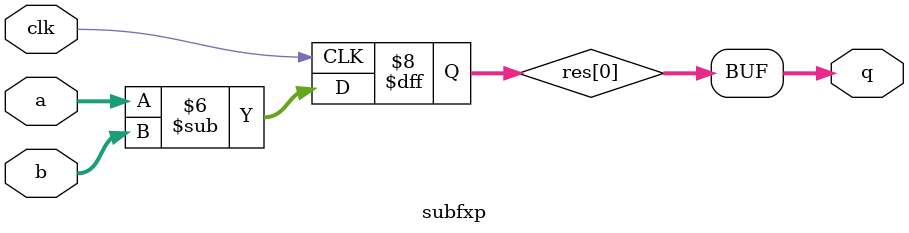
<source format=v>
/*
 * This source file contains a Verilog description of an IP core
 * automatically generated by the SPIRAL HDL Generator.
 *
 * This product includes a hardware design developed by Carnegie Mellon University.
 *
 * Copyright (c) 2005-2011 by Peter A. Milder for the SPIRAL Project,
 * Carnegie Mellon University
 *
 * For more information, see the SPIRAL project website at:
 *   http://www.spiral.net
 *
 * This design is provided for internal, non-commercial research use only
 * and is not for redistribution, with or without modifications.
 * 
 * You may not use the name "Carnegie Mellon University" or derivations
 * thereof to endorse or promote products derived from this software.
 *
 * THE SOFTWARE IS PROVIDED "AS-IS" WITHOUT ANY WARRANTY OF ANY KIND, EITHER
 * EXPRESS, IMPLIED OR STATUTORY, INCLUDING BUT NOT LIMITED TO ANY WARRANTY
 * THAT THE SOFTWARE WILL CONFORM TO SPECIFICATIONS OR BE ERROR-FREE AND ANY
 * IMPLIED WARRANTIES OF MERCHANTABILITY, FITNESS FOR A PARTICULAR PURPOSE,
 * TITLE, OR NON-INFRINGEMENT.  IN NO EVENT SHALL CARNEGIE MELLON UNIVERSITY
 * BE LIABLE FOR ANY DAMAGES, INCLUDING BUT NOT LIMITED TO DIRECT, INDIRECT,
 * SPECIAL OR CONSEQUENTIAL DAMAGES, ARISING OUT OF, RESULTING FROM, OR IN
 * ANY WAY CONNECTED WITH THIS SOFTWARE (WHETHER OR NOT BASED UPON WARRANTY,
 * CONTRACT, TORT OR OTHERWISE).
 *
 */

 /*
 
DFT Size = 512
direction = forward
data type = 16 bit fixed point, scaled 
architecture = fully streaming
radix = 4
streaming width = 4
data ordering = natural input / natural output
BRAM budget = -1

*/

//   Input/output stream: 4 complex words per cycle
//   Throughput: one transform every 128 cycles
//   Latency: 1012 cycles

//   Resources required:
//     44 multipliers (16 x 16 bit)
//     94 adders (16 x 16 bit)
//     24 RAMs (256 words, 32 bits per word)
//     8 RAMs (128 words, 32 bits per word)
//     8 RAMs (8 words, 32 bits per word)
//     8 RAMs (32 words, 32 bits per word)
//     6 ROMs (64 words, 16 bits per word)
//     24 ROMs (128 words, 7 bits per word)
//     8 ROMs (64 words, 6 bits per word)
//     6 ROMs (16 words, 16 bits per word)
//     4 ROMs (128 words, 16 bits per word)

// Generated on Fri Aug 30 01:12:40 EDT 2019

// Latency: 1012 clock cycles
// Throughput: 1 transform every 128 cycles


// We use an interleaved complex data format.  X0 represents the
// real portion of the first input, and X1 represents the imaginary
// portion.  The X variables are system inputs and the Y variables
// are system outputs.

// The design uses a system of flag signals to indicate the
// beginning of the input and output data streams.  The 'next'
// input (asserted high), is used to instruct the system that the
// input stream will begin on the following cycle.

// This system has a 'gap' of 128 cycles.  This means that
// 128 cycles must elapse between the beginning of the input
// vectors.

// The output signal 'next_out' (also asserted high) indicates
// that the output vector will begin streaming out of the system
 // on the following cycle.

// The system has a latency of 1012 cycles.  This means that
// the 'next_out' will be asserted 1012 cycles after the user
// asserts 'next'.

// The simple testbench below will demonstrate the timing for loading
// and unloading data vectors.
// The system reset signal is asserted high.

// Please note: when simulating floating point code, you must include
// Xilinx's DSP slice simulation module.


// Latency: 1012
// Gap: 128
// module_name_is:dft_top
module dft_top(clk, reset, next, next_out,
   X0, Y0,
   X1, Y1,
   X2, Y2,
   X3, Y3,
   X4, Y4,
   X5, Y5,
   X6, Y6,
   X7, Y7);

   output next_out;
   input clk, reset, next;

   input [15:0] X0,
      X1,
      X2,
      X3,
      X4,
      X5,
      X6,
      X7;

   output [15:0] Y0,
      Y1,
      Y2,
      Y3,
      Y4,
      Y5,
      Y6,
      Y7;

   wire [15:0] t0_0;
   wire [15:0] t0_1;
   wire [15:0] t0_2;
   wire [15:0] t0_3;
   wire [15:0] t0_4;
   wire [15:0] t0_5;
   wire [15:0] t0_6;
   wire [15:0] t0_7;
   wire next_0;
   wire [15:0] t1_0;
   wire [15:0] t1_1;
   wire [15:0] t1_2;
   wire [15:0] t1_3;
   wire [15:0] t1_4;
   wire [15:0] t1_5;
   wire [15:0] t1_6;
   wire [15:0] t1_7;
   wire next_1;
   wire [15:0] t2_0;
   wire [15:0] t2_1;
   wire [15:0] t2_2;
   wire [15:0] t2_3;
   wire [15:0] t2_4;
   wire [15:0] t2_5;
   wire [15:0] t2_6;
   wire [15:0] t2_7;
   wire next_2;
   wire [15:0] t3_0;
   wire [15:0] t3_1;
   wire [15:0] t3_2;
   wire [15:0] t3_3;
   wire [15:0] t3_4;
   wire [15:0] t3_5;
   wire [15:0] t3_6;
   wire [15:0] t3_7;
   wire next_3;
   wire [15:0] t4_0;
   wire [15:0] t4_1;
   wire [15:0] t4_2;
   wire [15:0] t4_3;
   wire [15:0] t4_4;
   wire [15:0] t4_5;
   wire [15:0] t4_6;
   wire [15:0] t4_7;
   wire next_4;
   wire [15:0] t5_0;
   wire [15:0] t5_1;
   wire [15:0] t5_2;
   wire [15:0] t5_3;
   wire [15:0] t5_4;
   wire [15:0] t5_5;
   wire [15:0] t5_6;
   wire [15:0] t5_7;
   wire next_5;
   wire [15:0] t6_0;
   wire [15:0] t6_1;
   wire [15:0] t6_2;
   wire [15:0] t6_3;
   wire [15:0] t6_4;
   wire [15:0] t6_5;
   wire [15:0] t6_6;
   wire [15:0] t6_7;
   wire next_6;
   wire [15:0] t7_0;
   wire [15:0] t7_1;
   wire [15:0] t7_2;
   wire [15:0] t7_3;
   wire [15:0] t7_4;
   wire [15:0] t7_5;
   wire [15:0] t7_6;
   wire [15:0] t7_7;
   wire next_7;
   wire [15:0] t8_0;
   wire [15:0] t8_1;
   wire [15:0] t8_2;
   wire [15:0] t8_3;
   wire [15:0] t8_4;
   wire [15:0] t8_5;
   wire [15:0] t8_6;
   wire [15:0] t8_7;
   wire next_8;
   wire [15:0] t9_0;
   wire [15:0] t9_1;
   wire [15:0] t9_2;
   wire [15:0] t9_3;
   wire [15:0] t9_4;
   wire [15:0] t9_5;
   wire [15:0] t9_6;
   wire [15:0] t9_7;
   wire next_9;
   wire [15:0] t10_0;
   wire [15:0] t10_1;
   wire [15:0] t10_2;
   wire [15:0] t10_3;
   wire [15:0] t10_4;
   wire [15:0] t10_5;
   wire [15:0] t10_6;
   wire [15:0] t10_7;
   wire next_10;
   wire [15:0] t11_0;
   wire [15:0] t11_1;
   wire [15:0] t11_2;
   wire [15:0] t11_3;
   wire [15:0] t11_4;
   wire [15:0] t11_5;
   wire [15:0] t11_6;
   wire [15:0] t11_7;
   wire next_11;
   wire [15:0] t12_0;
   wire [15:0] t12_1;
   wire [15:0] t12_2;
   wire [15:0] t12_3;
   wire [15:0] t12_4;
   wire [15:0] t12_5;
   wire [15:0] t12_6;
   wire [15:0] t12_7;
   wire next_12;
   wire [15:0] t13_0;
   wire [15:0] t13_1;
   wire [15:0] t13_2;
   wire [15:0] t13_3;
   wire [15:0] t13_4;
   wire [15:0] t13_5;
   wire [15:0] t13_6;
   wire [15:0] t13_7;
   wire next_13;
   wire [15:0] t14_0;
   wire [15:0] t14_1;
   wire [15:0] t14_2;
   wire [15:0] t14_3;
   wire [15:0] t14_4;
   wire [15:0] t14_5;
   wire [15:0] t14_6;
   wire [15:0] t14_7;
   wire next_14;
   wire [15:0] t15_0;
   wire [15:0] t15_1;
   wire [15:0] t15_2;
   wire [15:0] t15_3;
   wire [15:0] t15_4;
   wire [15:0] t15_5;
   wire [15:0] t15_6;
   wire [15:0] t15_7;
   wire next_15;
   assign t0_0 = X0;
   assign Y0 = t15_0;
   assign t0_1 = X1;
   assign Y1 = t15_1;
   assign t0_2 = X2;
   assign Y2 = t15_2;
   assign t0_3 = X3;
   assign Y3 = t15_3;
   assign t0_4 = X4;
   assign Y4 = t15_4;
   assign t0_5 = X5;
   assign Y5 = t15_5;
   assign t0_6 = X6;
   assign Y6 = t15_6;
   assign t0_7 = X7;
   assign Y7 = t15_7;
   assign next_0 = next;
   assign next_out = next_15;

// latency=261, gap=128
   rc59919 stage0(.clk(clk), .reset(reset), .next(next_0), .next_out(next_1),
    .X0(t0_0), .Y0(t1_0),
    .X1(t0_1), .Y1(t1_1),
    .X2(t0_2), .Y2(t1_2),
    .X3(t0_3), .Y3(t1_3),
    .X4(t0_4), .Y4(t1_4),
    .X5(t0_5), .Y5(t1_5),
    .X6(t0_6), .Y6(t1_6),
    .X7(t0_7), .Y7(t1_7));


// latency=3, gap=128
   codeBlock59921 stage1(.clk(clk), .reset(reset), .next_in(next_1), .next_out(next_2),
       .X0_in(t1_0), .Y0(t2_0),
       .X1_in(t1_1), .Y1(t2_1),
       .X2_in(t1_2), .Y2(t2_2),
       .X3_in(t1_3), .Y3(t2_3),
       .X4_in(t1_4), .Y4(t2_4),
       .X5_in(t1_5), .Y5(t2_5),
       .X6_in(t1_6), .Y6(t2_6),
       .X7_in(t1_7), .Y7(t2_7));


// latency=13, gap=128
   rc60135 stage2(.clk(clk), .reset(reset), .next(next_2), .next_out(next_3),
    .X0(t2_0), .Y0(t3_0),
    .X1(t2_1), .Y1(t3_1),
    .X2(t2_2), .Y2(t3_2),
    .X3(t2_3), .Y3(t3_3),
    .X4(t2_4), .Y4(t3_4),
    .X5(t2_5), .Y5(t3_5),
    .X6(t2_6), .Y6(t3_6),
    .X7(t2_7), .Y7(t3_7));


// latency=8, gap=128
   DirSum_60508 stage3(.next(next_3), .clk(clk), .reset(reset), .next_out(next_4),
       .X0(t3_0), .Y0(t4_0),
       .X1(t3_1), .Y1(t4_1),
       .X2(t3_2), .Y2(t4_2),
       .X3(t3_3), .Y3(t4_3),
       .X4(t3_4), .Y4(t4_4),
       .X5(t3_5), .Y5(t4_5),
       .X6(t3_6), .Y6(t4_6),
       .X7(t3_7), .Y7(t4_7));


// latency=3, gap=128
   codeBlock60511 stage4(.clk(clk), .reset(reset), .next_in(next_4), .next_out(next_5),
       .X0_in(t4_0), .Y0(t5_0),
       .X1_in(t4_1), .Y1(t5_1),
       .X2_in(t4_2), .Y2(t5_2),
       .X3_in(t4_3), .Y3(t5_3),
       .X4_in(t4_4), .Y4(t5_4),
       .X5_in(t4_5), .Y5(t5_5),
       .X6_in(t4_6), .Y6(t5_6),
       .X7_in(t4_7), .Y7(t5_7));


// latency=37, gap=128
   rc60725 stage5(.clk(clk), .reset(reset), .next(next_5), .next_out(next_6),
    .X0(t5_0), .Y0(t6_0),
    .X1(t5_1), .Y1(t6_1),
    .X2(t5_2), .Y2(t6_2),
    .X3(t5_3), .Y3(t6_3),
    .X4(t5_4), .Y4(t6_4),
    .X5(t5_5), .Y5(t6_5),
    .X6(t5_6), .Y6(t6_6),
    .X7(t5_7), .Y7(t6_7));


// latency=8, gap=128
   DirSum_61194 stage6(.next(next_6), .clk(clk), .reset(reset), .next_out(next_7),
       .X0(t6_0), .Y0(t7_0),
       .X1(t6_1), .Y1(t7_1),
       .X2(t6_2), .Y2(t7_2),
       .X3(t6_3), .Y3(t7_3),
       .X4(t6_4), .Y4(t7_4),
       .X5(t6_5), .Y5(t7_5),
       .X6(t6_6), .Y6(t7_6),
       .X7(t6_7), .Y7(t7_7));


// latency=3, gap=128
   codeBlock61197 stage7(.clk(clk), .reset(reset), .next_in(next_7), .next_out(next_8),
       .X0_in(t7_0), .Y0(t8_0),
       .X1_in(t7_1), .Y1(t8_1),
       .X2_in(t7_2), .Y2(t8_2),
       .X3_in(t7_3), .Y3(t8_3),
       .X4_in(t7_4), .Y4(t8_4),
       .X5_in(t7_5), .Y5(t8_5),
       .X6_in(t7_6), .Y6(t8_6),
       .X7_in(t7_7), .Y7(t8_7));


// latency=133, gap=128
   rc61411 stage8(.clk(clk), .reset(reset), .next(next_8), .next_out(next_9),
    .X0(t8_0), .Y0(t9_0),
    .X1(t8_1), .Y1(t9_1),
    .X2(t8_2), .Y2(t9_2),
    .X3(t8_3), .Y3(t9_3),
    .X4(t8_4), .Y4(t9_4),
    .X5(t8_5), .Y5(t9_5),
    .X6(t8_6), .Y6(t9_6),
    .X7(t8_7), .Y7(t9_7));


// latency=8, gap=128
   DirSum_62264 stage9(.next(next_9), .clk(clk), .reset(reset), .next_out(next_10),
       .X0(t9_0), .Y0(t10_0),
       .X1(t9_1), .Y1(t10_1),
       .X2(t9_2), .Y2(t10_2),
       .X3(t9_3), .Y3(t10_3),
       .X4(t9_4), .Y4(t10_4),
       .X5(t9_5), .Y5(t10_5),
       .X6(t9_6), .Y6(t10_6),
       .X7(t9_7), .Y7(t10_7));


// latency=3, gap=128
   codeBlock62267 stage10(.clk(clk), .reset(reset), .next_in(next_10), .next_out(next_11),
       .X0_in(t10_0), .Y0(t11_0),
       .X1_in(t10_1), .Y1(t11_1),
       .X2_in(t10_2), .Y2(t11_2),
       .X3_in(t10_3), .Y3(t11_3),
       .X4_in(t10_4), .Y4(t11_4),
       .X5_in(t10_5), .Y5(t11_5),
       .X6_in(t10_6), .Y6(t11_6),
       .X7_in(t10_7), .Y7(t11_7));


// latency=261, gap=128
   rc62481 stage11(.clk(clk), .reset(reset), .next(next_11), .next_out(next_12),
    .X0(t11_0), .Y0(t12_0),
    .X1(t11_1), .Y1(t12_1),
    .X2(t11_2), .Y2(t12_2),
    .X3(t11_3), .Y3(t12_3),
    .X4(t11_4), .Y4(t12_4),
    .X5(t11_5), .Y5(t12_5),
    .X6(t11_6), .Y6(t12_6),
    .X7(t11_7), .Y7(t12_7));


// latency=8, gap=128
   DirSum_63845 stage12(.next(next_12), .clk(clk), .reset(reset), .next_out(next_13),
       .X0(t12_0), .Y0(t13_0),
       .X1(t12_1), .Y1(t13_1),
       .X2(t12_2), .Y2(t13_2),
       .X3(t12_3), .Y3(t13_3),
       .X4(t12_4), .Y4(t13_4),
       .X5(t12_5), .Y5(t13_5),
       .X6(t12_6), .Y6(t13_6),
       .X7(t12_7), .Y7(t13_7));


// latency=2, gap=128
   codeBlock63847 stage13(.clk(clk), .reset(reset), .next_in(next_13), .next_out(next_14),
       .X0_in(t13_0), .Y0(t14_0),
       .X1_in(t13_1), .Y1(t14_1),
       .X2_in(t13_2), .Y2(t14_2),
       .X3_in(t13_3), .Y3(t14_3),
       .X4_in(t13_4), .Y4(t14_4),
       .X5_in(t13_5), .Y5(t14_5),
       .X6_in(t13_6), .Y6(t14_6),
       .X7_in(t13_7), .Y7(t14_7));


// latency=261, gap=128
   rc64005 stage14(.clk(clk), .reset(reset), .next(next_14), .next_out(next_15),
    .X0(t14_0), .Y0(t15_0),
    .X1(t14_1), .Y1(t15_1),
    .X2(t14_2), .Y2(t15_2),
    .X3(t14_3), .Y3(t15_3),
    .X4(t14_4), .Y4(t15_4),
    .X5(t14_5), .Y5(t15_5),
    .X6(t14_6), .Y6(t15_6),
    .X7(t14_7), .Y7(t15_7));


endmodule

// Latency: 261
// Gap: 128
module rc59919(clk, reset, next, next_out,
   X0, Y0,
   X1, Y1,
   X2, Y2,
   X3, Y3,
   X4, Y4,
   X5, Y5,
   X6, Y6,
   X7, Y7);

   output next_out;
   input clk, reset, next;

   input [15:0] X0,
      X1,
      X2,
      X3,
      X4,
      X5,
      X6,
      X7;

   output [15:0] Y0,
      Y1,
      Y2,
      Y3,
      Y4,
      Y5,
      Y6,
      Y7;

   wire [31:0] t0;
   wire [31:0] s0;
   assign t0 = {X0, X1};
   wire [31:0] t1;
   wire [31:0] s1;
   assign t1 = {X2, X3};
   wire [31:0] t2;
   wire [31:0] s2;
   assign t2 = {X4, X5};
   wire [31:0] t3;
   wire [31:0] s3;
   assign t3 = {X6, X7};
   assign Y0 = s0[31:16];
   assign Y1 = s0[15:0];
   assign Y2 = s1[31:16];
   assign Y3 = s1[15:0];
   assign Y4 = s2[31:16];
   assign Y5 = s2[15:0];
   assign Y6 = s3[31:16];
   assign Y7 = s3[15:0];

   perm59917 instPerm65678(.x0(t0), .y0(s0),
    .x1(t1), .y1(s1),
    .x2(t2), .y2(s2),
    .x3(t3), .y3(s3),
   .clk(clk), .next(next), .next_out(next_out), .reset(reset)
);



endmodule

module swNet59917(itr, clk, ct
,       x0, y0
,       x1, y1
,       x2, y2
,       x3, y3
);

    parameter width = 32;

    input [6:0] ct;
    input clk;
    input [0:0] itr;
    input [width-1:0] x0;
    output reg [width-1:0] y0;
    input [width-1:0] x1;
    output reg [width-1:0] y1;
    input [width-1:0] x2;
    output reg [width-1:0] y2;
    input [width-1:0] x3;
    output reg [width-1:0] y3;
    wire [width-1:0] t0_0, t0_1, t0_2, t0_3;
    wire [width-1:0] t1_0, t1_1, t1_2, t1_3;
    wire [width-1:0] t2_0, t2_1, t2_2, t2_3;
    reg [width-1:0] t3_0, t3_1, t3_2, t3_3;
    wire [width-1:0] t4_0, t4_1, t4_2, t4_3;
    reg [width-1:0] t5_0, t5_1, t5_2, t5_3;

    reg [3:0] control;

    always @(posedge clk) begin
      case(ct)
        7'd0: control <= 4'b1111;
        7'd1: control <= 4'b1111;
        7'd2: control <= 4'b1111;
        7'd3: control <= 4'b1111;
        7'd4: control <= 4'b1111;
        7'd5: control <= 4'b1111;
        7'd6: control <= 4'b1111;
        7'd7: control <= 4'b1111;
        7'd8: control <= 4'b1111;
        7'd9: control <= 4'b1111;
        7'd10: control <= 4'b1111;
        7'd11: control <= 4'b1111;
        7'd12: control <= 4'b1111;
        7'd13: control <= 4'b1111;
        7'd14: control <= 4'b1111;
        7'd15: control <= 4'b1111;
        7'd16: control <= 4'b1111;
        7'd17: control <= 4'b1111;
        7'd18: control <= 4'b1111;
        7'd19: control <= 4'b1111;
        7'd20: control <= 4'b1111;
        7'd21: control <= 4'b1111;
        7'd22: control <= 4'b1111;
        7'd23: control <= 4'b1111;
        7'd24: control <= 4'b1111;
        7'd25: control <= 4'b1111;
        7'd26: control <= 4'b1111;
        7'd27: control <= 4'b1111;
        7'd28: control <= 4'b1111;
        7'd29: control <= 4'b1111;
        7'd30: control <= 4'b1111;
        7'd31: control <= 4'b1111;
        7'd32: control <= 4'b0011;
        7'd33: control <= 4'b0011;
        7'd34: control <= 4'b0011;
        7'd35: control <= 4'b0011;
        7'd36: control <= 4'b0011;
        7'd37: control <= 4'b0011;
        7'd38: control <= 4'b0011;
        7'd39: control <= 4'b0011;
        7'd40: control <= 4'b0011;
        7'd41: control <= 4'b0011;
        7'd42: control <= 4'b0011;
        7'd43: control <= 4'b0011;
        7'd44: control <= 4'b0011;
        7'd45: control <= 4'b0011;
        7'd46: control <= 4'b0011;
        7'd47: control <= 4'b0011;
        7'd48: control <= 4'b0011;
        7'd49: control <= 4'b0011;
        7'd50: control <= 4'b0011;
        7'd51: control <= 4'b0011;
        7'd52: control <= 4'b0011;
        7'd53: control <= 4'b0011;
        7'd54: control <= 4'b0011;
        7'd55: control <= 4'b0011;
        7'd56: control <= 4'b0011;
        7'd57: control <= 4'b0011;
        7'd58: control <= 4'b0011;
        7'd59: control <= 4'b0011;
        7'd60: control <= 4'b0011;
        7'd61: control <= 4'b0011;
        7'd62: control <= 4'b0011;
        7'd63: control <= 4'b0011;
        7'd64: control <= 4'b1100;
        7'd65: control <= 4'b1100;
        7'd66: control <= 4'b1100;
        7'd67: control <= 4'b1100;
        7'd68: control <= 4'b1100;
        7'd69: control <= 4'b1100;
        7'd70: control <= 4'b1100;
        7'd71: control <= 4'b1100;
        7'd72: control <= 4'b1100;
        7'd73: control <= 4'b1100;
        7'd74: control <= 4'b1100;
        7'd75: control <= 4'b1100;
        7'd76: control <= 4'b1100;
        7'd77: control <= 4'b1100;
        7'd78: control <= 4'b1100;
        7'd79: control <= 4'b1100;
        7'd80: control <= 4'b1100;
        7'd81: control <= 4'b1100;
        7'd82: control <= 4'b1100;
        7'd83: control <= 4'b1100;
        7'd84: control <= 4'b1100;
        7'd85: control <= 4'b1100;
        7'd86: control <= 4'b1100;
        7'd87: control <= 4'b1100;
        7'd88: control <= 4'b1100;
        7'd89: control <= 4'b1100;
        7'd90: control <= 4'b1100;
        7'd91: control <= 4'b1100;
        7'd92: control <= 4'b1100;
        7'd93: control <= 4'b1100;
        7'd94: control <= 4'b1100;
        7'd95: control <= 4'b1100;
        7'd96: control <= 4'b0000;
        7'd97: control <= 4'b0000;
        7'd98: control <= 4'b0000;
        7'd99: control <= 4'b0000;
        7'd100: control <= 4'b0000;
        7'd101: control <= 4'b0000;
        7'd102: control <= 4'b0000;
        7'd103: control <= 4'b0000;
        7'd104: control <= 4'b0000;
        7'd105: control <= 4'b0000;
        7'd106: control <= 4'b0000;
        7'd107: control <= 4'b0000;
        7'd108: control <= 4'b0000;
        7'd109: control <= 4'b0000;
        7'd110: control <= 4'b0000;
        7'd111: control <= 4'b0000;
        7'd112: control <= 4'b0000;
        7'd113: control <= 4'b0000;
        7'd114: control <= 4'b0000;
        7'd115: control <= 4'b0000;
        7'd116: control <= 4'b0000;
        7'd117: control <= 4'b0000;
        7'd118: control <= 4'b0000;
        7'd119: control <= 4'b0000;
        7'd120: control <= 4'b0000;
        7'd121: control <= 4'b0000;
        7'd122: control <= 4'b0000;
        7'd123: control <= 4'b0000;
        7'd124: control <= 4'b0000;
        7'd125: control <= 4'b0000;
        7'd126: control <= 4'b0000;
        7'd127: control <= 4'b0000;
      endcase
   end

// synthesis attribute rom_style of control is "distributed"
   reg [3:0] control0;
   reg [3:0] control1;
    always @(posedge clk) begin
       control0 <= control;
        control1 <= control0;
    end
    assign t0_0 = x0;
    assign t0_1 = x2;
    assign t0_2 = x1;
    assign t0_3 = x3;
     assign t1_0 = t0_0;
     assign t1_1 = t0_1;
     assign t1_2 = t0_2;
     assign t1_3 = t0_3;
    assign t2_0 = t1_0;
    assign t2_1 = t1_2;
    assign t2_2 = t1_1;
    assign t2_3 = t1_3;
   always @(posedge clk) begin
         t3_0 <= (control0[3] == 0) ? t2_0 : t2_1;
         t3_1 <= (control0[3] == 0) ? t2_1 : t2_0;
         t3_2 <= (control0[2] == 0) ? t2_2 : t2_3;
         t3_3 <= (control0[2] == 0) ? t2_3 : t2_2;
   end
    assign t4_0 = t3_0;
    assign t4_1 = t3_2;
    assign t4_2 = t3_1;
    assign t4_3 = t3_3;
   always @(posedge clk) begin
         t5_0 <= (control1[1] == 0) ? t4_0 : t4_1;
         t5_1 <= (control1[1] == 0) ? t4_1 : t4_0;
         t5_2 <= (control1[0] == 0) ? t4_2 : t4_3;
         t5_3 <= (control1[0] == 0) ? t4_3 : t4_2;
   end
    always @(posedge clk) begin
        y0 <= t5_0;
        y1 <= t5_2;
        y2 <= t5_1;
        y3 <= t5_3;
    end
endmodule

// Latency: 261
// Gap: 128
module perm59917(clk, next, reset, next_out,
   x0, y0,
   x1, y1,
   x2, y2,
   x3, y3);
   parameter width = 32;

   parameter depth = 128;

   parameter addrbits = 7;

   parameter muxbits = 2;

   input [width-1:0]  x0;
   output [width-1:0]  y0;
   wire [width-1:0]  t0;
   wire [width-1:0]  s0;
   input [width-1:0]  x1;
   output [width-1:0]  y1;
   wire [width-1:0]  t1;
   wire [width-1:0]  s1;
   input [width-1:0]  x2;
   output [width-1:0]  y2;
   wire [width-1:0]  t2;
   wire [width-1:0]  s2;
   input [width-1:0]  x3;
   output [width-1:0]  y3;
   wire [width-1:0]  t3;
   wire [width-1:0]  s3;
   input next, reset, clk;
   output next_out;
   reg [addrbits-1:0] s1rdloc, s2rdloc;

    reg [addrbits-1:0] s1wr0;
   reg [addrbits-1:0] s1rd0, s2wr0, s2rd0;
   reg [addrbits-1:0] s1rd1, s2wr1, s2rd1;
   reg [addrbits-1:0] s1rd2, s2wr2, s2rd2;
   reg [addrbits-1:0] s1rd3, s2wr3, s2rd3;
   reg s1wr_en, state1, state2, state3;
   wire 	      next2, next3, next4;
   reg 		      inFlip0, outFlip0_z, outFlip1;
   wire 	      inFlip1, outFlip0;

   wire [0:0] tm0;
   assign tm0 = 0;

shiftRegFIFO #(4, 1) shiftFIFO_65683(.X(outFlip0), .Y(inFlip1), .clk(clk));
shiftRegFIFO #(1, 1) shiftFIFO_65684(.X(outFlip0_z), .Y(outFlip0), .clk(clk));
//   shiftRegFIFO #(2, 1) inFlip1Reg(outFlip0, inFlip1, clk);
//   shiftRegFIFO #(1, 1) outFlip0Reg(outFlip0_z, outFlip0, clk);
   
   memMod_dist #(depth*2, width, addrbits+1) s1mem0(x0, t0, {inFlip0, s1wr0}, {outFlip0, s1rd0}, s1wr_en, clk);
   memMod_dist #(depth*2, width, addrbits+1) s1mem1(x1, t1, {inFlip0, s1wr0}, {outFlip0, s1rd1}, s1wr_en, clk);
   memMod_dist #(depth*2, width, addrbits+1) s1mem2(x2, t2, {inFlip0, s1wr0}, {outFlip0, s1rd2}, s1wr_en, clk);
   memMod_dist #(depth*2, width, addrbits+1) s1mem3(x3, t3, {inFlip0, s1wr0}, {outFlip0, s1rd3}, s1wr_en, clk);

nextReg #(127, 7) nextReg_65695(.X(next), .Y(next2), .reset(reset), .clk(clk));
shiftRegFIFO #(5, 1) shiftFIFO_65696(.X(next2), .Y(next3), .clk(clk));
nextReg #(128, 7) nextReg_65699(.X(next3), .Y(next4), .reset(reset), .clk(clk));
shiftRegFIFO #(1, 1) shiftFIFO_65700(.X(next4), .Y(next_out), .clk(clk));
shiftRegFIFO #(127, 1) shiftFIFO_65703(.X(tm0), .Y(tm0_d), .clk(clk));
shiftRegFIFO #(4, 1) shiftFIFO_65706(.X(tm0_d), .Y(tm0_dd), .clk(clk));
   
   wire [addrbits-1:0] 	      muxCycle, writeCycle;
assign muxCycle = s1rdloc;
shiftRegFIFO #(4, 7) shiftFIFO_65711(.X(muxCycle), .Y(writeCycle), .clk(clk));
        
   wire 		      readInt, s2wr_en;   
   assign 		      readInt = (state2 == 1);

   shiftRegFIFO #(5, 1) writeIntReg(readInt, s2wr_en, clk);

   memMod_dist #(depth*2, width, addrbits+1) s2mem0(s0, y0, {inFlip1, s2wr0}, {outFlip1, s2rdloc}, s2wr_en, clk);
   memMod_dist #(depth*2, width, addrbits+1) s2mem1(s1, y1, {inFlip1, s2wr1}, {outFlip1, s2rdloc}, s2wr_en, clk);
   memMod_dist #(depth*2, width, addrbits+1) s2mem2(s2, y2, {inFlip1, s2wr2}, {outFlip1, s2rdloc}, s2wr_en, clk);
   memMod_dist #(depth*2, width, addrbits+1) s2mem3(s3, y3, {inFlip1, s2wr3}, {outFlip1, s2rdloc}, s2wr_en, clk);
   always @(posedge clk) begin
      if (reset == 1) begin
	 state1 <= 0;
	 inFlip0 <= 0;	 
	 s1wr0 <= 0;
      end
      else if (next == 1) begin
	 s1wr0 <= 0;
	 state1 <= 1;
	 s1wr_en <= 1;
	 inFlip0 <= (s1wr0 == depth-1) ? ~inFlip0 : inFlip0;
      end
      else begin
	 case(state1)
	   0: begin
	      s1wr0 <= 0;
	      state1 <= 0;
	      s1wr_en <= 0;
	      inFlip0 <= inFlip0;	      
	   end
	   1: begin
	      s1wr0 <= (s1wr0 == depth-1) ? 0 : s1wr0 + 1;
	      state1 <= 1;
         s1wr_en <= 1;
	      inFlip0 <= (s1wr0 == depth-1) ? ~inFlip0 : inFlip0;
	   end
	 endcase
      end      
   end
   
   always @(posedge clk) begin
      if (reset == 1) begin
	       state2 <= 0;
	       outFlip0_z <= 0;	 
      end
      else if (next2 == 1) begin
	       s1rdloc <= 0;
	       state2 <= 1;
	       outFlip0_z <= (s1rdloc == depth-1) ? ~outFlip0_z : outFlip0_z;
      end
      else begin
	 case(state2)
	   0: begin
	      s1rdloc <= 0;
	      state2 <= 0;
	      outFlip0_z <= outFlip0_z;	 
	   end
	   1: begin
	      s1rdloc <= (s1rdloc == depth-1) ? 0 : s1rdloc + 1;
         state2 <= 1;
	      outFlip0_z <= (s1rdloc == depth-1) ? ~outFlip0_z : outFlip0_z;
	   end	     
	 endcase
      end
   end
   
   always @(posedge clk) begin
      if (reset == 1) begin
	 state3 <= 0;
	 outFlip1 <= 0;	 
      end
      else if (next4 == 1) begin
	 s2rdloc <= 0;
	 state3 <= 1;
	 outFlip1 <= (s2rdloc == depth-1) ? ~outFlip1 : outFlip1;	      
      end
      else begin
	 case(state3)
	   0: begin
	      s2rdloc <= 0;
	      state3 <= 0;
	      outFlip1 <= outFlip1;
	   end
	   1: begin
	      s2rdloc <= (s2rdloc == depth-1) ? 0 : s2rdloc + 1;
         state3 <= 1;
	      outFlip1 <= (s2rdloc == depth-1) ? ~outFlip1 : outFlip1;
	   end	     
	 endcase
      end
   end
   always @(posedge clk) begin
      case({tm0_d, s1rdloc})
	     {1'd0,  7'd0}: s1rd0 <= 96;
	     {1'd0,  7'd1}: s1rd0 <= 104;
	     {1'd0,  7'd2}: s1rd0 <= 112;
	     {1'd0,  7'd3}: s1rd0 <= 120;
	     {1'd0,  7'd4}: s1rd0 <= 98;
	     {1'd0,  7'd5}: s1rd0 <= 106;
	     {1'd0,  7'd6}: s1rd0 <= 114;
	     {1'd0,  7'd7}: s1rd0 <= 122;
	     {1'd0,  7'd8}: s1rd0 <= 100;
	     {1'd0,  7'd9}: s1rd0 <= 108;
	     {1'd0,  7'd10}: s1rd0 <= 116;
	     {1'd0,  7'd11}: s1rd0 <= 124;
	     {1'd0,  7'd12}: s1rd0 <= 102;
	     {1'd0,  7'd13}: s1rd0 <= 110;
	     {1'd0,  7'd14}: s1rd0 <= 118;
	     {1'd0,  7'd15}: s1rd0 <= 126;
	     {1'd0,  7'd16}: s1rd0 <= 97;
	     {1'd0,  7'd17}: s1rd0 <= 105;
	     {1'd0,  7'd18}: s1rd0 <= 113;
	     {1'd0,  7'd19}: s1rd0 <= 121;
	     {1'd0,  7'd20}: s1rd0 <= 99;
	     {1'd0,  7'd21}: s1rd0 <= 107;
	     {1'd0,  7'd22}: s1rd0 <= 115;
	     {1'd0,  7'd23}: s1rd0 <= 123;
	     {1'd0,  7'd24}: s1rd0 <= 101;
	     {1'd0,  7'd25}: s1rd0 <= 109;
	     {1'd0,  7'd26}: s1rd0 <= 117;
	     {1'd0,  7'd27}: s1rd0 <= 125;
	     {1'd0,  7'd28}: s1rd0 <= 103;
	     {1'd0,  7'd29}: s1rd0 <= 111;
	     {1'd0,  7'd30}: s1rd0 <= 119;
	     {1'd0,  7'd31}: s1rd0 <= 127;
	     {1'd0,  7'd32}: s1rd0 <= 64;
	     {1'd0,  7'd33}: s1rd0 <= 72;
	     {1'd0,  7'd34}: s1rd0 <= 80;
	     {1'd0,  7'd35}: s1rd0 <= 88;
	     {1'd0,  7'd36}: s1rd0 <= 66;
	     {1'd0,  7'd37}: s1rd0 <= 74;
	     {1'd0,  7'd38}: s1rd0 <= 82;
	     {1'd0,  7'd39}: s1rd0 <= 90;
	     {1'd0,  7'd40}: s1rd0 <= 68;
	     {1'd0,  7'd41}: s1rd0 <= 76;
	     {1'd0,  7'd42}: s1rd0 <= 84;
	     {1'd0,  7'd43}: s1rd0 <= 92;
	     {1'd0,  7'd44}: s1rd0 <= 70;
	     {1'd0,  7'd45}: s1rd0 <= 78;
	     {1'd0,  7'd46}: s1rd0 <= 86;
	     {1'd0,  7'd47}: s1rd0 <= 94;
	     {1'd0,  7'd48}: s1rd0 <= 65;
	     {1'd0,  7'd49}: s1rd0 <= 73;
	     {1'd0,  7'd50}: s1rd0 <= 81;
	     {1'd0,  7'd51}: s1rd0 <= 89;
	     {1'd0,  7'd52}: s1rd0 <= 67;
	     {1'd0,  7'd53}: s1rd0 <= 75;
	     {1'd0,  7'd54}: s1rd0 <= 83;
	     {1'd0,  7'd55}: s1rd0 <= 91;
	     {1'd0,  7'd56}: s1rd0 <= 69;
	     {1'd0,  7'd57}: s1rd0 <= 77;
	     {1'd0,  7'd58}: s1rd0 <= 85;
	     {1'd0,  7'd59}: s1rd0 <= 93;
	     {1'd0,  7'd60}: s1rd0 <= 71;
	     {1'd0,  7'd61}: s1rd0 <= 79;
	     {1'd0,  7'd62}: s1rd0 <= 87;
	     {1'd0,  7'd63}: s1rd0 <= 95;
	     {1'd0,  7'd64}: s1rd0 <= 32;
	     {1'd0,  7'd65}: s1rd0 <= 40;
	     {1'd0,  7'd66}: s1rd0 <= 48;
	     {1'd0,  7'd67}: s1rd0 <= 56;
	     {1'd0,  7'd68}: s1rd0 <= 34;
	     {1'd0,  7'd69}: s1rd0 <= 42;
	     {1'd0,  7'd70}: s1rd0 <= 50;
	     {1'd0,  7'd71}: s1rd0 <= 58;
	     {1'd0,  7'd72}: s1rd0 <= 36;
	     {1'd0,  7'd73}: s1rd0 <= 44;
	     {1'd0,  7'd74}: s1rd0 <= 52;
	     {1'd0,  7'd75}: s1rd0 <= 60;
	     {1'd0,  7'd76}: s1rd0 <= 38;
	     {1'd0,  7'd77}: s1rd0 <= 46;
	     {1'd0,  7'd78}: s1rd0 <= 54;
	     {1'd0,  7'd79}: s1rd0 <= 62;
	     {1'd0,  7'd80}: s1rd0 <= 33;
	     {1'd0,  7'd81}: s1rd0 <= 41;
	     {1'd0,  7'd82}: s1rd0 <= 49;
	     {1'd0,  7'd83}: s1rd0 <= 57;
	     {1'd0,  7'd84}: s1rd0 <= 35;
	     {1'd0,  7'd85}: s1rd0 <= 43;
	     {1'd0,  7'd86}: s1rd0 <= 51;
	     {1'd0,  7'd87}: s1rd0 <= 59;
	     {1'd0,  7'd88}: s1rd0 <= 37;
	     {1'd0,  7'd89}: s1rd0 <= 45;
	     {1'd0,  7'd90}: s1rd0 <= 53;
	     {1'd0,  7'd91}: s1rd0 <= 61;
	     {1'd0,  7'd92}: s1rd0 <= 39;
	     {1'd0,  7'd93}: s1rd0 <= 47;
	     {1'd0,  7'd94}: s1rd0 <= 55;
	     {1'd0,  7'd95}: s1rd0 <= 63;
	     {1'd0,  7'd96}: s1rd0 <= 0;
	     {1'd0,  7'd97}: s1rd0 <= 8;
	     {1'd0,  7'd98}: s1rd0 <= 16;
	     {1'd0,  7'd99}: s1rd0 <= 24;
	     {1'd0,  7'd100}: s1rd0 <= 2;
	     {1'd0,  7'd101}: s1rd0 <= 10;
	     {1'd0,  7'd102}: s1rd0 <= 18;
	     {1'd0,  7'd103}: s1rd0 <= 26;
	     {1'd0,  7'd104}: s1rd0 <= 4;
	     {1'd0,  7'd105}: s1rd0 <= 12;
	     {1'd0,  7'd106}: s1rd0 <= 20;
	     {1'd0,  7'd107}: s1rd0 <= 28;
	     {1'd0,  7'd108}: s1rd0 <= 6;
	     {1'd0,  7'd109}: s1rd0 <= 14;
	     {1'd0,  7'd110}: s1rd0 <= 22;
	     {1'd0,  7'd111}: s1rd0 <= 30;
	     {1'd0,  7'd112}: s1rd0 <= 1;
	     {1'd0,  7'd113}: s1rd0 <= 9;
	     {1'd0,  7'd114}: s1rd0 <= 17;
	     {1'd0,  7'd115}: s1rd0 <= 25;
	     {1'd0,  7'd116}: s1rd0 <= 3;
	     {1'd0,  7'd117}: s1rd0 <= 11;
	     {1'd0,  7'd118}: s1rd0 <= 19;
	     {1'd0,  7'd119}: s1rd0 <= 27;
	     {1'd0,  7'd120}: s1rd0 <= 5;
	     {1'd0,  7'd121}: s1rd0 <= 13;
	     {1'd0,  7'd122}: s1rd0 <= 21;
	     {1'd0,  7'd123}: s1rd0 <= 29;
	     {1'd0,  7'd124}: s1rd0 <= 7;
	     {1'd0,  7'd125}: s1rd0 <= 15;
	     {1'd0,  7'd126}: s1rd0 <= 23;
	     {1'd0,  7'd127}: s1rd0 <= 31;
      endcase      
   end

// synthesis attribute rom_style of s1rd0 is "distributed"
   always @(posedge clk) begin
      case({tm0_d, s1rdloc})
	     {1'd0,  7'd0}: s1rd1 <= 64;
	     {1'd0,  7'd1}: s1rd1 <= 72;
	     {1'd0,  7'd2}: s1rd1 <= 80;
	     {1'd0,  7'd3}: s1rd1 <= 88;
	     {1'd0,  7'd4}: s1rd1 <= 66;
	     {1'd0,  7'd5}: s1rd1 <= 74;
	     {1'd0,  7'd6}: s1rd1 <= 82;
	     {1'd0,  7'd7}: s1rd1 <= 90;
	     {1'd0,  7'd8}: s1rd1 <= 68;
	     {1'd0,  7'd9}: s1rd1 <= 76;
	     {1'd0,  7'd10}: s1rd1 <= 84;
	     {1'd0,  7'd11}: s1rd1 <= 92;
	     {1'd0,  7'd12}: s1rd1 <= 70;
	     {1'd0,  7'd13}: s1rd1 <= 78;
	     {1'd0,  7'd14}: s1rd1 <= 86;
	     {1'd0,  7'd15}: s1rd1 <= 94;
	     {1'd0,  7'd16}: s1rd1 <= 65;
	     {1'd0,  7'd17}: s1rd1 <= 73;
	     {1'd0,  7'd18}: s1rd1 <= 81;
	     {1'd0,  7'd19}: s1rd1 <= 89;
	     {1'd0,  7'd20}: s1rd1 <= 67;
	     {1'd0,  7'd21}: s1rd1 <= 75;
	     {1'd0,  7'd22}: s1rd1 <= 83;
	     {1'd0,  7'd23}: s1rd1 <= 91;
	     {1'd0,  7'd24}: s1rd1 <= 69;
	     {1'd0,  7'd25}: s1rd1 <= 77;
	     {1'd0,  7'd26}: s1rd1 <= 85;
	     {1'd0,  7'd27}: s1rd1 <= 93;
	     {1'd0,  7'd28}: s1rd1 <= 71;
	     {1'd0,  7'd29}: s1rd1 <= 79;
	     {1'd0,  7'd30}: s1rd1 <= 87;
	     {1'd0,  7'd31}: s1rd1 <= 95;
	     {1'd0,  7'd32}: s1rd1 <= 96;
	     {1'd0,  7'd33}: s1rd1 <= 104;
	     {1'd0,  7'd34}: s1rd1 <= 112;
	     {1'd0,  7'd35}: s1rd1 <= 120;
	     {1'd0,  7'd36}: s1rd1 <= 98;
	     {1'd0,  7'd37}: s1rd1 <= 106;
	     {1'd0,  7'd38}: s1rd1 <= 114;
	     {1'd0,  7'd39}: s1rd1 <= 122;
	     {1'd0,  7'd40}: s1rd1 <= 100;
	     {1'd0,  7'd41}: s1rd1 <= 108;
	     {1'd0,  7'd42}: s1rd1 <= 116;
	     {1'd0,  7'd43}: s1rd1 <= 124;
	     {1'd0,  7'd44}: s1rd1 <= 102;
	     {1'd0,  7'd45}: s1rd1 <= 110;
	     {1'd0,  7'd46}: s1rd1 <= 118;
	     {1'd0,  7'd47}: s1rd1 <= 126;
	     {1'd0,  7'd48}: s1rd1 <= 97;
	     {1'd0,  7'd49}: s1rd1 <= 105;
	     {1'd0,  7'd50}: s1rd1 <= 113;
	     {1'd0,  7'd51}: s1rd1 <= 121;
	     {1'd0,  7'd52}: s1rd1 <= 99;
	     {1'd0,  7'd53}: s1rd1 <= 107;
	     {1'd0,  7'd54}: s1rd1 <= 115;
	     {1'd0,  7'd55}: s1rd1 <= 123;
	     {1'd0,  7'd56}: s1rd1 <= 101;
	     {1'd0,  7'd57}: s1rd1 <= 109;
	     {1'd0,  7'd58}: s1rd1 <= 117;
	     {1'd0,  7'd59}: s1rd1 <= 125;
	     {1'd0,  7'd60}: s1rd1 <= 103;
	     {1'd0,  7'd61}: s1rd1 <= 111;
	     {1'd0,  7'd62}: s1rd1 <= 119;
	     {1'd0,  7'd63}: s1rd1 <= 127;
	     {1'd0,  7'd64}: s1rd1 <= 0;
	     {1'd0,  7'd65}: s1rd1 <= 8;
	     {1'd0,  7'd66}: s1rd1 <= 16;
	     {1'd0,  7'd67}: s1rd1 <= 24;
	     {1'd0,  7'd68}: s1rd1 <= 2;
	     {1'd0,  7'd69}: s1rd1 <= 10;
	     {1'd0,  7'd70}: s1rd1 <= 18;
	     {1'd0,  7'd71}: s1rd1 <= 26;
	     {1'd0,  7'd72}: s1rd1 <= 4;
	     {1'd0,  7'd73}: s1rd1 <= 12;
	     {1'd0,  7'd74}: s1rd1 <= 20;
	     {1'd0,  7'd75}: s1rd1 <= 28;
	     {1'd0,  7'd76}: s1rd1 <= 6;
	     {1'd0,  7'd77}: s1rd1 <= 14;
	     {1'd0,  7'd78}: s1rd1 <= 22;
	     {1'd0,  7'd79}: s1rd1 <= 30;
	     {1'd0,  7'd80}: s1rd1 <= 1;
	     {1'd0,  7'd81}: s1rd1 <= 9;
	     {1'd0,  7'd82}: s1rd1 <= 17;
	     {1'd0,  7'd83}: s1rd1 <= 25;
	     {1'd0,  7'd84}: s1rd1 <= 3;
	     {1'd0,  7'd85}: s1rd1 <= 11;
	     {1'd0,  7'd86}: s1rd1 <= 19;
	     {1'd0,  7'd87}: s1rd1 <= 27;
	     {1'd0,  7'd88}: s1rd1 <= 5;
	     {1'd0,  7'd89}: s1rd1 <= 13;
	     {1'd0,  7'd90}: s1rd1 <= 21;
	     {1'd0,  7'd91}: s1rd1 <= 29;
	     {1'd0,  7'd92}: s1rd1 <= 7;
	     {1'd0,  7'd93}: s1rd1 <= 15;
	     {1'd0,  7'd94}: s1rd1 <= 23;
	     {1'd0,  7'd95}: s1rd1 <= 31;
	     {1'd0,  7'd96}: s1rd1 <= 32;
	     {1'd0,  7'd97}: s1rd1 <= 40;
	     {1'd0,  7'd98}: s1rd1 <= 48;
	     {1'd0,  7'd99}: s1rd1 <= 56;
	     {1'd0,  7'd100}: s1rd1 <= 34;
	     {1'd0,  7'd101}: s1rd1 <= 42;
	     {1'd0,  7'd102}: s1rd1 <= 50;
	     {1'd0,  7'd103}: s1rd1 <= 58;
	     {1'd0,  7'd104}: s1rd1 <= 36;
	     {1'd0,  7'd105}: s1rd1 <= 44;
	     {1'd0,  7'd106}: s1rd1 <= 52;
	     {1'd0,  7'd107}: s1rd1 <= 60;
	     {1'd0,  7'd108}: s1rd1 <= 38;
	     {1'd0,  7'd109}: s1rd1 <= 46;
	     {1'd0,  7'd110}: s1rd1 <= 54;
	     {1'd0,  7'd111}: s1rd1 <= 62;
	     {1'd0,  7'd112}: s1rd1 <= 33;
	     {1'd0,  7'd113}: s1rd1 <= 41;
	     {1'd0,  7'd114}: s1rd1 <= 49;
	     {1'd0,  7'd115}: s1rd1 <= 57;
	     {1'd0,  7'd116}: s1rd1 <= 35;
	     {1'd0,  7'd117}: s1rd1 <= 43;
	     {1'd0,  7'd118}: s1rd1 <= 51;
	     {1'd0,  7'd119}: s1rd1 <= 59;
	     {1'd0,  7'd120}: s1rd1 <= 37;
	     {1'd0,  7'd121}: s1rd1 <= 45;
	     {1'd0,  7'd122}: s1rd1 <= 53;
	     {1'd0,  7'd123}: s1rd1 <= 61;
	     {1'd0,  7'd124}: s1rd1 <= 39;
	     {1'd0,  7'd125}: s1rd1 <= 47;
	     {1'd0,  7'd126}: s1rd1 <= 55;
	     {1'd0,  7'd127}: s1rd1 <= 63;
      endcase      
   end

// synthesis attribute rom_style of s1rd1 is "distributed"
   always @(posedge clk) begin
      case({tm0_d, s1rdloc})
	     {1'd0,  7'd0}: s1rd2 <= 32;
	     {1'd0,  7'd1}: s1rd2 <= 40;
	     {1'd0,  7'd2}: s1rd2 <= 48;
	     {1'd0,  7'd3}: s1rd2 <= 56;
	     {1'd0,  7'd4}: s1rd2 <= 34;
	     {1'd0,  7'd5}: s1rd2 <= 42;
	     {1'd0,  7'd6}: s1rd2 <= 50;
	     {1'd0,  7'd7}: s1rd2 <= 58;
	     {1'd0,  7'd8}: s1rd2 <= 36;
	     {1'd0,  7'd9}: s1rd2 <= 44;
	     {1'd0,  7'd10}: s1rd2 <= 52;
	     {1'd0,  7'd11}: s1rd2 <= 60;
	     {1'd0,  7'd12}: s1rd2 <= 38;
	     {1'd0,  7'd13}: s1rd2 <= 46;
	     {1'd0,  7'd14}: s1rd2 <= 54;
	     {1'd0,  7'd15}: s1rd2 <= 62;
	     {1'd0,  7'd16}: s1rd2 <= 33;
	     {1'd0,  7'd17}: s1rd2 <= 41;
	     {1'd0,  7'd18}: s1rd2 <= 49;
	     {1'd0,  7'd19}: s1rd2 <= 57;
	     {1'd0,  7'd20}: s1rd2 <= 35;
	     {1'd0,  7'd21}: s1rd2 <= 43;
	     {1'd0,  7'd22}: s1rd2 <= 51;
	     {1'd0,  7'd23}: s1rd2 <= 59;
	     {1'd0,  7'd24}: s1rd2 <= 37;
	     {1'd0,  7'd25}: s1rd2 <= 45;
	     {1'd0,  7'd26}: s1rd2 <= 53;
	     {1'd0,  7'd27}: s1rd2 <= 61;
	     {1'd0,  7'd28}: s1rd2 <= 39;
	     {1'd0,  7'd29}: s1rd2 <= 47;
	     {1'd0,  7'd30}: s1rd2 <= 55;
	     {1'd0,  7'd31}: s1rd2 <= 63;
	     {1'd0,  7'd32}: s1rd2 <= 0;
	     {1'd0,  7'd33}: s1rd2 <= 8;
	     {1'd0,  7'd34}: s1rd2 <= 16;
	     {1'd0,  7'd35}: s1rd2 <= 24;
	     {1'd0,  7'd36}: s1rd2 <= 2;
	     {1'd0,  7'd37}: s1rd2 <= 10;
	     {1'd0,  7'd38}: s1rd2 <= 18;
	     {1'd0,  7'd39}: s1rd2 <= 26;
	     {1'd0,  7'd40}: s1rd2 <= 4;
	     {1'd0,  7'd41}: s1rd2 <= 12;
	     {1'd0,  7'd42}: s1rd2 <= 20;
	     {1'd0,  7'd43}: s1rd2 <= 28;
	     {1'd0,  7'd44}: s1rd2 <= 6;
	     {1'd0,  7'd45}: s1rd2 <= 14;
	     {1'd0,  7'd46}: s1rd2 <= 22;
	     {1'd0,  7'd47}: s1rd2 <= 30;
	     {1'd0,  7'd48}: s1rd2 <= 1;
	     {1'd0,  7'd49}: s1rd2 <= 9;
	     {1'd0,  7'd50}: s1rd2 <= 17;
	     {1'd0,  7'd51}: s1rd2 <= 25;
	     {1'd0,  7'd52}: s1rd2 <= 3;
	     {1'd0,  7'd53}: s1rd2 <= 11;
	     {1'd0,  7'd54}: s1rd2 <= 19;
	     {1'd0,  7'd55}: s1rd2 <= 27;
	     {1'd0,  7'd56}: s1rd2 <= 5;
	     {1'd0,  7'd57}: s1rd2 <= 13;
	     {1'd0,  7'd58}: s1rd2 <= 21;
	     {1'd0,  7'd59}: s1rd2 <= 29;
	     {1'd0,  7'd60}: s1rd2 <= 7;
	     {1'd0,  7'd61}: s1rd2 <= 15;
	     {1'd0,  7'd62}: s1rd2 <= 23;
	     {1'd0,  7'd63}: s1rd2 <= 31;
	     {1'd0,  7'd64}: s1rd2 <= 96;
	     {1'd0,  7'd65}: s1rd2 <= 104;
	     {1'd0,  7'd66}: s1rd2 <= 112;
	     {1'd0,  7'd67}: s1rd2 <= 120;
	     {1'd0,  7'd68}: s1rd2 <= 98;
	     {1'd0,  7'd69}: s1rd2 <= 106;
	     {1'd0,  7'd70}: s1rd2 <= 114;
	     {1'd0,  7'd71}: s1rd2 <= 122;
	     {1'd0,  7'd72}: s1rd2 <= 100;
	     {1'd0,  7'd73}: s1rd2 <= 108;
	     {1'd0,  7'd74}: s1rd2 <= 116;
	     {1'd0,  7'd75}: s1rd2 <= 124;
	     {1'd0,  7'd76}: s1rd2 <= 102;
	     {1'd0,  7'd77}: s1rd2 <= 110;
	     {1'd0,  7'd78}: s1rd2 <= 118;
	     {1'd0,  7'd79}: s1rd2 <= 126;
	     {1'd0,  7'd80}: s1rd2 <= 97;
	     {1'd0,  7'd81}: s1rd2 <= 105;
	     {1'd0,  7'd82}: s1rd2 <= 113;
	     {1'd0,  7'd83}: s1rd2 <= 121;
	     {1'd0,  7'd84}: s1rd2 <= 99;
	     {1'd0,  7'd85}: s1rd2 <= 107;
	     {1'd0,  7'd86}: s1rd2 <= 115;
	     {1'd0,  7'd87}: s1rd2 <= 123;
	     {1'd0,  7'd88}: s1rd2 <= 101;
	     {1'd0,  7'd89}: s1rd2 <= 109;
	     {1'd0,  7'd90}: s1rd2 <= 117;
	     {1'd0,  7'd91}: s1rd2 <= 125;
	     {1'd0,  7'd92}: s1rd2 <= 103;
	     {1'd0,  7'd93}: s1rd2 <= 111;
	     {1'd0,  7'd94}: s1rd2 <= 119;
	     {1'd0,  7'd95}: s1rd2 <= 127;
	     {1'd0,  7'd96}: s1rd2 <= 64;
	     {1'd0,  7'd97}: s1rd2 <= 72;
	     {1'd0,  7'd98}: s1rd2 <= 80;
	     {1'd0,  7'd99}: s1rd2 <= 88;
	     {1'd0,  7'd100}: s1rd2 <= 66;
	     {1'd0,  7'd101}: s1rd2 <= 74;
	     {1'd0,  7'd102}: s1rd2 <= 82;
	     {1'd0,  7'd103}: s1rd2 <= 90;
	     {1'd0,  7'd104}: s1rd2 <= 68;
	     {1'd0,  7'd105}: s1rd2 <= 76;
	     {1'd0,  7'd106}: s1rd2 <= 84;
	     {1'd0,  7'd107}: s1rd2 <= 92;
	     {1'd0,  7'd108}: s1rd2 <= 70;
	     {1'd0,  7'd109}: s1rd2 <= 78;
	     {1'd0,  7'd110}: s1rd2 <= 86;
	     {1'd0,  7'd111}: s1rd2 <= 94;
	     {1'd0,  7'd112}: s1rd2 <= 65;
	     {1'd0,  7'd113}: s1rd2 <= 73;
	     {1'd0,  7'd114}: s1rd2 <= 81;
	     {1'd0,  7'd115}: s1rd2 <= 89;
	     {1'd0,  7'd116}: s1rd2 <= 67;
	     {1'd0,  7'd117}: s1rd2 <= 75;
	     {1'd0,  7'd118}: s1rd2 <= 83;
	     {1'd0,  7'd119}: s1rd2 <= 91;
	     {1'd0,  7'd120}: s1rd2 <= 69;
	     {1'd0,  7'd121}: s1rd2 <= 77;
	     {1'd0,  7'd122}: s1rd2 <= 85;
	     {1'd0,  7'd123}: s1rd2 <= 93;
	     {1'd0,  7'd124}: s1rd2 <= 71;
	     {1'd0,  7'd125}: s1rd2 <= 79;
	     {1'd0,  7'd126}: s1rd2 <= 87;
	     {1'd0,  7'd127}: s1rd2 <= 95;
      endcase      
   end

// synthesis attribute rom_style of s1rd2 is "distributed"
   always @(posedge clk) begin
      case({tm0_d, s1rdloc})
	     {1'd0,  7'd0}: s1rd3 <= 0;
	     {1'd0,  7'd1}: s1rd3 <= 8;
	     {1'd0,  7'd2}: s1rd3 <= 16;
	     {1'd0,  7'd3}: s1rd3 <= 24;
	     {1'd0,  7'd4}: s1rd3 <= 2;
	     {1'd0,  7'd5}: s1rd3 <= 10;
	     {1'd0,  7'd6}: s1rd3 <= 18;
	     {1'd0,  7'd7}: s1rd3 <= 26;
	     {1'd0,  7'd8}: s1rd3 <= 4;
	     {1'd0,  7'd9}: s1rd3 <= 12;
	     {1'd0,  7'd10}: s1rd3 <= 20;
	     {1'd0,  7'd11}: s1rd3 <= 28;
	     {1'd0,  7'd12}: s1rd3 <= 6;
	     {1'd0,  7'd13}: s1rd3 <= 14;
	     {1'd0,  7'd14}: s1rd3 <= 22;
	     {1'd0,  7'd15}: s1rd3 <= 30;
	     {1'd0,  7'd16}: s1rd3 <= 1;
	     {1'd0,  7'd17}: s1rd3 <= 9;
	     {1'd0,  7'd18}: s1rd3 <= 17;
	     {1'd0,  7'd19}: s1rd3 <= 25;
	     {1'd0,  7'd20}: s1rd3 <= 3;
	     {1'd0,  7'd21}: s1rd3 <= 11;
	     {1'd0,  7'd22}: s1rd3 <= 19;
	     {1'd0,  7'd23}: s1rd3 <= 27;
	     {1'd0,  7'd24}: s1rd3 <= 5;
	     {1'd0,  7'd25}: s1rd3 <= 13;
	     {1'd0,  7'd26}: s1rd3 <= 21;
	     {1'd0,  7'd27}: s1rd3 <= 29;
	     {1'd0,  7'd28}: s1rd3 <= 7;
	     {1'd0,  7'd29}: s1rd3 <= 15;
	     {1'd0,  7'd30}: s1rd3 <= 23;
	     {1'd0,  7'd31}: s1rd3 <= 31;
	     {1'd0,  7'd32}: s1rd3 <= 32;
	     {1'd0,  7'd33}: s1rd3 <= 40;
	     {1'd0,  7'd34}: s1rd3 <= 48;
	     {1'd0,  7'd35}: s1rd3 <= 56;
	     {1'd0,  7'd36}: s1rd3 <= 34;
	     {1'd0,  7'd37}: s1rd3 <= 42;
	     {1'd0,  7'd38}: s1rd3 <= 50;
	     {1'd0,  7'd39}: s1rd3 <= 58;
	     {1'd0,  7'd40}: s1rd3 <= 36;
	     {1'd0,  7'd41}: s1rd3 <= 44;
	     {1'd0,  7'd42}: s1rd3 <= 52;
	     {1'd0,  7'd43}: s1rd3 <= 60;
	     {1'd0,  7'd44}: s1rd3 <= 38;
	     {1'd0,  7'd45}: s1rd3 <= 46;
	     {1'd0,  7'd46}: s1rd3 <= 54;
	     {1'd0,  7'd47}: s1rd3 <= 62;
	     {1'd0,  7'd48}: s1rd3 <= 33;
	     {1'd0,  7'd49}: s1rd3 <= 41;
	     {1'd0,  7'd50}: s1rd3 <= 49;
	     {1'd0,  7'd51}: s1rd3 <= 57;
	     {1'd0,  7'd52}: s1rd3 <= 35;
	     {1'd0,  7'd53}: s1rd3 <= 43;
	     {1'd0,  7'd54}: s1rd3 <= 51;
	     {1'd0,  7'd55}: s1rd3 <= 59;
	     {1'd0,  7'd56}: s1rd3 <= 37;
	     {1'd0,  7'd57}: s1rd3 <= 45;
	     {1'd0,  7'd58}: s1rd3 <= 53;
	     {1'd0,  7'd59}: s1rd3 <= 61;
	     {1'd0,  7'd60}: s1rd3 <= 39;
	     {1'd0,  7'd61}: s1rd3 <= 47;
	     {1'd0,  7'd62}: s1rd3 <= 55;
	     {1'd0,  7'd63}: s1rd3 <= 63;
	     {1'd0,  7'd64}: s1rd3 <= 64;
	     {1'd0,  7'd65}: s1rd3 <= 72;
	     {1'd0,  7'd66}: s1rd3 <= 80;
	     {1'd0,  7'd67}: s1rd3 <= 88;
	     {1'd0,  7'd68}: s1rd3 <= 66;
	     {1'd0,  7'd69}: s1rd3 <= 74;
	     {1'd0,  7'd70}: s1rd3 <= 82;
	     {1'd0,  7'd71}: s1rd3 <= 90;
	     {1'd0,  7'd72}: s1rd3 <= 68;
	     {1'd0,  7'd73}: s1rd3 <= 76;
	     {1'd0,  7'd74}: s1rd3 <= 84;
	     {1'd0,  7'd75}: s1rd3 <= 92;
	     {1'd0,  7'd76}: s1rd3 <= 70;
	     {1'd0,  7'd77}: s1rd3 <= 78;
	     {1'd0,  7'd78}: s1rd3 <= 86;
	     {1'd0,  7'd79}: s1rd3 <= 94;
	     {1'd0,  7'd80}: s1rd3 <= 65;
	     {1'd0,  7'd81}: s1rd3 <= 73;
	     {1'd0,  7'd82}: s1rd3 <= 81;
	     {1'd0,  7'd83}: s1rd3 <= 89;
	     {1'd0,  7'd84}: s1rd3 <= 67;
	     {1'd0,  7'd85}: s1rd3 <= 75;
	     {1'd0,  7'd86}: s1rd3 <= 83;
	     {1'd0,  7'd87}: s1rd3 <= 91;
	     {1'd0,  7'd88}: s1rd3 <= 69;
	     {1'd0,  7'd89}: s1rd3 <= 77;
	     {1'd0,  7'd90}: s1rd3 <= 85;
	     {1'd0,  7'd91}: s1rd3 <= 93;
	     {1'd0,  7'd92}: s1rd3 <= 71;
	     {1'd0,  7'd93}: s1rd3 <= 79;
	     {1'd0,  7'd94}: s1rd3 <= 87;
	     {1'd0,  7'd95}: s1rd3 <= 95;
	     {1'd0,  7'd96}: s1rd3 <= 96;
	     {1'd0,  7'd97}: s1rd3 <= 104;
	     {1'd0,  7'd98}: s1rd3 <= 112;
	     {1'd0,  7'd99}: s1rd3 <= 120;
	     {1'd0,  7'd100}: s1rd3 <= 98;
	     {1'd0,  7'd101}: s1rd3 <= 106;
	     {1'd0,  7'd102}: s1rd3 <= 114;
	     {1'd0,  7'd103}: s1rd3 <= 122;
	     {1'd0,  7'd104}: s1rd3 <= 100;
	     {1'd0,  7'd105}: s1rd3 <= 108;
	     {1'd0,  7'd106}: s1rd3 <= 116;
	     {1'd0,  7'd107}: s1rd3 <= 124;
	     {1'd0,  7'd108}: s1rd3 <= 102;
	     {1'd0,  7'd109}: s1rd3 <= 110;
	     {1'd0,  7'd110}: s1rd3 <= 118;
	     {1'd0,  7'd111}: s1rd3 <= 126;
	     {1'd0,  7'd112}: s1rd3 <= 97;
	     {1'd0,  7'd113}: s1rd3 <= 105;
	     {1'd0,  7'd114}: s1rd3 <= 113;
	     {1'd0,  7'd115}: s1rd3 <= 121;
	     {1'd0,  7'd116}: s1rd3 <= 99;
	     {1'd0,  7'd117}: s1rd3 <= 107;
	     {1'd0,  7'd118}: s1rd3 <= 115;
	     {1'd0,  7'd119}: s1rd3 <= 123;
	     {1'd0,  7'd120}: s1rd3 <= 101;
	     {1'd0,  7'd121}: s1rd3 <= 109;
	     {1'd0,  7'd122}: s1rd3 <= 117;
	     {1'd0,  7'd123}: s1rd3 <= 125;
	     {1'd0,  7'd124}: s1rd3 <= 103;
	     {1'd0,  7'd125}: s1rd3 <= 111;
	     {1'd0,  7'd126}: s1rd3 <= 119;
	     {1'd0,  7'd127}: s1rd3 <= 127;
      endcase      
   end

// synthesis attribute rom_style of s1rd3 is "distributed"
    swNet59917 sw(tm0_d, clk, muxCycle, t0, s0, t1, s1, t2, s2, t3, s3);

   always @(posedge clk) begin
      case({tm0_dd, writeCycle})
	      {1'd0, 7'd0}: s2wr0 <= 80;
	      {1'd0, 7'd1}: s2wr0 <= 81;
	      {1'd0, 7'd2}: s2wr0 <= 82;
	      {1'd0, 7'd3}: s2wr0 <= 83;
	      {1'd0, 7'd4}: s2wr0 <= 84;
	      {1'd0, 7'd5}: s2wr0 <= 85;
	      {1'd0, 7'd6}: s2wr0 <= 86;
	      {1'd0, 7'd7}: s2wr0 <= 87;
	      {1'd0, 7'd8}: s2wr0 <= 88;
	      {1'd0, 7'd9}: s2wr0 <= 89;
	      {1'd0, 7'd10}: s2wr0 <= 90;
	      {1'd0, 7'd11}: s2wr0 <= 91;
	      {1'd0, 7'd12}: s2wr0 <= 92;
	      {1'd0, 7'd13}: s2wr0 <= 93;
	      {1'd0, 7'd14}: s2wr0 <= 94;
	      {1'd0, 7'd15}: s2wr0 <= 95;
	      {1'd0, 7'd16}: s2wr0 <= 112;
	      {1'd0, 7'd17}: s2wr0 <= 113;
	      {1'd0, 7'd18}: s2wr0 <= 114;
	      {1'd0, 7'd19}: s2wr0 <= 115;
	      {1'd0, 7'd20}: s2wr0 <= 116;
	      {1'd0, 7'd21}: s2wr0 <= 117;
	      {1'd0, 7'd22}: s2wr0 <= 118;
	      {1'd0, 7'd23}: s2wr0 <= 119;
	      {1'd0, 7'd24}: s2wr0 <= 120;
	      {1'd0, 7'd25}: s2wr0 <= 121;
	      {1'd0, 7'd26}: s2wr0 <= 122;
	      {1'd0, 7'd27}: s2wr0 <= 123;
	      {1'd0, 7'd28}: s2wr0 <= 124;
	      {1'd0, 7'd29}: s2wr0 <= 125;
	      {1'd0, 7'd30}: s2wr0 <= 126;
	      {1'd0, 7'd31}: s2wr0 <= 127;
	      {1'd0, 7'd32}: s2wr0 <= 16;
	      {1'd0, 7'd33}: s2wr0 <= 17;
	      {1'd0, 7'd34}: s2wr0 <= 18;
	      {1'd0, 7'd35}: s2wr0 <= 19;
	      {1'd0, 7'd36}: s2wr0 <= 20;
	      {1'd0, 7'd37}: s2wr0 <= 21;
	      {1'd0, 7'd38}: s2wr0 <= 22;
	      {1'd0, 7'd39}: s2wr0 <= 23;
	      {1'd0, 7'd40}: s2wr0 <= 24;
	      {1'd0, 7'd41}: s2wr0 <= 25;
	      {1'd0, 7'd42}: s2wr0 <= 26;
	      {1'd0, 7'd43}: s2wr0 <= 27;
	      {1'd0, 7'd44}: s2wr0 <= 28;
	      {1'd0, 7'd45}: s2wr0 <= 29;
	      {1'd0, 7'd46}: s2wr0 <= 30;
	      {1'd0, 7'd47}: s2wr0 <= 31;
	      {1'd0, 7'd48}: s2wr0 <= 48;
	      {1'd0, 7'd49}: s2wr0 <= 49;
	      {1'd0, 7'd50}: s2wr0 <= 50;
	      {1'd0, 7'd51}: s2wr0 <= 51;
	      {1'd0, 7'd52}: s2wr0 <= 52;
	      {1'd0, 7'd53}: s2wr0 <= 53;
	      {1'd0, 7'd54}: s2wr0 <= 54;
	      {1'd0, 7'd55}: s2wr0 <= 55;
	      {1'd0, 7'd56}: s2wr0 <= 56;
	      {1'd0, 7'd57}: s2wr0 <= 57;
	      {1'd0, 7'd58}: s2wr0 <= 58;
	      {1'd0, 7'd59}: s2wr0 <= 59;
	      {1'd0, 7'd60}: s2wr0 <= 60;
	      {1'd0, 7'd61}: s2wr0 <= 61;
	      {1'd0, 7'd62}: s2wr0 <= 62;
	      {1'd0, 7'd63}: s2wr0 <= 63;
	      {1'd0, 7'd64}: s2wr0 <= 64;
	      {1'd0, 7'd65}: s2wr0 <= 65;
	      {1'd0, 7'd66}: s2wr0 <= 66;
	      {1'd0, 7'd67}: s2wr0 <= 67;
	      {1'd0, 7'd68}: s2wr0 <= 68;
	      {1'd0, 7'd69}: s2wr0 <= 69;
	      {1'd0, 7'd70}: s2wr0 <= 70;
	      {1'd0, 7'd71}: s2wr0 <= 71;
	      {1'd0, 7'd72}: s2wr0 <= 72;
	      {1'd0, 7'd73}: s2wr0 <= 73;
	      {1'd0, 7'd74}: s2wr0 <= 74;
	      {1'd0, 7'd75}: s2wr0 <= 75;
	      {1'd0, 7'd76}: s2wr0 <= 76;
	      {1'd0, 7'd77}: s2wr0 <= 77;
	      {1'd0, 7'd78}: s2wr0 <= 78;
	      {1'd0, 7'd79}: s2wr0 <= 79;
	      {1'd0, 7'd80}: s2wr0 <= 96;
	      {1'd0, 7'd81}: s2wr0 <= 97;
	      {1'd0, 7'd82}: s2wr0 <= 98;
	      {1'd0, 7'd83}: s2wr0 <= 99;
	      {1'd0, 7'd84}: s2wr0 <= 100;
	      {1'd0, 7'd85}: s2wr0 <= 101;
	      {1'd0, 7'd86}: s2wr0 <= 102;
	      {1'd0, 7'd87}: s2wr0 <= 103;
	      {1'd0, 7'd88}: s2wr0 <= 104;
	      {1'd0, 7'd89}: s2wr0 <= 105;
	      {1'd0, 7'd90}: s2wr0 <= 106;
	      {1'd0, 7'd91}: s2wr0 <= 107;
	      {1'd0, 7'd92}: s2wr0 <= 108;
	      {1'd0, 7'd93}: s2wr0 <= 109;
	      {1'd0, 7'd94}: s2wr0 <= 110;
	      {1'd0, 7'd95}: s2wr0 <= 111;
	      {1'd0, 7'd96}: s2wr0 <= 0;
	      {1'd0, 7'd97}: s2wr0 <= 1;
	      {1'd0, 7'd98}: s2wr0 <= 2;
	      {1'd0, 7'd99}: s2wr0 <= 3;
	      {1'd0, 7'd100}: s2wr0 <= 4;
	      {1'd0, 7'd101}: s2wr0 <= 5;
	      {1'd0, 7'd102}: s2wr0 <= 6;
	      {1'd0, 7'd103}: s2wr0 <= 7;
	      {1'd0, 7'd104}: s2wr0 <= 8;
	      {1'd0, 7'd105}: s2wr0 <= 9;
	      {1'd0, 7'd106}: s2wr0 <= 10;
	      {1'd0, 7'd107}: s2wr0 <= 11;
	      {1'd0, 7'd108}: s2wr0 <= 12;
	      {1'd0, 7'd109}: s2wr0 <= 13;
	      {1'd0, 7'd110}: s2wr0 <= 14;
	      {1'd0, 7'd111}: s2wr0 <= 15;
	      {1'd0, 7'd112}: s2wr0 <= 32;
	      {1'd0, 7'd113}: s2wr0 <= 33;
	      {1'd0, 7'd114}: s2wr0 <= 34;
	      {1'd0, 7'd115}: s2wr0 <= 35;
	      {1'd0, 7'd116}: s2wr0 <= 36;
	      {1'd0, 7'd117}: s2wr0 <= 37;
	      {1'd0, 7'd118}: s2wr0 <= 38;
	      {1'd0, 7'd119}: s2wr0 <= 39;
	      {1'd0, 7'd120}: s2wr0 <= 40;
	      {1'd0, 7'd121}: s2wr0 <= 41;
	      {1'd0, 7'd122}: s2wr0 <= 42;
	      {1'd0, 7'd123}: s2wr0 <= 43;
	      {1'd0, 7'd124}: s2wr0 <= 44;
	      {1'd0, 7'd125}: s2wr0 <= 45;
	      {1'd0, 7'd126}: s2wr0 <= 46;
	      {1'd0, 7'd127}: s2wr0 <= 47;
      endcase // case(writeCycle)
   end // always @ (posedge clk)

// synthesis attribute rom_style of s2wr0 is "distributed"
   always @(posedge clk) begin
      case({tm0_dd, writeCycle})
	      {1'd0, 7'd0}: s2wr1 <= 16;
	      {1'd0, 7'd1}: s2wr1 <= 17;
	      {1'd0, 7'd2}: s2wr1 <= 18;
	      {1'd0, 7'd3}: s2wr1 <= 19;
	      {1'd0, 7'd4}: s2wr1 <= 20;
	      {1'd0, 7'd5}: s2wr1 <= 21;
	      {1'd0, 7'd6}: s2wr1 <= 22;
	      {1'd0, 7'd7}: s2wr1 <= 23;
	      {1'd0, 7'd8}: s2wr1 <= 24;
	      {1'd0, 7'd9}: s2wr1 <= 25;
	      {1'd0, 7'd10}: s2wr1 <= 26;
	      {1'd0, 7'd11}: s2wr1 <= 27;
	      {1'd0, 7'd12}: s2wr1 <= 28;
	      {1'd0, 7'd13}: s2wr1 <= 29;
	      {1'd0, 7'd14}: s2wr1 <= 30;
	      {1'd0, 7'd15}: s2wr1 <= 31;
	      {1'd0, 7'd16}: s2wr1 <= 48;
	      {1'd0, 7'd17}: s2wr1 <= 49;
	      {1'd0, 7'd18}: s2wr1 <= 50;
	      {1'd0, 7'd19}: s2wr1 <= 51;
	      {1'd0, 7'd20}: s2wr1 <= 52;
	      {1'd0, 7'd21}: s2wr1 <= 53;
	      {1'd0, 7'd22}: s2wr1 <= 54;
	      {1'd0, 7'd23}: s2wr1 <= 55;
	      {1'd0, 7'd24}: s2wr1 <= 56;
	      {1'd0, 7'd25}: s2wr1 <= 57;
	      {1'd0, 7'd26}: s2wr1 <= 58;
	      {1'd0, 7'd27}: s2wr1 <= 59;
	      {1'd0, 7'd28}: s2wr1 <= 60;
	      {1'd0, 7'd29}: s2wr1 <= 61;
	      {1'd0, 7'd30}: s2wr1 <= 62;
	      {1'd0, 7'd31}: s2wr1 <= 63;
	      {1'd0, 7'd32}: s2wr1 <= 80;
	      {1'd0, 7'd33}: s2wr1 <= 81;
	      {1'd0, 7'd34}: s2wr1 <= 82;
	      {1'd0, 7'd35}: s2wr1 <= 83;
	      {1'd0, 7'd36}: s2wr1 <= 84;
	      {1'd0, 7'd37}: s2wr1 <= 85;
	      {1'd0, 7'd38}: s2wr1 <= 86;
	      {1'd0, 7'd39}: s2wr1 <= 87;
	      {1'd0, 7'd40}: s2wr1 <= 88;
	      {1'd0, 7'd41}: s2wr1 <= 89;
	      {1'd0, 7'd42}: s2wr1 <= 90;
	      {1'd0, 7'd43}: s2wr1 <= 91;
	      {1'd0, 7'd44}: s2wr1 <= 92;
	      {1'd0, 7'd45}: s2wr1 <= 93;
	      {1'd0, 7'd46}: s2wr1 <= 94;
	      {1'd0, 7'd47}: s2wr1 <= 95;
	      {1'd0, 7'd48}: s2wr1 <= 112;
	      {1'd0, 7'd49}: s2wr1 <= 113;
	      {1'd0, 7'd50}: s2wr1 <= 114;
	      {1'd0, 7'd51}: s2wr1 <= 115;
	      {1'd0, 7'd52}: s2wr1 <= 116;
	      {1'd0, 7'd53}: s2wr1 <= 117;
	      {1'd0, 7'd54}: s2wr1 <= 118;
	      {1'd0, 7'd55}: s2wr1 <= 119;
	      {1'd0, 7'd56}: s2wr1 <= 120;
	      {1'd0, 7'd57}: s2wr1 <= 121;
	      {1'd0, 7'd58}: s2wr1 <= 122;
	      {1'd0, 7'd59}: s2wr1 <= 123;
	      {1'd0, 7'd60}: s2wr1 <= 124;
	      {1'd0, 7'd61}: s2wr1 <= 125;
	      {1'd0, 7'd62}: s2wr1 <= 126;
	      {1'd0, 7'd63}: s2wr1 <= 127;
	      {1'd0, 7'd64}: s2wr1 <= 0;
	      {1'd0, 7'd65}: s2wr1 <= 1;
	      {1'd0, 7'd66}: s2wr1 <= 2;
	      {1'd0, 7'd67}: s2wr1 <= 3;
	      {1'd0, 7'd68}: s2wr1 <= 4;
	      {1'd0, 7'd69}: s2wr1 <= 5;
	      {1'd0, 7'd70}: s2wr1 <= 6;
	      {1'd0, 7'd71}: s2wr1 <= 7;
	      {1'd0, 7'd72}: s2wr1 <= 8;
	      {1'd0, 7'd73}: s2wr1 <= 9;
	      {1'd0, 7'd74}: s2wr1 <= 10;
	      {1'd0, 7'd75}: s2wr1 <= 11;
	      {1'd0, 7'd76}: s2wr1 <= 12;
	      {1'd0, 7'd77}: s2wr1 <= 13;
	      {1'd0, 7'd78}: s2wr1 <= 14;
	      {1'd0, 7'd79}: s2wr1 <= 15;
	      {1'd0, 7'd80}: s2wr1 <= 32;
	      {1'd0, 7'd81}: s2wr1 <= 33;
	      {1'd0, 7'd82}: s2wr1 <= 34;
	      {1'd0, 7'd83}: s2wr1 <= 35;
	      {1'd0, 7'd84}: s2wr1 <= 36;
	      {1'd0, 7'd85}: s2wr1 <= 37;
	      {1'd0, 7'd86}: s2wr1 <= 38;
	      {1'd0, 7'd87}: s2wr1 <= 39;
	      {1'd0, 7'd88}: s2wr1 <= 40;
	      {1'd0, 7'd89}: s2wr1 <= 41;
	      {1'd0, 7'd90}: s2wr1 <= 42;
	      {1'd0, 7'd91}: s2wr1 <= 43;
	      {1'd0, 7'd92}: s2wr1 <= 44;
	      {1'd0, 7'd93}: s2wr1 <= 45;
	      {1'd0, 7'd94}: s2wr1 <= 46;
	      {1'd0, 7'd95}: s2wr1 <= 47;
	      {1'd0, 7'd96}: s2wr1 <= 64;
	      {1'd0, 7'd97}: s2wr1 <= 65;
	      {1'd0, 7'd98}: s2wr1 <= 66;
	      {1'd0, 7'd99}: s2wr1 <= 67;
	      {1'd0, 7'd100}: s2wr1 <= 68;
	      {1'd0, 7'd101}: s2wr1 <= 69;
	      {1'd0, 7'd102}: s2wr1 <= 70;
	      {1'd0, 7'd103}: s2wr1 <= 71;
	      {1'd0, 7'd104}: s2wr1 <= 72;
	      {1'd0, 7'd105}: s2wr1 <= 73;
	      {1'd0, 7'd106}: s2wr1 <= 74;
	      {1'd0, 7'd107}: s2wr1 <= 75;
	      {1'd0, 7'd108}: s2wr1 <= 76;
	      {1'd0, 7'd109}: s2wr1 <= 77;
	      {1'd0, 7'd110}: s2wr1 <= 78;
	      {1'd0, 7'd111}: s2wr1 <= 79;
	      {1'd0, 7'd112}: s2wr1 <= 96;
	      {1'd0, 7'd113}: s2wr1 <= 97;
	      {1'd0, 7'd114}: s2wr1 <= 98;
	      {1'd0, 7'd115}: s2wr1 <= 99;
	      {1'd0, 7'd116}: s2wr1 <= 100;
	      {1'd0, 7'd117}: s2wr1 <= 101;
	      {1'd0, 7'd118}: s2wr1 <= 102;
	      {1'd0, 7'd119}: s2wr1 <= 103;
	      {1'd0, 7'd120}: s2wr1 <= 104;
	      {1'd0, 7'd121}: s2wr1 <= 105;
	      {1'd0, 7'd122}: s2wr1 <= 106;
	      {1'd0, 7'd123}: s2wr1 <= 107;
	      {1'd0, 7'd124}: s2wr1 <= 108;
	      {1'd0, 7'd125}: s2wr1 <= 109;
	      {1'd0, 7'd126}: s2wr1 <= 110;
	      {1'd0, 7'd127}: s2wr1 <= 111;
      endcase // case(writeCycle)
   end // always @ (posedge clk)

// synthesis attribute rom_style of s2wr1 is "distributed"
   always @(posedge clk) begin
      case({tm0_dd, writeCycle})
	      {1'd0, 7'd0}: s2wr2 <= 64;
	      {1'd0, 7'd1}: s2wr2 <= 65;
	      {1'd0, 7'd2}: s2wr2 <= 66;
	      {1'd0, 7'd3}: s2wr2 <= 67;
	      {1'd0, 7'd4}: s2wr2 <= 68;
	      {1'd0, 7'd5}: s2wr2 <= 69;
	      {1'd0, 7'd6}: s2wr2 <= 70;
	      {1'd0, 7'd7}: s2wr2 <= 71;
	      {1'd0, 7'd8}: s2wr2 <= 72;
	      {1'd0, 7'd9}: s2wr2 <= 73;
	      {1'd0, 7'd10}: s2wr2 <= 74;
	      {1'd0, 7'd11}: s2wr2 <= 75;
	      {1'd0, 7'd12}: s2wr2 <= 76;
	      {1'd0, 7'd13}: s2wr2 <= 77;
	      {1'd0, 7'd14}: s2wr2 <= 78;
	      {1'd0, 7'd15}: s2wr2 <= 79;
	      {1'd0, 7'd16}: s2wr2 <= 96;
	      {1'd0, 7'd17}: s2wr2 <= 97;
	      {1'd0, 7'd18}: s2wr2 <= 98;
	      {1'd0, 7'd19}: s2wr2 <= 99;
	      {1'd0, 7'd20}: s2wr2 <= 100;
	      {1'd0, 7'd21}: s2wr2 <= 101;
	      {1'd0, 7'd22}: s2wr2 <= 102;
	      {1'd0, 7'd23}: s2wr2 <= 103;
	      {1'd0, 7'd24}: s2wr2 <= 104;
	      {1'd0, 7'd25}: s2wr2 <= 105;
	      {1'd0, 7'd26}: s2wr2 <= 106;
	      {1'd0, 7'd27}: s2wr2 <= 107;
	      {1'd0, 7'd28}: s2wr2 <= 108;
	      {1'd0, 7'd29}: s2wr2 <= 109;
	      {1'd0, 7'd30}: s2wr2 <= 110;
	      {1'd0, 7'd31}: s2wr2 <= 111;
	      {1'd0, 7'd32}: s2wr2 <= 0;
	      {1'd0, 7'd33}: s2wr2 <= 1;
	      {1'd0, 7'd34}: s2wr2 <= 2;
	      {1'd0, 7'd35}: s2wr2 <= 3;
	      {1'd0, 7'd36}: s2wr2 <= 4;
	      {1'd0, 7'd37}: s2wr2 <= 5;
	      {1'd0, 7'd38}: s2wr2 <= 6;
	      {1'd0, 7'd39}: s2wr2 <= 7;
	      {1'd0, 7'd40}: s2wr2 <= 8;
	      {1'd0, 7'd41}: s2wr2 <= 9;
	      {1'd0, 7'd42}: s2wr2 <= 10;
	      {1'd0, 7'd43}: s2wr2 <= 11;
	      {1'd0, 7'd44}: s2wr2 <= 12;
	      {1'd0, 7'd45}: s2wr2 <= 13;
	      {1'd0, 7'd46}: s2wr2 <= 14;
	      {1'd0, 7'd47}: s2wr2 <= 15;
	      {1'd0, 7'd48}: s2wr2 <= 32;
	      {1'd0, 7'd49}: s2wr2 <= 33;
	      {1'd0, 7'd50}: s2wr2 <= 34;
	      {1'd0, 7'd51}: s2wr2 <= 35;
	      {1'd0, 7'd52}: s2wr2 <= 36;
	      {1'd0, 7'd53}: s2wr2 <= 37;
	      {1'd0, 7'd54}: s2wr2 <= 38;
	      {1'd0, 7'd55}: s2wr2 <= 39;
	      {1'd0, 7'd56}: s2wr2 <= 40;
	      {1'd0, 7'd57}: s2wr2 <= 41;
	      {1'd0, 7'd58}: s2wr2 <= 42;
	      {1'd0, 7'd59}: s2wr2 <= 43;
	      {1'd0, 7'd60}: s2wr2 <= 44;
	      {1'd0, 7'd61}: s2wr2 <= 45;
	      {1'd0, 7'd62}: s2wr2 <= 46;
	      {1'd0, 7'd63}: s2wr2 <= 47;
	      {1'd0, 7'd64}: s2wr2 <= 80;
	      {1'd0, 7'd65}: s2wr2 <= 81;
	      {1'd0, 7'd66}: s2wr2 <= 82;
	      {1'd0, 7'd67}: s2wr2 <= 83;
	      {1'd0, 7'd68}: s2wr2 <= 84;
	      {1'd0, 7'd69}: s2wr2 <= 85;
	      {1'd0, 7'd70}: s2wr2 <= 86;
	      {1'd0, 7'd71}: s2wr2 <= 87;
	      {1'd0, 7'd72}: s2wr2 <= 88;
	      {1'd0, 7'd73}: s2wr2 <= 89;
	      {1'd0, 7'd74}: s2wr2 <= 90;
	      {1'd0, 7'd75}: s2wr2 <= 91;
	      {1'd0, 7'd76}: s2wr2 <= 92;
	      {1'd0, 7'd77}: s2wr2 <= 93;
	      {1'd0, 7'd78}: s2wr2 <= 94;
	      {1'd0, 7'd79}: s2wr2 <= 95;
	      {1'd0, 7'd80}: s2wr2 <= 112;
	      {1'd0, 7'd81}: s2wr2 <= 113;
	      {1'd0, 7'd82}: s2wr2 <= 114;
	      {1'd0, 7'd83}: s2wr2 <= 115;
	      {1'd0, 7'd84}: s2wr2 <= 116;
	      {1'd0, 7'd85}: s2wr2 <= 117;
	      {1'd0, 7'd86}: s2wr2 <= 118;
	      {1'd0, 7'd87}: s2wr2 <= 119;
	      {1'd0, 7'd88}: s2wr2 <= 120;
	      {1'd0, 7'd89}: s2wr2 <= 121;
	      {1'd0, 7'd90}: s2wr2 <= 122;
	      {1'd0, 7'd91}: s2wr2 <= 123;
	      {1'd0, 7'd92}: s2wr2 <= 124;
	      {1'd0, 7'd93}: s2wr2 <= 125;
	      {1'd0, 7'd94}: s2wr2 <= 126;
	      {1'd0, 7'd95}: s2wr2 <= 127;
	      {1'd0, 7'd96}: s2wr2 <= 16;
	      {1'd0, 7'd97}: s2wr2 <= 17;
	      {1'd0, 7'd98}: s2wr2 <= 18;
	      {1'd0, 7'd99}: s2wr2 <= 19;
	      {1'd0, 7'd100}: s2wr2 <= 20;
	      {1'd0, 7'd101}: s2wr2 <= 21;
	      {1'd0, 7'd102}: s2wr2 <= 22;
	      {1'd0, 7'd103}: s2wr2 <= 23;
	      {1'd0, 7'd104}: s2wr2 <= 24;
	      {1'd0, 7'd105}: s2wr2 <= 25;
	      {1'd0, 7'd106}: s2wr2 <= 26;
	      {1'd0, 7'd107}: s2wr2 <= 27;
	      {1'd0, 7'd108}: s2wr2 <= 28;
	      {1'd0, 7'd109}: s2wr2 <= 29;
	      {1'd0, 7'd110}: s2wr2 <= 30;
	      {1'd0, 7'd111}: s2wr2 <= 31;
	      {1'd0, 7'd112}: s2wr2 <= 48;
	      {1'd0, 7'd113}: s2wr2 <= 49;
	      {1'd0, 7'd114}: s2wr2 <= 50;
	      {1'd0, 7'd115}: s2wr2 <= 51;
	      {1'd0, 7'd116}: s2wr2 <= 52;
	      {1'd0, 7'd117}: s2wr2 <= 53;
	      {1'd0, 7'd118}: s2wr2 <= 54;
	      {1'd0, 7'd119}: s2wr2 <= 55;
	      {1'd0, 7'd120}: s2wr2 <= 56;
	      {1'd0, 7'd121}: s2wr2 <= 57;
	      {1'd0, 7'd122}: s2wr2 <= 58;
	      {1'd0, 7'd123}: s2wr2 <= 59;
	      {1'd0, 7'd124}: s2wr2 <= 60;
	      {1'd0, 7'd125}: s2wr2 <= 61;
	      {1'd0, 7'd126}: s2wr2 <= 62;
	      {1'd0, 7'd127}: s2wr2 <= 63;
      endcase // case(writeCycle)
   end // always @ (posedge clk)

// synthesis attribute rom_style of s2wr2 is "distributed"
   always @(posedge clk) begin
      case({tm0_dd, writeCycle})
	      {1'd0, 7'd0}: s2wr3 <= 0;
	      {1'd0, 7'd1}: s2wr3 <= 1;
	      {1'd0, 7'd2}: s2wr3 <= 2;
	      {1'd0, 7'd3}: s2wr3 <= 3;
	      {1'd0, 7'd4}: s2wr3 <= 4;
	      {1'd0, 7'd5}: s2wr3 <= 5;
	      {1'd0, 7'd6}: s2wr3 <= 6;
	      {1'd0, 7'd7}: s2wr3 <= 7;
	      {1'd0, 7'd8}: s2wr3 <= 8;
	      {1'd0, 7'd9}: s2wr3 <= 9;
	      {1'd0, 7'd10}: s2wr3 <= 10;
	      {1'd0, 7'd11}: s2wr3 <= 11;
	      {1'd0, 7'd12}: s2wr3 <= 12;
	      {1'd0, 7'd13}: s2wr3 <= 13;
	      {1'd0, 7'd14}: s2wr3 <= 14;
	      {1'd0, 7'd15}: s2wr3 <= 15;
	      {1'd0, 7'd16}: s2wr3 <= 32;
	      {1'd0, 7'd17}: s2wr3 <= 33;
	      {1'd0, 7'd18}: s2wr3 <= 34;
	      {1'd0, 7'd19}: s2wr3 <= 35;
	      {1'd0, 7'd20}: s2wr3 <= 36;
	      {1'd0, 7'd21}: s2wr3 <= 37;
	      {1'd0, 7'd22}: s2wr3 <= 38;
	      {1'd0, 7'd23}: s2wr3 <= 39;
	      {1'd0, 7'd24}: s2wr3 <= 40;
	      {1'd0, 7'd25}: s2wr3 <= 41;
	      {1'd0, 7'd26}: s2wr3 <= 42;
	      {1'd0, 7'd27}: s2wr3 <= 43;
	      {1'd0, 7'd28}: s2wr3 <= 44;
	      {1'd0, 7'd29}: s2wr3 <= 45;
	      {1'd0, 7'd30}: s2wr3 <= 46;
	      {1'd0, 7'd31}: s2wr3 <= 47;
	      {1'd0, 7'd32}: s2wr3 <= 64;
	      {1'd0, 7'd33}: s2wr3 <= 65;
	      {1'd0, 7'd34}: s2wr3 <= 66;
	      {1'd0, 7'd35}: s2wr3 <= 67;
	      {1'd0, 7'd36}: s2wr3 <= 68;
	      {1'd0, 7'd37}: s2wr3 <= 69;
	      {1'd0, 7'd38}: s2wr3 <= 70;
	      {1'd0, 7'd39}: s2wr3 <= 71;
	      {1'd0, 7'd40}: s2wr3 <= 72;
	      {1'd0, 7'd41}: s2wr3 <= 73;
	      {1'd0, 7'd42}: s2wr3 <= 74;
	      {1'd0, 7'd43}: s2wr3 <= 75;
	      {1'd0, 7'd44}: s2wr3 <= 76;
	      {1'd0, 7'd45}: s2wr3 <= 77;
	      {1'd0, 7'd46}: s2wr3 <= 78;
	      {1'd0, 7'd47}: s2wr3 <= 79;
	      {1'd0, 7'd48}: s2wr3 <= 96;
	      {1'd0, 7'd49}: s2wr3 <= 97;
	      {1'd0, 7'd50}: s2wr3 <= 98;
	      {1'd0, 7'd51}: s2wr3 <= 99;
	      {1'd0, 7'd52}: s2wr3 <= 100;
	      {1'd0, 7'd53}: s2wr3 <= 101;
	      {1'd0, 7'd54}: s2wr3 <= 102;
	      {1'd0, 7'd55}: s2wr3 <= 103;
	      {1'd0, 7'd56}: s2wr3 <= 104;
	      {1'd0, 7'd57}: s2wr3 <= 105;
	      {1'd0, 7'd58}: s2wr3 <= 106;
	      {1'd0, 7'd59}: s2wr3 <= 107;
	      {1'd0, 7'd60}: s2wr3 <= 108;
	      {1'd0, 7'd61}: s2wr3 <= 109;
	      {1'd0, 7'd62}: s2wr3 <= 110;
	      {1'd0, 7'd63}: s2wr3 <= 111;
	      {1'd0, 7'd64}: s2wr3 <= 16;
	      {1'd0, 7'd65}: s2wr3 <= 17;
	      {1'd0, 7'd66}: s2wr3 <= 18;
	      {1'd0, 7'd67}: s2wr3 <= 19;
	      {1'd0, 7'd68}: s2wr3 <= 20;
	      {1'd0, 7'd69}: s2wr3 <= 21;
	      {1'd0, 7'd70}: s2wr3 <= 22;
	      {1'd0, 7'd71}: s2wr3 <= 23;
	      {1'd0, 7'd72}: s2wr3 <= 24;
	      {1'd0, 7'd73}: s2wr3 <= 25;
	      {1'd0, 7'd74}: s2wr3 <= 26;
	      {1'd0, 7'd75}: s2wr3 <= 27;
	      {1'd0, 7'd76}: s2wr3 <= 28;
	      {1'd0, 7'd77}: s2wr3 <= 29;
	      {1'd0, 7'd78}: s2wr3 <= 30;
	      {1'd0, 7'd79}: s2wr3 <= 31;
	      {1'd0, 7'd80}: s2wr3 <= 48;
	      {1'd0, 7'd81}: s2wr3 <= 49;
	      {1'd0, 7'd82}: s2wr3 <= 50;
	      {1'd0, 7'd83}: s2wr3 <= 51;
	      {1'd0, 7'd84}: s2wr3 <= 52;
	      {1'd0, 7'd85}: s2wr3 <= 53;
	      {1'd0, 7'd86}: s2wr3 <= 54;
	      {1'd0, 7'd87}: s2wr3 <= 55;
	      {1'd0, 7'd88}: s2wr3 <= 56;
	      {1'd0, 7'd89}: s2wr3 <= 57;
	      {1'd0, 7'd90}: s2wr3 <= 58;
	      {1'd0, 7'd91}: s2wr3 <= 59;
	      {1'd0, 7'd92}: s2wr3 <= 60;
	      {1'd0, 7'd93}: s2wr3 <= 61;
	      {1'd0, 7'd94}: s2wr3 <= 62;
	      {1'd0, 7'd95}: s2wr3 <= 63;
	      {1'd0, 7'd96}: s2wr3 <= 80;
	      {1'd0, 7'd97}: s2wr3 <= 81;
	      {1'd0, 7'd98}: s2wr3 <= 82;
	      {1'd0, 7'd99}: s2wr3 <= 83;
	      {1'd0, 7'd100}: s2wr3 <= 84;
	      {1'd0, 7'd101}: s2wr3 <= 85;
	      {1'd0, 7'd102}: s2wr3 <= 86;
	      {1'd0, 7'd103}: s2wr3 <= 87;
	      {1'd0, 7'd104}: s2wr3 <= 88;
	      {1'd0, 7'd105}: s2wr3 <= 89;
	      {1'd0, 7'd106}: s2wr3 <= 90;
	      {1'd0, 7'd107}: s2wr3 <= 91;
	      {1'd0, 7'd108}: s2wr3 <= 92;
	      {1'd0, 7'd109}: s2wr3 <= 93;
	      {1'd0, 7'd110}: s2wr3 <= 94;
	      {1'd0, 7'd111}: s2wr3 <= 95;
	      {1'd0, 7'd112}: s2wr3 <= 112;
	      {1'd0, 7'd113}: s2wr3 <= 113;
	      {1'd0, 7'd114}: s2wr3 <= 114;
	      {1'd0, 7'd115}: s2wr3 <= 115;
	      {1'd0, 7'd116}: s2wr3 <= 116;
	      {1'd0, 7'd117}: s2wr3 <= 117;
	      {1'd0, 7'd118}: s2wr3 <= 118;
	      {1'd0, 7'd119}: s2wr3 <= 119;
	      {1'd0, 7'd120}: s2wr3 <= 120;
	      {1'd0, 7'd121}: s2wr3 <= 121;
	      {1'd0, 7'd122}: s2wr3 <= 122;
	      {1'd0, 7'd123}: s2wr3 <= 123;
	      {1'd0, 7'd124}: s2wr3 <= 124;
	      {1'd0, 7'd125}: s2wr3 <= 125;
	      {1'd0, 7'd126}: s2wr3 <= 126;
	      {1'd0, 7'd127}: s2wr3 <= 127;
      endcase // case(writeCycle)
   end // always @ (posedge clk)

// synthesis attribute rom_style of s2wr3 is "distributed"
endmodule




module memMod(in, out, inAddr, outAddr, writeSel, clk);
   
   parameter depth=1024, width=16, logDepth=10;
   
   input [width-1:0]    in;
   input [logDepth-1:0] inAddr, outAddr;
   input 	        writeSel, clk;
   output [width-1:0] 	out;
   reg [width-1:0] 	out;
   
   // synthesis attribute ram_style of mem is block

   reg [width-1:0] 	mem[depth-1:0]; 
   
   always @(posedge clk) begin
      out <= mem[outAddr];
      
      if (writeSel)
        mem[inAddr] <= in;
   end
endmodule 



module memMod_dist(in, out, inAddr, outAddr, writeSel, clk);
   
   parameter depth=1024, width=16, logDepth=10;
   
   input [width-1:0]    in;
   input [logDepth-1:0] inAddr, outAddr;
   input 	        writeSel, clk;
   output [width-1:0] 	out;
   reg [width-1:0] 	out;
   
   // synthesis attribute ram_style of mem is distributed

   reg [width-1:0] 	mem[depth-1:0]; 
   
   always @(posedge clk) begin
      out <= mem[outAddr];
      
      if (writeSel)
        mem[inAddr] <= in;
   end
endmodule 

module shiftRegFIFO(X, Y, clk);
   parameter depth=1, width=1;

   output [width-1:0] Y;
   input  [width-1:0] X;
   input              clk;

   reg [width-1:0]    mem [depth-1:0];
   integer            index;

   assign Y = mem[depth-1];

   always @ (posedge clk) begin
      for(index=1;index<depth;index=index+1) begin
         mem[index] <= mem[index-1];
      end
      mem[0]<=X;
   end
endmodule

module nextReg(X, Y, reset, clk);
   parameter depth=2, logDepth=1;

   output Y;
   input X;
   input              clk, reset;
   reg [logDepth:0] count;
   reg                active;

   assign Y = (count == depth) ? 1 : 0;

   always @ (posedge clk) begin
      if (reset == 1) begin
         count <= 0;
         active <= 0;
      end
      else if (X == 1) begin
         active <= 1;
         count <= 1;
      end
      else if (count == depth) begin
         count <= 0;
         active <= 0;
      end
      else if (active)
         count <= count+1;
   end
endmodule

// Latency: 3
// Gap: 1
module codeBlock59921(clk, reset, next_in, next_out,
   X0_in, Y0,
   X1_in, Y1,
   X2_in, Y2,
   X3_in, Y3,
   X4_in, Y4,
   X5_in, Y5,
   X6_in, Y6,
   X7_in, Y7);

   output next_out;
   input clk, reset, next_in;

   reg next;

   input [15:0] X0_in,
      X1_in,
      X2_in,
      X3_in,
      X4_in,
      X5_in,
      X6_in,
      X7_in;

   reg   [15:0] X0,
      X1,
      X2,
      X3,
      X4,
      X5,
      X6,
      X7;

   output [15:0] Y0,
      Y1,
      Y2,
      Y3,
      Y4,
      Y5,
      Y6,
      Y7;

   shiftRegFIFO #(2, 1) shiftFIFO_65718(.X(next), .Y(next_out), .clk(clk));


   wire signed [15:0] a498;
   wire signed [15:0] a499;
   wire signed [15:0] a500;
   wire signed [15:0] a501;
   wire signed [15:0] a506;
   wire signed [15:0] a507;
   wire signed [15:0] a508;
   wire signed [15:0] a509;
   wire signed [16:0] tm172;
   wire signed [16:0] tm173;
   wire signed [16:0] tm174;
   wire signed [16:0] tm175;
   wire signed [16:0] tm176;
   wire signed [16:0] tm177;
   wire signed [16:0] tm178;
   wire signed [16:0] tm179;
   wire signed [15:0] t554;
   wire signed [15:0] t555;
   wire signed [15:0] t556;
   wire signed [15:0] t557;
   wire signed [15:0] t558;
   wire signed [15:0] t559;
   wire signed [15:0] t560;
   wire signed [15:0] t561;
   wire signed [16:0] tm180;
   wire signed [16:0] tm181;
   wire signed [16:0] tm182;
   wire signed [16:0] tm183;
   wire signed [15:0] Y0;
   wire signed [15:0] Y1;
   wire signed [15:0] Y4;
   wire signed [15:0] Y5;
   wire signed [16:0] tm184;
   wire signed [16:0] tm185;
   wire signed [16:0] tm186;
   wire signed [16:0] tm187;
   wire signed [15:0] Y2;
   wire signed [15:0] Y3;
   wire signed [15:0] Y6;
   wire signed [15:0] Y7;
   wire signed [15:0] t562;
   wire signed [15:0] t563;
   wire signed [15:0] t564;
   wire signed [15:0] t565;
   wire signed [15:0] t566;
   wire signed [15:0] t567;
   wire signed [15:0] t568;
   wire signed [15:0] t569;


   assign a498 = X0;
   assign a499 = X4;
   assign a500 = X1;
   assign a501 = X5;
   assign a506 = X2;
   assign a507 = X6;
   assign a508 = X3;
   assign a509 = X7;
   assign t554 = tm172[16:1];
   assign t555 = tm173[16:1];
   assign t556 = tm174[16:1];
   assign t557 = tm175[16:1];
   assign t558 = tm176[16:1];
   assign t559 = tm177[16:1];
   assign t560 = tm178[16:1];
   assign t561 = tm179[16:1];
   assign Y0 = t562;
   assign Y1 = t563;
   assign Y4 = t564;
   assign Y5 = t565;
   assign Y2 = t566;
   assign Y3 = t567;
   assign Y6 = t568;
   assign Y7 = t569;
   assign t562 = tm180[16:1];
   assign t563 = tm181[16:1];
   assign t564 = tm182[16:1];
   assign t565 = tm183[16:1];
   assign t566 = tm184[16:1];
   assign t567 = tm185[16:1];
   assign t568 = tm186[16:1];
   assign t569 = tm187[16:1];

    addfxp #(17, 1) add59933(.a({{1{a498[15]}}, a498}), .b({{1{a499[15]}}, a499}), .clk(clk), .q(tm172));    // 0
    addfxp #(17, 1) add59948(.a({{1{a500[15]}}, a500}), .b({{1{a501[15]}}, a501}), .clk(clk), .q(tm173));    // 0
    subfxp #(17, 1) sub59963(.a({{1{a498[15]}}, a498}), .b({{1{a499[15]}}, a499}), .clk(clk), .q(tm174));    // 0
    subfxp #(17, 1) sub59978(.a({{1{a500[15]}}, a500}), .b({{1{a501[15]}}, a501}), .clk(clk), .q(tm175));    // 0
    addfxp #(17, 1) add59993(.a({{1{a506[15]}}, a506}), .b({{1{a507[15]}}, a507}), .clk(clk), .q(tm176));    // 0
    addfxp #(17, 1) add60008(.a({{1{a508[15]}}, a508}), .b({{1{a509[15]}}, a509}), .clk(clk), .q(tm177));    // 0
    subfxp #(17, 1) sub60023(.a({{1{a506[15]}}, a506}), .b({{1{a507[15]}}, a507}), .clk(clk), .q(tm178));    // 0
    subfxp #(17, 1) sub60038(.a({{1{a508[15]}}, a508}), .b({{1{a509[15]}}, a509}), .clk(clk), .q(tm179));    // 0
    addfxp #(17, 1) add60045(.a({{1{t554[15]}}, t554}), .b({{1{t558[15]}}, t558}), .clk(clk), .q(tm180));    // 1
    addfxp #(17, 1) add60052(.a({{1{t555[15]}}, t555}), .b({{1{t559[15]}}, t559}), .clk(clk), .q(tm181));    // 1
    subfxp #(17, 1) sub60059(.a({{1{t554[15]}}, t554}), .b({{1{t558[15]}}, t558}), .clk(clk), .q(tm182));    // 1
    subfxp #(17, 1) sub60066(.a({{1{t555[15]}}, t555}), .b({{1{t559[15]}}, t559}), .clk(clk), .q(tm183));    // 1
    addfxp #(17, 1) add60089(.a({{1{t556[15]}}, t556}), .b({{1{t561[15]}}, t561}), .clk(clk), .q(tm184));    // 1
    subfxp #(17, 1) sub60096(.a({{1{t557[15]}}, t557}), .b({{1{t560[15]}}, t560}), .clk(clk), .q(tm185));    // 1
    subfxp #(17, 1) sub60103(.a({{1{t556[15]}}, t556}), .b({{1{t561[15]}}, t561}), .clk(clk), .q(tm186));    // 1
    addfxp #(17, 1) add60110(.a({{1{t557[15]}}, t557}), .b({{1{t560[15]}}, t560}), .clk(clk), .q(tm187));    // 1


   always @(posedge clk) begin
      if (reset == 1) begin
      end
      else begin
         X0 <= X0_in;
         X1 <= X1_in;
         X2 <= X2_in;
         X3 <= X3_in;
         X4 <= X4_in;
         X5 <= X5_in;
         X6 <= X6_in;
         X7 <= X7_in;
         next <= next_in;
      end
   end
endmodule

// Latency: 13
// Gap: 4
module rc60135(clk, reset, next, next_out,
   X0, Y0,
   X1, Y1,
   X2, Y2,
   X3, Y3,
   X4, Y4,
   X5, Y5,
   X6, Y6,
   X7, Y7);

   output next_out;
   input clk, reset, next;

   input [15:0] X0,
      X1,
      X2,
      X3,
      X4,
      X5,
      X6,
      X7;

   output [15:0] Y0,
      Y1,
      Y2,
      Y3,
      Y4,
      Y5,
      Y6,
      Y7;

   wire [31:0] t0;
   wire [31:0] s0;
   assign t0 = {X0, X1};
   wire [31:0] t1;
   wire [31:0] s1;
   assign t1 = {X2, X3};
   wire [31:0] t2;
   wire [31:0] s2;
   assign t2 = {X4, X5};
   wire [31:0] t3;
   wire [31:0] s3;
   assign t3 = {X6, X7};
   assign Y0 = s0[31:16];
   assign Y1 = s0[15:0];
   assign Y2 = s1[31:16];
   assign Y3 = s1[15:0];
   assign Y4 = s2[31:16];
   assign Y5 = s2[15:0];
   assign Y6 = s3[31:16];
   assign Y7 = s3[15:0];

   perm60133 instPerm65719(.x0(t0), .y0(s0),
    .x1(t1), .y1(s1),
    .x2(t2), .y2(s2),
    .x3(t3), .y3(s3),
   .clk(clk), .next(next), .next_out(next_out), .reset(reset)
);



endmodule

module swNet60133(itr, clk, ct
,       x0, y0
,       x1, y1
,       x2, y2
,       x3, y3
);

    parameter width = 32;

    input [1:0] ct;
    input clk;
    input [0:0] itr;
    input [width-1:0] x0;
    output reg [width-1:0] y0;
    input [width-1:0] x1;
    output reg [width-1:0] y1;
    input [width-1:0] x2;
    output reg [width-1:0] y2;
    input [width-1:0] x3;
    output reg [width-1:0] y3;
    wire [width-1:0] t0_0, t0_1, t0_2, t0_3;
    wire [width-1:0] t1_0, t1_1, t1_2, t1_3;
    wire [width-1:0] t2_0, t2_1, t2_2, t2_3;
    reg [width-1:0] t3_0, t3_1, t3_2, t3_3;
    wire [width-1:0] t4_0, t4_1, t4_2, t4_3;
    reg [width-1:0] t5_0, t5_1, t5_2, t5_3;

    reg [3:0] control;

    always @(posedge clk) begin
      case(ct)
        2'd0: control <= 4'b1111;
        2'd1: control <= 4'b0011;
        2'd2: control <= 4'b1100;
        2'd3: control <= 4'b0000;
      endcase
   end

// synthesis attribute rom_style of control is "distributed"
   reg [3:0] control0;
   reg [3:0] control1;
    always @(posedge clk) begin
       control0 <= control;
        control1 <= control0;
    end
    assign t0_0 = x0;
    assign t0_1 = x2;
    assign t0_2 = x1;
    assign t0_3 = x3;
     assign t1_0 = t0_0;
     assign t1_1 = t0_1;
     assign t1_2 = t0_2;
     assign t1_3 = t0_3;
    assign t2_0 = t1_0;
    assign t2_1 = t1_2;
    assign t2_2 = t1_1;
    assign t2_3 = t1_3;
   always @(posedge clk) begin
         t3_0 <= (control0[3] == 0) ? t2_0 : t2_1;
         t3_1 <= (control0[3] == 0) ? t2_1 : t2_0;
         t3_2 <= (control0[2] == 0) ? t2_2 : t2_3;
         t3_3 <= (control0[2] == 0) ? t2_3 : t2_2;
   end
    assign t4_0 = t3_0;
    assign t4_1 = t3_2;
    assign t4_2 = t3_1;
    assign t4_3 = t3_3;
   always @(posedge clk) begin
         t5_0 <= (control1[1] == 0) ? t4_0 : t4_1;
         t5_1 <= (control1[1] == 0) ? t4_1 : t4_0;
         t5_2 <= (control1[0] == 0) ? t4_2 : t4_3;
         t5_3 <= (control1[0] == 0) ? t4_3 : t4_2;
   end
    always @(posedge clk) begin
        y0 <= t5_0;
        y1 <= t5_2;
        y2 <= t5_1;
        y3 <= t5_3;
    end
endmodule

// Latency: 13
// Gap: 4
module perm60133(clk, next, reset, next_out,
   x0, y0,
   x1, y1,
   x2, y2,
   x3, y3);
   parameter width = 32;

   parameter depth = 4;

   parameter addrbits = 2;

   parameter muxbits = 2;

   input [width-1:0]  x0;
   output [width-1:0]  y0;
   wire [width-1:0]  t0;
   wire [width-1:0]  s0;
   input [width-1:0]  x1;
   output [width-1:0]  y1;
   wire [width-1:0]  t1;
   wire [width-1:0]  s1;
   input [width-1:0]  x2;
   output [width-1:0]  y2;
   wire [width-1:0]  t2;
   wire [width-1:0]  s2;
   input [width-1:0]  x3;
   output [width-1:0]  y3;
   wire [width-1:0]  t3;
   wire [width-1:0]  s3;
   input next, reset, clk;
   output next_out;
   reg [addrbits-1:0] s1rdloc, s2rdloc;

    reg [addrbits-1:0] s1wr0;
   reg [addrbits-1:0] s1rd0, s2wr0, s2rd0;
   reg [addrbits-1:0] s1rd1, s2wr1, s2rd1;
   reg [addrbits-1:0] s1rd2, s2wr2, s2rd2;
   reg [addrbits-1:0] s1rd3, s2wr3, s2rd3;
   reg s1wr_en, state1, state2, state3;
   wire 	      next2, next3, next4;
   reg 		      inFlip0, outFlip0_z, outFlip1;
   wire 	      inFlip1, outFlip0;

   wire [0:0] tm1;
   assign tm1 = 0;

shiftRegFIFO #(4, 1) shiftFIFO_65724(.X(outFlip0), .Y(inFlip1), .clk(clk));
shiftRegFIFO #(1, 1) shiftFIFO_65725(.X(outFlip0_z), .Y(outFlip0), .clk(clk));
//   shiftRegFIFO #(2, 1) inFlip1Reg(outFlip0, inFlip1, clk);
//   shiftRegFIFO #(1, 1) outFlip0Reg(outFlip0_z, outFlip0, clk);
   
   memMod_dist #(depth*2, width, addrbits+1) s1mem0(x0, t0, {inFlip0, s1wr0}, {outFlip0, s1rd0}, s1wr_en, clk);
   memMod_dist #(depth*2, width, addrbits+1) s1mem1(x1, t1, {inFlip0, s1wr0}, {outFlip0, s1rd1}, s1wr_en, clk);
   memMod_dist #(depth*2, width, addrbits+1) s1mem2(x2, t2, {inFlip0, s1wr0}, {outFlip0, s1rd2}, s1wr_en, clk);
   memMod_dist #(depth*2, width, addrbits+1) s1mem3(x3, t3, {inFlip0, s1wr0}, {outFlip0, s1rd3}, s1wr_en, clk);

shiftRegFIFO #(3, 1) shiftFIFO_65734(.X(next), .Y(next2), .clk(clk));
shiftRegFIFO #(5, 1) shiftFIFO_65735(.X(next2), .Y(next3), .clk(clk));
shiftRegFIFO #(4, 1) shiftFIFO_65736(.X(next3), .Y(next4), .clk(clk));
shiftRegFIFO #(1, 1) shiftFIFO_65737(.X(next4), .Y(next_out), .clk(clk));
shiftRegFIFO #(3, 1) shiftFIFO_65740(.X(tm1), .Y(tm1_d), .clk(clk));
shiftRegFIFO #(4, 1) shiftFIFO_65743(.X(tm1_d), .Y(tm1_dd), .clk(clk));
   
   wire [addrbits-1:0] 	      muxCycle, writeCycle;
assign muxCycle = s1rdloc;
shiftRegFIFO #(4, 2) shiftFIFO_65748(.X(muxCycle), .Y(writeCycle), .clk(clk));
        
   wire 		      readInt, s2wr_en;   
   assign 		      readInt = (state2 == 1);

   shiftRegFIFO #(5, 1) writeIntReg(readInt, s2wr_en, clk);

   memMod_dist #(depth*2, width, addrbits+1) s2mem0(s0, y0, {inFlip1, s2wr0}, {outFlip1, s2rdloc}, s2wr_en, clk);
   memMod_dist #(depth*2, width, addrbits+1) s2mem1(s1, y1, {inFlip1, s2wr1}, {outFlip1, s2rdloc}, s2wr_en, clk);
   memMod_dist #(depth*2, width, addrbits+1) s2mem2(s2, y2, {inFlip1, s2wr2}, {outFlip1, s2rdloc}, s2wr_en, clk);
   memMod_dist #(depth*2, width, addrbits+1) s2mem3(s3, y3, {inFlip1, s2wr3}, {outFlip1, s2rdloc}, s2wr_en, clk);
   always @(posedge clk) begin
      if (reset == 1) begin
	 state1 <= 0;
	 inFlip0 <= 0;	 
	 s1wr0 <= 0;
      end
      else if (next == 1) begin
	 s1wr0 <= 0;
	 state1 <= 1;
	 s1wr_en <= 1;
	 inFlip0 <= (s1wr0 == depth-1) ? ~inFlip0 : inFlip0;
      end
      else begin
	 case(state1)
	   0: begin
	      s1wr0 <= 0;
	      state1 <= 0;
	      s1wr_en <= 0;
	      inFlip0 <= inFlip0;	      
	   end
	   1: begin
	      s1wr0 <= (s1wr0 == depth-1) ? 0 : s1wr0 + 1;
	      state1 <= 1;
         s1wr_en <= 1;
	      inFlip0 <= (s1wr0 == depth-1) ? ~inFlip0 : inFlip0;
	   end
	 endcase
      end      
   end
   
   always @(posedge clk) begin
      if (reset == 1) begin
	       state2 <= 0;
	       outFlip0_z <= 0;	 
      end
      else if (next2 == 1) begin
	       s1rdloc <= 0;
	       state2 <= 1;
	       outFlip0_z <= (s1rdloc == depth-1) ? ~outFlip0_z : outFlip0_z;
      end
      else begin
	 case(state2)
	   0: begin
	      s1rdloc <= 0;
	      state2 <= 0;
	      outFlip0_z <= outFlip0_z;	 
	   end
	   1: begin
	      s1rdloc <= (s1rdloc == depth-1) ? 0 : s1rdloc + 1;
         state2 <= 1;
	      outFlip0_z <= (s1rdloc == depth-1) ? ~outFlip0_z : outFlip0_z;
	   end	     
	 endcase
      end
   end
   
   always @(posedge clk) begin
      if (reset == 1) begin
	 state3 <= 0;
	 outFlip1 <= 0;	 
      end
      else if (next4 == 1) begin
	 s2rdloc <= 0;
	 state3 <= 1;
	 outFlip1 <= (s2rdloc == depth-1) ? ~outFlip1 : outFlip1;	      
      end
      else begin
	 case(state3)
	   0: begin
	      s2rdloc <= 0;
	      state3 <= 0;
	      outFlip1 <= outFlip1;
	   end
	   1: begin
	      s2rdloc <= (s2rdloc == depth-1) ? 0 : s2rdloc + 1;
         state3 <= 1;
	      outFlip1 <= (s2rdloc == depth-1) ? ~outFlip1 : outFlip1;
	   end	     
	 endcase
      end
   end
   always @(posedge clk) begin
      case({tm1_d, s1rdloc})
	     {1'd0,  2'd0}: s1rd0 <= 3;
	     {1'd0,  2'd1}: s1rd0 <= 2;
	     {1'd0,  2'd2}: s1rd0 <= 1;
	     {1'd0,  2'd3}: s1rd0 <= 0;
      endcase      
   end

// synthesis attribute rom_style of s1rd0 is "distributed"
   always @(posedge clk) begin
      case({tm1_d, s1rdloc})
	     {1'd0,  2'd0}: s1rd1 <= 2;
	     {1'd0,  2'd1}: s1rd1 <= 3;
	     {1'd0,  2'd2}: s1rd1 <= 0;
	     {1'd0,  2'd3}: s1rd1 <= 1;
      endcase      
   end

// synthesis attribute rom_style of s1rd1 is "distributed"
   always @(posedge clk) begin
      case({tm1_d, s1rdloc})
	     {1'd0,  2'd0}: s1rd2 <= 1;
	     {1'd0,  2'd1}: s1rd2 <= 0;
	     {1'd0,  2'd2}: s1rd2 <= 3;
	     {1'd0,  2'd3}: s1rd2 <= 2;
      endcase      
   end

// synthesis attribute rom_style of s1rd2 is "distributed"
   always @(posedge clk) begin
      case({tm1_d, s1rdloc})
	     {1'd0,  2'd0}: s1rd3 <= 0;
	     {1'd0,  2'd1}: s1rd3 <= 1;
	     {1'd0,  2'd2}: s1rd3 <= 2;
	     {1'd0,  2'd3}: s1rd3 <= 3;
      endcase      
   end

// synthesis attribute rom_style of s1rd3 is "distributed"
    swNet60133 sw(tm1_d, clk, muxCycle, t0, s0, t1, s1, t2, s2, t3, s3);

   always @(posedge clk) begin
      case({tm1_dd, writeCycle})
	      {1'd0, 2'd0}: s2wr0 <= 3;
	      {1'd0, 2'd1}: s2wr0 <= 2;
	      {1'd0, 2'd2}: s2wr0 <= 1;
	      {1'd0, 2'd3}: s2wr0 <= 0;
      endcase // case(writeCycle)
   end // always @ (posedge clk)

// synthesis attribute rom_style of s2wr0 is "distributed"
   always @(posedge clk) begin
      case({tm1_dd, writeCycle})
	      {1'd0, 2'd0}: s2wr1 <= 2;
	      {1'd0, 2'd1}: s2wr1 <= 3;
	      {1'd0, 2'd2}: s2wr1 <= 0;
	      {1'd0, 2'd3}: s2wr1 <= 1;
      endcase // case(writeCycle)
   end // always @ (posedge clk)

// synthesis attribute rom_style of s2wr1 is "distributed"
   always @(posedge clk) begin
      case({tm1_dd, writeCycle})
	      {1'd0, 2'd0}: s2wr2 <= 1;
	      {1'd0, 2'd1}: s2wr2 <= 0;
	      {1'd0, 2'd2}: s2wr2 <= 3;
	      {1'd0, 2'd3}: s2wr2 <= 2;
      endcase // case(writeCycle)
   end // always @ (posedge clk)

// synthesis attribute rom_style of s2wr2 is "distributed"
   always @(posedge clk) begin
      case({tm1_dd, writeCycle})
	      {1'd0, 2'd0}: s2wr3 <= 0;
	      {1'd0, 2'd1}: s2wr3 <= 1;
	      {1'd0, 2'd2}: s2wr3 <= 2;
	      {1'd0, 2'd3}: s2wr3 <= 3;
      endcase // case(writeCycle)
   end // always @ (posedge clk)

// synthesis attribute rom_style of s2wr3 is "distributed"
endmodule


// Latency: 8
// Gap: 4
module DirSum_60508(clk, reset, next, next_out,
      X0, Y0,
      X1, Y1,
      X2, Y2,
      X3, Y3,
      X4, Y4,
      X5, Y5,
      X6, Y6,
      X7, Y7);

   output next_out;
   input clk, reset, next;

   reg [1:0] i4;

   input [15:0] X0,
      X1,
      X2,
      X3,
      X4,
      X5,
      X6,
      X7;

   output [15:0] Y0,
      Y1,
      Y2,
      Y3,
      Y4,
      Y5,
      Y6,
      Y7;

   always @(posedge clk) begin
      if (reset == 1) begin
         i4 <= 0;
      end
      else begin
         if (next == 1)
            i4 <= 0;
         else if (i4 == 3)
            i4 <= 0;
         else
            i4 <= i4 + 1;
      end
   end

   codeBlock60138 codeBlockIsnt65749(.clk(clk), .reset(reset), .next_in(next), .next_out(next_out),
.i4_in(i4),
       .X0_in(X0), .Y0(Y0),
       .X1_in(X1), .Y1(Y1),
       .X2_in(X2), .Y2(Y2),
       .X3_in(X3), .Y3(Y3),
       .X4_in(X4), .Y4(Y4),
       .X5_in(X5), .Y5(Y5),
       .X6_in(X6), .Y6(Y6),
       .X7_in(X7), .Y7(Y7));

endmodule

module D32_60470(addr, out, clk);
   input clk;
   output [15:0] out;
   reg [15:0] out, out2, out3;
   input [1:0] addr;

   always @(posedge clk) begin
      out2 <= out3;
      out <= out2;
   case(addr)
      0: out3 <= 16'h4000;
      1: out3 <= 16'h3b21;
      2: out3 <= 16'h2d41;
      3: out3 <= 16'h187e;
      default: out3 <= 0;
   endcase
   end
// synthesis attribute rom_style of out3 is "distributed"
endmodule



module D33_60476(addr, out, clk);
   input clk;
   output [15:0] out;
   reg [15:0] out, out2, out3;
   input [1:0] addr;

   always @(posedge clk) begin
      out2 <= out3;
      out <= out2;
   case(addr)
      0: out3 <= 16'h4000;
      1: out3 <= 16'h2d41;
      2: out3 <= 16'h0;
      3: out3 <= 16'hd2bf;
      default: out3 <= 0;
   endcase
   end
// synthesis attribute rom_style of out3 is "distributed"
endmodule



module D34_60482(addr, out, clk);
   input clk;
   output [15:0] out;
   reg [15:0] out, out2, out3;
   input [1:0] addr;

   always @(posedge clk) begin
      out2 <= out3;
      out <= out2;
   case(addr)
      0: out3 <= 16'h4000;
      1: out3 <= 16'h187e;
      2: out3 <= 16'hd2bf;
      3: out3 <= 16'hc4df;
      default: out3 <= 0;
   endcase
   end
// synthesis attribute rom_style of out3 is "distributed"
endmodule



module D36_60494(addr, out, clk);
   input clk;
   output [15:0] out;
   reg [15:0] out, out2, out3;
   input [1:0] addr;

   always @(posedge clk) begin
      out2 <= out3;
      out <= out2;
   case(addr)
      0: out3 <= 16'h0;
      1: out3 <= 16'he782;
      2: out3 <= 16'hd2bf;
      3: out3 <= 16'hc4df;
      default: out3 <= 0;
   endcase
   end
// synthesis attribute rom_style of out3 is "distributed"
endmodule



module D37_60500(addr, out, clk);
   input clk;
   output [15:0] out;
   reg [15:0] out, out2, out3;
   input [1:0] addr;

   always @(posedge clk) begin
      out2 <= out3;
      out <= out2;
   case(addr)
      0: out3 <= 16'h0;
      1: out3 <= 16'hd2bf;
      2: out3 <= 16'hc000;
      3: out3 <= 16'hd2bf;
      default: out3 <= 0;
   endcase
   end
// synthesis attribute rom_style of out3 is "distributed"
endmodule



module D38_60506(addr, out, clk);
   input clk;
   output [15:0] out;
   reg [15:0] out, out2, out3;
   input [1:0] addr;

   always @(posedge clk) begin
      out2 <= out3;
      out <= out2;
   case(addr)
      0: out3 <= 16'h0;
      1: out3 <= 16'hc4df;
      2: out3 <= 16'hd2bf;
      3: out3 <= 16'h187e;
      default: out3 <= 0;
   endcase
   end
// synthesis attribute rom_style of out3 is "distributed"
endmodule



// Latency: 8
// Gap: 1
module codeBlock60138(clk, reset, next_in, next_out,
   i4_in,
   X0_in, Y0,
   X1_in, Y1,
   X2_in, Y2,
   X3_in, Y3,
   X4_in, Y4,
   X5_in, Y5,
   X6_in, Y6,
   X7_in, Y7);

   output next_out;
   input clk, reset, next_in;

   reg next;
   input [1:0] i4_in;
   reg [1:0] i4;

   input [15:0] X0_in,
      X1_in,
      X2_in,
      X3_in,
      X4_in,
      X5_in,
      X6_in,
      X7_in;

   reg   [15:0] X0,
      X1,
      X2,
      X3,
      X4,
      X5,
      X6,
      X7;

   output [15:0] Y0,
      Y1,
      Y2,
      Y3,
      Y4,
      Y5,
      Y6,
      Y7;

   shiftRegFIFO #(7, 1) shiftFIFO_65752(.X(next), .Y(next_out), .clk(clk));


   wire signed [15:0] a466;
   wire signed [15:0] a443;
   wire signed [15:0] a469;
   wire signed [15:0] a447;
   wire signed [15:0] a470;
   wire signed [15:0] a471;
   wire signed [15:0] a474;
   wire signed [15:0] a475;
   wire signed [15:0] a478;
   wire signed [15:0] a479;
   reg signed [15:0] tm244;
   reg signed [15:0] tm248;
   reg signed [15:0] tm260;
   reg signed [15:0] tm264;
   reg signed [15:0] tm276;
   reg signed [15:0] tm280;
   reg signed [15:0] tm292;
   reg signed [15:0] tm299;
   reg signed [15:0] tm245;
   reg signed [15:0] tm249;
   reg signed [15:0] tm261;
   reg signed [15:0] tm265;
   reg signed [15:0] tm277;
   reg signed [15:0] tm281;
   reg signed [15:0] tm293;
   reg signed [15:0] tm300;
   wire signed [15:0] tm4;
   wire signed [15:0] a448;
   wire signed [15:0] tm5;
   wire signed [15:0] a450;
   wire signed [15:0] tm6;
   wire signed [15:0] a454;
   wire signed [15:0] tm7;
   wire signed [15:0] a456;
   wire signed [15:0] tm8;
   wire signed [15:0] a460;
   wire signed [15:0] tm9;
   wire signed [15:0] a462;
   reg signed [15:0] tm246;
   reg signed [15:0] tm250;
   reg signed [15:0] tm262;
   reg signed [15:0] tm266;
   reg signed [15:0] tm278;
   reg signed [15:0] tm282;
   reg signed [15:0] tm294;
   reg signed [15:0] tm301;
   reg signed [15:0] tm42;
   reg signed [15:0] tm43;
   reg signed [15:0] tm46;
   reg signed [15:0] tm47;
   reg signed [15:0] tm50;
   reg signed [15:0] tm51;
   reg signed [15:0] tm247;
   reg signed [15:0] tm251;
   reg signed [15:0] tm263;
   reg signed [15:0] tm267;
   reg signed [15:0] tm279;
   reg signed [15:0] tm283;
   reg signed [15:0] tm295;
   reg signed [15:0] tm302;
   reg signed [15:0] tm296;
   reg signed [15:0] tm303;
   wire signed [15:0] a449;
   wire signed [15:0] a451;
   wire signed [15:0] a452;
   wire signed [15:0] a453;
   wire signed [15:0] a455;
   wire signed [15:0] a457;
   wire signed [15:0] a458;
   wire signed [15:0] a459;
   wire signed [15:0] a461;
   wire signed [15:0] a463;
   wire signed [15:0] a464;
   wire signed [15:0] a465;
   reg signed [15:0] tm297;
   reg signed [15:0] tm304;
   wire signed [15:0] Y0;
   wire signed [15:0] Y1;
   wire signed [15:0] Y2;
   wire signed [15:0] Y3;
   wire signed [15:0] Y4;
   wire signed [15:0] Y5;
   wire signed [15:0] Y6;
   wire signed [15:0] Y7;
   reg signed [15:0] tm298;
   reg signed [15:0] tm305;


   assign a466 = X0;
   assign a443 = a466;
   assign a469 = X1;
   assign a447 = a469;
   assign a470 = X2;
   assign a471 = X3;
   assign a474 = X4;
   assign a475 = X5;
   assign a478 = X6;
   assign a479 = X7;
   assign a448 = tm4;
   assign a450 = tm5;
   assign a454 = tm6;
   assign a456 = tm7;
   assign a460 = tm8;
   assign a462 = tm9;
   assign Y0 = tm298;
   assign Y1 = tm305;

   D32_60470 instD32inst0_60470(.addr(i4[1:0]), .out(tm4), .clk(clk));

   D33_60476 instD33inst0_60476(.addr(i4[1:0]), .out(tm6), .clk(clk));

   D34_60482 instD34inst0_60482(.addr(i4[1:0]), .out(tm8), .clk(clk));

   D36_60494 instD36inst0_60494(.addr(i4[1:0]), .out(tm5), .clk(clk));

   D37_60500 instD37inst0_60500(.addr(i4[1:0]), .out(tm7), .clk(clk));

   D38_60506 instD38inst0_60506(.addr(i4[1:0]), .out(tm9), .clk(clk));

    multfix #(16, 2) m60237(.a(tm42), .b(tm247), .clk(clk), .q_sc(a449), .q_unsc(), .rst(reset));
    multfix #(16, 2) m60259(.a(tm43), .b(tm251), .clk(clk), .q_sc(a451), .q_unsc(), .rst(reset));
    multfix #(16, 2) m60277(.a(tm43), .b(tm247), .clk(clk), .q_sc(a452), .q_unsc(), .rst(reset));
    multfix #(16, 2) m60288(.a(tm42), .b(tm251), .clk(clk), .q_sc(a453), .q_unsc(), .rst(reset));
    multfix #(16, 2) m60317(.a(tm46), .b(tm263), .clk(clk), .q_sc(a455), .q_unsc(), .rst(reset));
    multfix #(16, 2) m60339(.a(tm47), .b(tm267), .clk(clk), .q_sc(a457), .q_unsc(), .rst(reset));
    multfix #(16, 2) m60357(.a(tm47), .b(tm263), .clk(clk), .q_sc(a458), .q_unsc(), .rst(reset));
    multfix #(16, 2) m60368(.a(tm46), .b(tm267), .clk(clk), .q_sc(a459), .q_unsc(), .rst(reset));
    multfix #(16, 2) m60397(.a(tm50), .b(tm279), .clk(clk), .q_sc(a461), .q_unsc(), .rst(reset));
    multfix #(16, 2) m60419(.a(tm51), .b(tm283), .clk(clk), .q_sc(a463), .q_unsc(), .rst(reset));
    multfix #(16, 2) m60437(.a(tm51), .b(tm279), .clk(clk), .q_sc(a464), .q_unsc(), .rst(reset));
    multfix #(16, 2) m60448(.a(tm50), .b(tm283), .clk(clk), .q_sc(a465), .q_unsc(), .rst(reset));
    subfxp #(16, 1) sub60266(.a(a449), .b(a451), .clk(clk), .q(Y2));    // 6
    addfxp #(16, 1) add60295(.a(a452), .b(a453), .clk(clk), .q(Y3));    // 6
    subfxp #(16, 1) sub60346(.a(a455), .b(a457), .clk(clk), .q(Y4));    // 6
    addfxp #(16, 1) add60375(.a(a458), .b(a459), .clk(clk), .q(Y5));    // 6
    subfxp #(16, 1) sub60426(.a(a461), .b(a463), .clk(clk), .q(Y6));    // 6
    addfxp #(16, 1) add60455(.a(a464), .b(a465), .clk(clk), .q(Y7));    // 6


   always @(posedge clk) begin
      if (reset == 1) begin
         tm42 <= 0;
         tm247 <= 0;
         tm43 <= 0;
         tm251 <= 0;
         tm43 <= 0;
         tm247 <= 0;
         tm42 <= 0;
         tm251 <= 0;
         tm46 <= 0;
         tm263 <= 0;
         tm47 <= 0;
         tm267 <= 0;
         tm47 <= 0;
         tm263 <= 0;
         tm46 <= 0;
         tm267 <= 0;
         tm50 <= 0;
         tm279 <= 0;
         tm51 <= 0;
         tm283 <= 0;
         tm51 <= 0;
         tm279 <= 0;
         tm50 <= 0;
         tm283 <= 0;
      end
      else begin
         i4 <= i4_in;
         X0 <= X0_in;
         X1 <= X1_in;
         X2 <= X2_in;
         X3 <= X3_in;
         X4 <= X4_in;
         X5 <= X5_in;
         X6 <= X6_in;
         X7 <= X7_in;
         next <= next_in;
         tm244 <= a470;
         tm248 <= a471;
         tm260 <= a474;
         tm264 <= a475;
         tm276 <= a478;
         tm280 <= a479;
         tm292 <= a443;
         tm299 <= a447;
         tm245 <= tm244;
         tm249 <= tm248;
         tm261 <= tm260;
         tm265 <= tm264;
         tm277 <= tm276;
         tm281 <= tm280;
         tm293 <= tm292;
         tm300 <= tm299;
         tm246 <= tm245;
         tm250 <= tm249;
         tm262 <= tm261;
         tm266 <= tm265;
         tm278 <= tm277;
         tm282 <= tm281;
         tm294 <= tm293;
         tm301 <= tm300;
         tm42 <= a448;
         tm43 <= a450;
         tm46 <= a454;
         tm47 <= a456;
         tm50 <= a460;
         tm51 <= a462;
         tm247 <= tm246;
         tm251 <= tm250;
         tm263 <= tm262;
         tm267 <= tm266;
         tm279 <= tm278;
         tm283 <= tm282;
         tm295 <= tm294;
         tm302 <= tm301;
         tm296 <= tm295;
         tm303 <= tm302;
         tm297 <= tm296;
         tm304 <= tm303;
         tm298 <= tm297;
         tm305 <= tm304;
      end
   end
endmodule

// Latency: 3
// Gap: 1
module codeBlock60511(clk, reset, next_in, next_out,
   X0_in, Y0,
   X1_in, Y1,
   X2_in, Y2,
   X3_in, Y3,
   X4_in, Y4,
   X5_in, Y5,
   X6_in, Y6,
   X7_in, Y7);

   output next_out;
   input clk, reset, next_in;

   reg next;

   input [15:0] X0_in,
      X1_in,
      X2_in,
      X3_in,
      X4_in,
      X5_in,
      X6_in,
      X7_in;

   reg   [15:0] X0,
      X1,
      X2,
      X3,
      X4,
      X5,
      X6,
      X7;

   output [15:0] Y0,
      Y1,
      Y2,
      Y3,
      Y4,
      Y5,
      Y6,
      Y7;

   shiftRegFIFO #(2, 1) shiftFIFO_65755(.X(next), .Y(next_out), .clk(clk));


   wire signed [15:0] a377;
   wire signed [15:0] a378;
   wire signed [15:0] a379;
   wire signed [15:0] a380;
   wire signed [15:0] a385;
   wire signed [15:0] a387;
   wire signed [15:0] a388;
   wire signed [15:0] a389;
   wire signed [16:0] tm188;
   wire signed [16:0] tm189;
   wire signed [16:0] tm190;
   wire signed [16:0] tm191;
   wire signed [16:0] tm192;
   wire signed [16:0] tm193;
   wire signed [16:0] tm194;
   wire signed [16:0] tm195;
   wire signed [15:0] t426;
   wire signed [15:0] t427;
   wire signed [15:0] t428;
   wire signed [15:0] t429;
   wire signed [15:0] t430;
   wire signed [15:0] t431;
   wire signed [15:0] t432;
   wire signed [15:0] t433;
   wire signed [16:0] tm196;
   wire signed [16:0] tm197;
   wire signed [16:0] tm198;
   wire signed [16:0] tm199;
   wire signed [15:0] Y0;
   wire signed [15:0] Y1;
   wire signed [15:0] Y4;
   wire signed [15:0] Y5;
   wire signed [16:0] tm200;
   wire signed [16:0] tm201;
   wire signed [16:0] tm202;
   wire signed [16:0] tm203;
   wire signed [15:0] Y2;
   wire signed [15:0] Y3;
   wire signed [15:0] Y6;
   wire signed [15:0] Y7;
   wire signed [15:0] t434;
   wire signed [15:0] t435;
   wire signed [15:0] t436;
   wire signed [15:0] t437;
   wire signed [15:0] t438;
   wire signed [15:0] t439;
   wire signed [15:0] t440;
   wire signed [15:0] t441;


   assign a377 = X0;
   assign a378 = X4;
   assign a379 = X1;
   assign a380 = X5;
   assign a385 = X2;
   assign a387 = X6;
   assign a388 = X3;
   assign a389 = X7;
   assign t426 = tm188[16:1];
   assign t427 = tm189[16:1];
   assign t428 = tm190[16:1];
   assign t429 = tm191[16:1];
   assign t430 = tm192[16:1];
   assign t431 = tm193[16:1];
   assign t432 = tm194[16:1];
   assign t433 = tm195[16:1];
   assign Y0 = t434;
   assign Y1 = t435;
   assign Y4 = t436;
   assign Y5 = t437;
   assign Y2 = t438;
   assign Y3 = t439;
   assign Y6 = t440;
   assign Y7 = t441;
   assign t434 = tm196[16:1];
   assign t435 = tm197[16:1];
   assign t436 = tm198[16:1];
   assign t437 = tm199[16:1];
   assign t438 = tm200[16:1];
   assign t439 = tm201[16:1];
   assign t440 = tm202[16:1];
   assign t441 = tm203[16:1];

    addfxp #(17, 1) add60523(.a({{1{a377[15]}}, a377}), .b({{1{a378[15]}}, a378}), .clk(clk), .q(tm188));    // 0
    addfxp #(17, 1) add60538(.a({{1{a379[15]}}, a379}), .b({{1{a380[15]}}, a380}), .clk(clk), .q(tm189));    // 0
    subfxp #(17, 1) sub60553(.a({{1{a377[15]}}, a377}), .b({{1{a378[15]}}, a378}), .clk(clk), .q(tm190));    // 0
    subfxp #(17, 1) sub60568(.a({{1{a379[15]}}, a379}), .b({{1{a380[15]}}, a380}), .clk(clk), .q(tm191));    // 0
    addfxp #(17, 1) add60583(.a({{1{a385[15]}}, a385}), .b({{1{a387[15]}}, a387}), .clk(clk), .q(tm192));    // 0
    addfxp #(17, 1) add60598(.a({{1{a388[15]}}, a388}), .b({{1{a389[15]}}, a389}), .clk(clk), .q(tm193));    // 0
    subfxp #(17, 1) sub60613(.a({{1{a385[15]}}, a385}), .b({{1{a387[15]}}, a387}), .clk(clk), .q(tm194));    // 0
    subfxp #(17, 1) sub60628(.a({{1{a388[15]}}, a388}), .b({{1{a389[15]}}, a389}), .clk(clk), .q(tm195));    // 0
    addfxp #(17, 1) add60635(.a({{1{t426[15]}}, t426}), .b({{1{t430[15]}}, t430}), .clk(clk), .q(tm196));    // 1
    addfxp #(17, 1) add60642(.a({{1{t427[15]}}, t427}), .b({{1{t431[15]}}, t431}), .clk(clk), .q(tm197));    // 1
    subfxp #(17, 1) sub60649(.a({{1{t426[15]}}, t426}), .b({{1{t430[15]}}, t430}), .clk(clk), .q(tm198));    // 1
    subfxp #(17, 1) sub60656(.a({{1{t427[15]}}, t427}), .b({{1{t431[15]}}, t431}), .clk(clk), .q(tm199));    // 1
    addfxp #(17, 1) add60679(.a({{1{t428[15]}}, t428}), .b({{1{t433[15]}}, t433}), .clk(clk), .q(tm200));    // 1
    subfxp #(17, 1) sub60686(.a({{1{t429[15]}}, t429}), .b({{1{t432[15]}}, t432}), .clk(clk), .q(tm201));    // 1
    subfxp #(17, 1) sub60693(.a({{1{t428[15]}}, t428}), .b({{1{t433[15]}}, t433}), .clk(clk), .q(tm202));    // 1
    addfxp #(17, 1) add60700(.a({{1{t429[15]}}, t429}), .b({{1{t432[15]}}, t432}), .clk(clk), .q(tm203));    // 1


   always @(posedge clk) begin
      if (reset == 1) begin
      end
      else begin
         X0 <= X0_in;
         X1 <= X1_in;
         X2 <= X2_in;
         X3 <= X3_in;
         X4 <= X4_in;
         X5 <= X5_in;
         X6 <= X6_in;
         X7 <= X7_in;
         next <= next_in;
      end
   end
endmodule

// Latency: 37
// Gap: 16
module rc60725(clk, reset, next, next_out,
   X0, Y0,
   X1, Y1,
   X2, Y2,
   X3, Y3,
   X4, Y4,
   X5, Y5,
   X6, Y6,
   X7, Y7);

   output next_out;
   input clk, reset, next;

   input [15:0] X0,
      X1,
      X2,
      X3,
      X4,
      X5,
      X6,
      X7;

   output [15:0] Y0,
      Y1,
      Y2,
      Y3,
      Y4,
      Y5,
      Y6,
      Y7;

   wire [31:0] t0;
   wire [31:0] s0;
   assign t0 = {X0, X1};
   wire [31:0] t1;
   wire [31:0] s1;
   assign t1 = {X2, X3};
   wire [31:0] t2;
   wire [31:0] s2;
   assign t2 = {X4, X5};
   wire [31:0] t3;
   wire [31:0] s3;
   assign t3 = {X6, X7};
   assign Y0 = s0[31:16];
   assign Y1 = s0[15:0];
   assign Y2 = s1[31:16];
   assign Y3 = s1[15:0];
   assign Y4 = s2[31:16];
   assign Y5 = s2[15:0];
   assign Y6 = s3[31:16];
   assign Y7 = s3[15:0];

   perm60723 instPerm65756(.x0(t0), .y0(s0),
    .x1(t1), .y1(s1),
    .x2(t2), .y2(s2),
    .x3(t3), .y3(s3),
   .clk(clk), .next(next), .next_out(next_out), .reset(reset)
);



endmodule

module swNet60723(itr, clk, ct
,       x0, y0
,       x1, y1
,       x2, y2
,       x3, y3
);

    parameter width = 32;

    input [3:0] ct;
    input clk;
    input [0:0] itr;
    input [width-1:0] x0;
    output reg [width-1:0] y0;
    input [width-1:0] x1;
    output reg [width-1:0] y1;
    input [width-1:0] x2;
    output reg [width-1:0] y2;
    input [width-1:0] x3;
    output reg [width-1:0] y3;
    wire [width-1:0] t0_0, t0_1, t0_2, t0_3;
    wire [width-1:0] t1_0, t1_1, t1_2, t1_3;
    wire [width-1:0] t2_0, t2_1, t2_2, t2_3;
    reg [width-1:0] t3_0, t3_1, t3_2, t3_3;
    wire [width-1:0] t4_0, t4_1, t4_2, t4_3;
    reg [width-1:0] t5_0, t5_1, t5_2, t5_3;

    reg [3:0] control;

    always @(posedge clk) begin
      case(ct)
        4'd0: control <= 4'b1111;
        4'd1: control <= 4'b1111;
        4'd2: control <= 4'b1111;
        4'd3: control <= 4'b1111;
        4'd4: control <= 4'b0011;
        4'd5: control <= 4'b0011;
        4'd6: control <= 4'b0011;
        4'd7: control <= 4'b0011;
        4'd8: control <= 4'b1100;
        4'd9: control <= 4'b1100;
        4'd10: control <= 4'b1100;
        4'd11: control <= 4'b1100;
        4'd12: control <= 4'b0000;
        4'd13: control <= 4'b0000;
        4'd14: control <= 4'b0000;
        4'd15: control <= 4'b0000;
      endcase
   end

// synthesis attribute rom_style of control is "distributed"
   reg [3:0] control0;
   reg [3:0] control1;
    always @(posedge clk) begin
       control0 <= control;
        control1 <= control0;
    end
    assign t0_0 = x0;
    assign t0_1 = x2;
    assign t0_2 = x1;
    assign t0_3 = x3;
     assign t1_0 = t0_0;
     assign t1_1 = t0_1;
     assign t1_2 = t0_2;
     assign t1_3 = t0_3;
    assign t2_0 = t1_0;
    assign t2_1 = t1_2;
    assign t2_2 = t1_1;
    assign t2_3 = t1_3;
   always @(posedge clk) begin
         t3_0 <= (control0[3] == 0) ? t2_0 : t2_1;
         t3_1 <= (control0[3] == 0) ? t2_1 : t2_0;
         t3_2 <= (control0[2] == 0) ? t2_2 : t2_3;
         t3_3 <= (control0[2] == 0) ? t2_3 : t2_2;
   end
    assign t4_0 = t3_0;
    assign t4_1 = t3_2;
    assign t4_2 = t3_1;
    assign t4_3 = t3_3;
   always @(posedge clk) begin
         t5_0 <= (control1[1] == 0) ? t4_0 : t4_1;
         t5_1 <= (control1[1] == 0) ? t4_1 : t4_0;
         t5_2 <= (control1[0] == 0) ? t4_2 : t4_3;
         t5_3 <= (control1[0] == 0) ? t4_3 : t4_2;
   end
    always @(posedge clk) begin
        y0 <= t5_0;
        y1 <= t5_2;
        y2 <= t5_1;
        y3 <= t5_3;
    end
endmodule

// Latency: 37
// Gap: 16
module perm60723(clk, next, reset, next_out,
   x0, y0,
   x1, y1,
   x2, y2,
   x3, y3);
   parameter width = 32;

   parameter depth = 16;

   parameter addrbits = 4;

   parameter muxbits = 2;

   input [width-1:0]  x0;
   output [width-1:0]  y0;
   wire [width-1:0]  t0;
   wire [width-1:0]  s0;
   input [width-1:0]  x1;
   output [width-1:0]  y1;
   wire [width-1:0]  t1;
   wire [width-1:0]  s1;
   input [width-1:0]  x2;
   output [width-1:0]  y2;
   wire [width-1:0]  t2;
   wire [width-1:0]  s2;
   input [width-1:0]  x3;
   output [width-1:0]  y3;
   wire [width-1:0]  t3;
   wire [width-1:0]  s3;
   input next, reset, clk;
   output next_out;
   reg [addrbits-1:0] s1rdloc, s2rdloc;

    reg [addrbits-1:0] s1wr0;
   reg [addrbits-1:0] s1rd0, s2wr0, s2rd0;
   reg [addrbits-1:0] s1rd1, s2wr1, s2rd1;
   reg [addrbits-1:0] s1rd2, s2wr2, s2rd2;
   reg [addrbits-1:0] s1rd3, s2wr3, s2rd3;
   reg s1wr_en, state1, state2, state3;
   wire 	      next2, next3, next4;
   reg 		      inFlip0, outFlip0_z, outFlip1;
   wire 	      inFlip1, outFlip0;

   wire [0:0] tm10;
   assign tm10 = 0;

shiftRegFIFO #(4, 1) shiftFIFO_65761(.X(outFlip0), .Y(inFlip1), .clk(clk));
shiftRegFIFO #(1, 1) shiftFIFO_65762(.X(outFlip0_z), .Y(outFlip0), .clk(clk));
//   shiftRegFIFO #(2, 1) inFlip1Reg(outFlip0, inFlip1, clk);
//   shiftRegFIFO #(1, 1) outFlip0Reg(outFlip0_z, outFlip0, clk);
   
   memMod_dist #(depth*2, width, addrbits+1) s1mem0(x0, t0, {inFlip0, s1wr0}, {outFlip0, s1rd0}, s1wr_en, clk);
   memMod_dist #(depth*2, width, addrbits+1) s1mem1(x1, t1, {inFlip0, s1wr0}, {outFlip0, s1rd1}, s1wr_en, clk);
   memMod_dist #(depth*2, width, addrbits+1) s1mem2(x2, t2, {inFlip0, s1wr0}, {outFlip0, s1rd2}, s1wr_en, clk);
   memMod_dist #(depth*2, width, addrbits+1) s1mem3(x3, t3, {inFlip0, s1wr0}, {outFlip0, s1rd3}, s1wr_en, clk);

nextReg #(15, 4) nextReg_65773(.X(next), .Y(next2), .reset(reset), .clk(clk));
shiftRegFIFO #(5, 1) shiftFIFO_65774(.X(next2), .Y(next3), .clk(clk));
nextReg #(16, 4) nextReg_65777(.X(next3), .Y(next4), .reset(reset), .clk(clk));
shiftRegFIFO #(1, 1) shiftFIFO_65778(.X(next4), .Y(next_out), .clk(clk));
shiftRegFIFO #(15, 1) shiftFIFO_65781(.X(tm10), .Y(tm10_d), .clk(clk));
shiftRegFIFO #(4, 1) shiftFIFO_65784(.X(tm10_d), .Y(tm10_dd), .clk(clk));
   
   wire [addrbits-1:0] 	      muxCycle, writeCycle;
assign muxCycle = s1rdloc;
shiftRegFIFO #(4, 4) shiftFIFO_65789(.X(muxCycle), .Y(writeCycle), .clk(clk));
        
   wire 		      readInt, s2wr_en;   
   assign 		      readInt = (state2 == 1);

   shiftRegFIFO #(5, 1) writeIntReg(readInt, s2wr_en, clk);

   memMod_dist #(depth*2, width, addrbits+1) s2mem0(s0, y0, {inFlip1, s2wr0}, {outFlip1, s2rdloc}, s2wr_en, clk);
   memMod_dist #(depth*2, width, addrbits+1) s2mem1(s1, y1, {inFlip1, s2wr1}, {outFlip1, s2rdloc}, s2wr_en, clk);
   memMod_dist #(depth*2, width, addrbits+1) s2mem2(s2, y2, {inFlip1, s2wr2}, {outFlip1, s2rdloc}, s2wr_en, clk);
   memMod_dist #(depth*2, width, addrbits+1) s2mem3(s3, y3, {inFlip1, s2wr3}, {outFlip1, s2rdloc}, s2wr_en, clk);
   always @(posedge clk) begin
      if (reset == 1) begin
	 state1 <= 0;
	 inFlip0 <= 0;	 
	 s1wr0 <= 0;
      end
      else if (next == 1) begin
	 s1wr0 <= 0;
	 state1 <= 1;
	 s1wr_en <= 1;
	 inFlip0 <= (s1wr0 == depth-1) ? ~inFlip0 : inFlip0;
      end
      else begin
	 case(state1)
	   0: begin
	      s1wr0 <= 0;
	      state1 <= 0;
	      s1wr_en <= 0;
	      inFlip0 <= inFlip0;	      
	   end
	   1: begin
	      s1wr0 <= (s1wr0 == depth-1) ? 0 : s1wr0 + 1;
	      state1 <= 1;
         s1wr_en <= 1;
	      inFlip0 <= (s1wr0 == depth-1) ? ~inFlip0 : inFlip0;
	   end
	 endcase
      end      
   end
   
   always @(posedge clk) begin
      if (reset == 1) begin
	       state2 <= 0;
	       outFlip0_z <= 0;	 
      end
      else if (next2 == 1) begin
	       s1rdloc <= 0;
	       state2 <= 1;
	       outFlip0_z <= (s1rdloc == depth-1) ? ~outFlip0_z : outFlip0_z;
      end
      else begin
	 case(state2)
	   0: begin
	      s1rdloc <= 0;
	      state2 <= 0;
	      outFlip0_z <= outFlip0_z;	 
	   end
	   1: begin
	      s1rdloc <= (s1rdloc == depth-1) ? 0 : s1rdloc + 1;
         state2 <= 1;
	      outFlip0_z <= (s1rdloc == depth-1) ? ~outFlip0_z : outFlip0_z;
	   end	     
	 endcase
      end
   end
   
   always @(posedge clk) begin
      if (reset == 1) begin
	 state3 <= 0;
	 outFlip1 <= 0;	 
      end
      else if (next4 == 1) begin
	 s2rdloc <= 0;
	 state3 <= 1;
	 outFlip1 <= (s2rdloc == depth-1) ? ~outFlip1 : outFlip1;	      
      end
      else begin
	 case(state3)
	   0: begin
	      s2rdloc <= 0;
	      state3 <= 0;
	      outFlip1 <= outFlip1;
	   end
	   1: begin
	      s2rdloc <= (s2rdloc == depth-1) ? 0 : s2rdloc + 1;
         state3 <= 1;
	      outFlip1 <= (s2rdloc == depth-1) ? ~outFlip1 : outFlip1;
	   end	     
	 endcase
      end
   end
   always @(posedge clk) begin
      case({tm10_d, s1rdloc})
	     {1'd0,  4'd0}: s1rd0 <= 12;
	     {1'd0,  4'd1}: s1rd0 <= 13;
	     {1'd0,  4'd2}: s1rd0 <= 14;
	     {1'd0,  4'd3}: s1rd0 <= 15;
	     {1'd0,  4'd4}: s1rd0 <= 8;
	     {1'd0,  4'd5}: s1rd0 <= 9;
	     {1'd0,  4'd6}: s1rd0 <= 10;
	     {1'd0,  4'd7}: s1rd0 <= 11;
	     {1'd0,  4'd8}: s1rd0 <= 4;
	     {1'd0,  4'd9}: s1rd0 <= 5;
	     {1'd0,  4'd10}: s1rd0 <= 6;
	     {1'd0,  4'd11}: s1rd0 <= 7;
	     {1'd0,  4'd12}: s1rd0 <= 0;
	     {1'd0,  4'd13}: s1rd0 <= 1;
	     {1'd0,  4'd14}: s1rd0 <= 2;
	     {1'd0,  4'd15}: s1rd0 <= 3;
      endcase      
   end

// synthesis attribute rom_style of s1rd0 is "distributed"
   always @(posedge clk) begin
      case({tm10_d, s1rdloc})
	     {1'd0,  4'd0}: s1rd1 <= 8;
	     {1'd0,  4'd1}: s1rd1 <= 9;
	     {1'd0,  4'd2}: s1rd1 <= 10;
	     {1'd0,  4'd3}: s1rd1 <= 11;
	     {1'd0,  4'd4}: s1rd1 <= 12;
	     {1'd0,  4'd5}: s1rd1 <= 13;
	     {1'd0,  4'd6}: s1rd1 <= 14;
	     {1'd0,  4'd7}: s1rd1 <= 15;
	     {1'd0,  4'd8}: s1rd1 <= 0;
	     {1'd0,  4'd9}: s1rd1 <= 1;
	     {1'd0,  4'd10}: s1rd1 <= 2;
	     {1'd0,  4'd11}: s1rd1 <= 3;
	     {1'd0,  4'd12}: s1rd1 <= 4;
	     {1'd0,  4'd13}: s1rd1 <= 5;
	     {1'd0,  4'd14}: s1rd1 <= 6;
	     {1'd0,  4'd15}: s1rd1 <= 7;
      endcase      
   end

// synthesis attribute rom_style of s1rd1 is "distributed"
   always @(posedge clk) begin
      case({tm10_d, s1rdloc})
	     {1'd0,  4'd0}: s1rd2 <= 4;
	     {1'd0,  4'd1}: s1rd2 <= 5;
	     {1'd0,  4'd2}: s1rd2 <= 6;
	     {1'd0,  4'd3}: s1rd2 <= 7;
	     {1'd0,  4'd4}: s1rd2 <= 0;
	     {1'd0,  4'd5}: s1rd2 <= 1;
	     {1'd0,  4'd6}: s1rd2 <= 2;
	     {1'd0,  4'd7}: s1rd2 <= 3;
	     {1'd0,  4'd8}: s1rd2 <= 12;
	     {1'd0,  4'd9}: s1rd2 <= 13;
	     {1'd0,  4'd10}: s1rd2 <= 14;
	     {1'd0,  4'd11}: s1rd2 <= 15;
	     {1'd0,  4'd12}: s1rd2 <= 8;
	     {1'd0,  4'd13}: s1rd2 <= 9;
	     {1'd0,  4'd14}: s1rd2 <= 10;
	     {1'd0,  4'd15}: s1rd2 <= 11;
      endcase      
   end

// synthesis attribute rom_style of s1rd2 is "distributed"
   always @(posedge clk) begin
      case({tm10_d, s1rdloc})
	     {1'd0,  4'd0}: s1rd3 <= 0;
	     {1'd0,  4'd1}: s1rd3 <= 1;
	     {1'd0,  4'd2}: s1rd3 <= 2;
	     {1'd0,  4'd3}: s1rd3 <= 3;
	     {1'd0,  4'd4}: s1rd3 <= 4;
	     {1'd0,  4'd5}: s1rd3 <= 5;
	     {1'd0,  4'd6}: s1rd3 <= 6;
	     {1'd0,  4'd7}: s1rd3 <= 7;
	     {1'd0,  4'd8}: s1rd3 <= 8;
	     {1'd0,  4'd9}: s1rd3 <= 9;
	     {1'd0,  4'd10}: s1rd3 <= 10;
	     {1'd0,  4'd11}: s1rd3 <= 11;
	     {1'd0,  4'd12}: s1rd3 <= 12;
	     {1'd0,  4'd13}: s1rd3 <= 13;
	     {1'd0,  4'd14}: s1rd3 <= 14;
	     {1'd0,  4'd15}: s1rd3 <= 15;
      endcase      
   end

// synthesis attribute rom_style of s1rd3 is "distributed"
    swNet60723 sw(tm10_d, clk, muxCycle, t0, s0, t1, s1, t2, s2, t3, s3);

   always @(posedge clk) begin
      case({tm10_dd, writeCycle})
	      {1'd0, 4'd0}: s2wr0 <= 12;
	      {1'd0, 4'd1}: s2wr0 <= 13;
	      {1'd0, 4'd2}: s2wr0 <= 14;
	      {1'd0, 4'd3}: s2wr0 <= 15;
	      {1'd0, 4'd4}: s2wr0 <= 8;
	      {1'd0, 4'd5}: s2wr0 <= 9;
	      {1'd0, 4'd6}: s2wr0 <= 10;
	      {1'd0, 4'd7}: s2wr0 <= 11;
	      {1'd0, 4'd8}: s2wr0 <= 4;
	      {1'd0, 4'd9}: s2wr0 <= 5;
	      {1'd0, 4'd10}: s2wr0 <= 6;
	      {1'd0, 4'd11}: s2wr0 <= 7;
	      {1'd0, 4'd12}: s2wr0 <= 0;
	      {1'd0, 4'd13}: s2wr0 <= 1;
	      {1'd0, 4'd14}: s2wr0 <= 2;
	      {1'd0, 4'd15}: s2wr0 <= 3;
      endcase // case(writeCycle)
   end // always @ (posedge clk)

// synthesis attribute rom_style of s2wr0 is "distributed"
   always @(posedge clk) begin
      case({tm10_dd, writeCycle})
	      {1'd0, 4'd0}: s2wr1 <= 8;
	      {1'd0, 4'd1}: s2wr1 <= 9;
	      {1'd0, 4'd2}: s2wr1 <= 10;
	      {1'd0, 4'd3}: s2wr1 <= 11;
	      {1'd0, 4'd4}: s2wr1 <= 12;
	      {1'd0, 4'd5}: s2wr1 <= 13;
	      {1'd0, 4'd6}: s2wr1 <= 14;
	      {1'd0, 4'd7}: s2wr1 <= 15;
	      {1'd0, 4'd8}: s2wr1 <= 0;
	      {1'd0, 4'd9}: s2wr1 <= 1;
	      {1'd0, 4'd10}: s2wr1 <= 2;
	      {1'd0, 4'd11}: s2wr1 <= 3;
	      {1'd0, 4'd12}: s2wr1 <= 4;
	      {1'd0, 4'd13}: s2wr1 <= 5;
	      {1'd0, 4'd14}: s2wr1 <= 6;
	      {1'd0, 4'd15}: s2wr1 <= 7;
      endcase // case(writeCycle)
   end // always @ (posedge clk)

// synthesis attribute rom_style of s2wr1 is "distributed"
   always @(posedge clk) begin
      case({tm10_dd, writeCycle})
	      {1'd0, 4'd0}: s2wr2 <= 4;
	      {1'd0, 4'd1}: s2wr2 <= 5;
	      {1'd0, 4'd2}: s2wr2 <= 6;
	      {1'd0, 4'd3}: s2wr2 <= 7;
	      {1'd0, 4'd4}: s2wr2 <= 0;
	      {1'd0, 4'd5}: s2wr2 <= 1;
	      {1'd0, 4'd6}: s2wr2 <= 2;
	      {1'd0, 4'd7}: s2wr2 <= 3;
	      {1'd0, 4'd8}: s2wr2 <= 12;
	      {1'd0, 4'd9}: s2wr2 <= 13;
	      {1'd0, 4'd10}: s2wr2 <= 14;
	      {1'd0, 4'd11}: s2wr2 <= 15;
	      {1'd0, 4'd12}: s2wr2 <= 8;
	      {1'd0, 4'd13}: s2wr2 <= 9;
	      {1'd0, 4'd14}: s2wr2 <= 10;
	      {1'd0, 4'd15}: s2wr2 <= 11;
      endcase // case(writeCycle)
   end // always @ (posedge clk)

// synthesis attribute rom_style of s2wr2 is "distributed"
   always @(posedge clk) begin
      case({tm10_dd, writeCycle})
	      {1'd0, 4'd0}: s2wr3 <= 0;
	      {1'd0, 4'd1}: s2wr3 <= 1;
	      {1'd0, 4'd2}: s2wr3 <= 2;
	      {1'd0, 4'd3}: s2wr3 <= 3;
	      {1'd0, 4'd4}: s2wr3 <= 4;
	      {1'd0, 4'd5}: s2wr3 <= 5;
	      {1'd0, 4'd6}: s2wr3 <= 6;
	      {1'd0, 4'd7}: s2wr3 <= 7;
	      {1'd0, 4'd8}: s2wr3 <= 8;
	      {1'd0, 4'd9}: s2wr3 <= 9;
	      {1'd0, 4'd10}: s2wr3 <= 10;
	      {1'd0, 4'd11}: s2wr3 <= 11;
	      {1'd0, 4'd12}: s2wr3 <= 12;
	      {1'd0, 4'd13}: s2wr3 <= 13;
	      {1'd0, 4'd14}: s2wr3 <= 14;
	      {1'd0, 4'd15}: s2wr3 <= 15;
      endcase // case(writeCycle)
   end // always @ (posedge clk)

// synthesis attribute rom_style of s2wr3 is "distributed"
endmodule


// Latency: 8
// Gap: 16
module DirSum_61194(clk, reset, next, next_out,
      X0, Y0,
      X1, Y1,
      X2, Y2,
      X3, Y3,
      X4, Y4,
      X5, Y5,
      X6, Y6,
      X7, Y7);

   output next_out;
   input clk, reset, next;

   reg [3:0] i3;

   input [15:0] X0,
      X1,
      X2,
      X3,
      X4,
      X5,
      X6,
      X7;

   output [15:0] Y0,
      Y1,
      Y2,
      Y3,
      Y4,
      Y5,
      Y6,
      Y7;

   always @(posedge clk) begin
      if (reset == 1) begin
         i3 <= 0;
      end
      else begin
         if (next == 1)
            i3 <= 0;
         else if (i3 == 15)
            i3 <= 0;
         else
            i3 <= i3 + 1;
      end
   end

   codeBlock60728 codeBlockIsnt65794(.clk(clk), .reset(reset), .next_in(next), .next_out(next_out),
.i3_in(i3),
       .X0_in(X0), .Y0(Y0),
       .X1_in(X1), .Y1(Y1),
       .X2_in(X2), .Y2(Y2),
       .X3_in(X3), .Y3(Y3),
       .X4_in(X4), .Y4(Y4),
       .X5_in(X5), .Y5(Y5),
       .X6_in(X6), .Y6(Y6),
       .X7_in(X7), .Y7(Y7));

endmodule

module D22_61084(addr, out, clk);
   input clk;
   output [15:0] out;
   reg [15:0] out, out2, out3;
   input [3:0] addr;

   always @(posedge clk) begin
      out2 <= out3;
      out <= out2;
   case(addr)
      0: out3 <= 16'h4000;
      1: out3 <= 16'h3fb1;
      2: out3 <= 16'h3ec5;
      3: out3 <= 16'h3d3f;
      4: out3 <= 16'h3b21;
      5: out3 <= 16'h3871;
      6: out3 <= 16'h3537;
      7: out3 <= 16'h3179;
      8: out3 <= 16'h2d41;
      9: out3 <= 16'h289a;
      10: out3 <= 16'h238e;
      11: out3 <= 16'h1e2b;
      12: out3 <= 16'h187e;
      13: out3 <= 16'h1294;
      14: out3 <= 16'hc7c;
      15: out3 <= 16'h646;
      default: out3 <= 0;
   endcase
   end
// synthesis attribute rom_style of out3 is "distributed"
endmodule



module D23_61102(addr, out, clk);
   input clk;
   output [15:0] out;
   reg [15:0] out, out2, out3;
   input [3:0] addr;

   always @(posedge clk) begin
      out2 <= out3;
      out <= out2;
   case(addr)
      0: out3 <= 16'h4000;
      1: out3 <= 16'h3ec5;
      2: out3 <= 16'h3b21;
      3: out3 <= 16'h3537;
      4: out3 <= 16'h2d41;
      5: out3 <= 16'h238e;
      6: out3 <= 16'h187e;
      7: out3 <= 16'hc7c;
      8: out3 <= 16'h0;
      9: out3 <= 16'hf384;
      10: out3 <= 16'he782;
      11: out3 <= 16'hdc72;
      12: out3 <= 16'hd2bf;
      13: out3 <= 16'hcac9;
      14: out3 <= 16'hc4df;
      15: out3 <= 16'hc13b;
      default: out3 <= 0;
   endcase
   end
// synthesis attribute rom_style of out3 is "distributed"
endmodule



module D24_61120(addr, out, clk);
   input clk;
   output [15:0] out;
   reg [15:0] out, out2, out3;
   input [3:0] addr;

   always @(posedge clk) begin
      out2 <= out3;
      out <= out2;
   case(addr)
      0: out3 <= 16'h4000;
      1: out3 <= 16'h3d3f;
      2: out3 <= 16'h3537;
      3: out3 <= 16'h289a;
      4: out3 <= 16'h187e;
      5: out3 <= 16'h646;
      6: out3 <= 16'hf384;
      7: out3 <= 16'he1d5;
      8: out3 <= 16'hd2bf;
      9: out3 <= 16'hc78f;
      10: out3 <= 16'hc13b;
      11: out3 <= 16'hc04f;
      12: out3 <= 16'hc4df;
      13: out3 <= 16'hce87;
      14: out3 <= 16'hdc72;
      15: out3 <= 16'hed6c;
      default: out3 <= 0;
   endcase
   end
// synthesis attribute rom_style of out3 is "distributed"
endmodule



module D26_61156(addr, out, clk);
   input clk;
   output [15:0] out;
   reg [15:0] out, out2, out3;
   input [3:0] addr;

   always @(posedge clk) begin
      out2 <= out3;
      out <= out2;
   case(addr)
      0: out3 <= 16'h0;
      1: out3 <= 16'hf9ba;
      2: out3 <= 16'hf384;
      3: out3 <= 16'hed6c;
      4: out3 <= 16'he782;
      5: out3 <= 16'he1d5;
      6: out3 <= 16'hdc72;
      7: out3 <= 16'hd766;
      8: out3 <= 16'hd2bf;
      9: out3 <= 16'hce87;
      10: out3 <= 16'hcac9;
      11: out3 <= 16'hc78f;
      12: out3 <= 16'hc4df;
      13: out3 <= 16'hc2c1;
      14: out3 <= 16'hc13b;
      15: out3 <= 16'hc04f;
      default: out3 <= 0;
   endcase
   end
// synthesis attribute rom_style of out3 is "distributed"
endmodule



module D27_61174(addr, out, clk);
   input clk;
   output [15:0] out;
   reg [15:0] out, out2, out3;
   input [3:0] addr;

   always @(posedge clk) begin
      out2 <= out3;
      out <= out2;
   case(addr)
      0: out3 <= 16'h0;
      1: out3 <= 16'hf384;
      2: out3 <= 16'he782;
      3: out3 <= 16'hdc72;
      4: out3 <= 16'hd2bf;
      5: out3 <= 16'hcac9;
      6: out3 <= 16'hc4df;
      7: out3 <= 16'hc13b;
      8: out3 <= 16'hc000;
      9: out3 <= 16'hc13b;
      10: out3 <= 16'hc4df;
      11: out3 <= 16'hcac9;
      12: out3 <= 16'hd2bf;
      13: out3 <= 16'hdc72;
      14: out3 <= 16'he782;
      15: out3 <= 16'hf384;
      default: out3 <= 0;
   endcase
   end
// synthesis attribute rom_style of out3 is "distributed"
endmodule



module D28_61192(addr, out, clk);
   input clk;
   output [15:0] out;
   reg [15:0] out, out2, out3;
   input [3:0] addr;

   always @(posedge clk) begin
      out2 <= out3;
      out <= out2;
   case(addr)
      0: out3 <= 16'h0;
      1: out3 <= 16'hed6c;
      2: out3 <= 16'hdc72;
      3: out3 <= 16'hce87;
      4: out3 <= 16'hc4df;
      5: out3 <= 16'hc04f;
      6: out3 <= 16'hc13b;
      7: out3 <= 16'hc78f;
      8: out3 <= 16'hd2bf;
      9: out3 <= 16'he1d5;
      10: out3 <= 16'hf384;
      11: out3 <= 16'h646;
      12: out3 <= 16'h187e;
      13: out3 <= 16'h289a;
      14: out3 <= 16'h3537;
      15: out3 <= 16'h3d3f;
      default: out3 <= 0;
   endcase
   end
// synthesis attribute rom_style of out3 is "distributed"
endmodule



// Latency: 8
// Gap: 1
module codeBlock60728(clk, reset, next_in, next_out,
   i3_in,
   X0_in, Y0,
   X1_in, Y1,
   X2_in, Y2,
   X3_in, Y3,
   X4_in, Y4,
   X5_in, Y5,
   X6_in, Y6,
   X7_in, Y7);

   output next_out;
   input clk, reset, next_in;

   reg next;
   input [3:0] i3_in;
   reg [3:0] i3;

   input [15:0] X0_in,
      X1_in,
      X2_in,
      X3_in,
      X4_in,
      X5_in,
      X6_in,
      X7_in;

   reg   [15:0] X0,
      X1,
      X2,
      X3,
      X4,
      X5,
      X6,
      X7;

   output [15:0] Y0,
      Y1,
      Y2,
      Y3,
      Y4,
      Y5,
      Y6,
      Y7;

   shiftRegFIFO #(7, 1) shiftFIFO_65797(.X(next), .Y(next_out), .clk(clk));


   wire signed [15:0] a345;
   wire signed [15:0] a322;
   wire signed [15:0] a348;
   wire signed [15:0] a326;
   wire signed [15:0] a349;
   wire signed [15:0] a350;
   wire signed [15:0] a353;
   wire signed [15:0] a354;
   wire signed [15:0] a357;
   wire signed [15:0] a358;
   reg signed [15:0] tm306;
   reg signed [15:0] tm310;
   reg signed [15:0] tm322;
   reg signed [15:0] tm326;
   reg signed [15:0] tm338;
   reg signed [15:0] tm342;
   reg signed [15:0] tm354;
   reg signed [15:0] tm361;
   reg signed [15:0] tm307;
   reg signed [15:0] tm311;
   reg signed [15:0] tm323;
   reg signed [15:0] tm327;
   reg signed [15:0] tm339;
   reg signed [15:0] tm343;
   reg signed [15:0] tm355;
   reg signed [15:0] tm362;
   wire signed [15:0] tm13;
   wire signed [15:0] a327;
   wire signed [15:0] tm14;
   wire signed [15:0] a329;
   wire signed [15:0] tm15;
   wire signed [15:0] a333;
   wire signed [15:0] tm16;
   wire signed [15:0] a335;
   wire signed [15:0] tm17;
   wire signed [15:0] a339;
   wire signed [15:0] tm18;
   wire signed [15:0] a341;
   reg signed [15:0] tm308;
   reg signed [15:0] tm312;
   reg signed [15:0] tm324;
   reg signed [15:0] tm328;
   reg signed [15:0] tm340;
   reg signed [15:0] tm344;
   reg signed [15:0] tm356;
   reg signed [15:0] tm363;
   reg signed [15:0] tm58;
   reg signed [15:0] tm59;
   reg signed [15:0] tm62;
   reg signed [15:0] tm63;
   reg signed [15:0] tm66;
   reg signed [15:0] tm67;
   reg signed [15:0] tm309;
   reg signed [15:0] tm313;
   reg signed [15:0] tm325;
   reg signed [15:0] tm329;
   reg signed [15:0] tm341;
   reg signed [15:0] tm345;
   reg signed [15:0] tm357;
   reg signed [15:0] tm364;
   reg signed [15:0] tm358;
   reg signed [15:0] tm365;
   wire signed [15:0] a328;
   wire signed [15:0] a330;
   wire signed [15:0] a331;
   wire signed [15:0] a332;
   wire signed [15:0] a334;
   wire signed [15:0] a336;
   wire signed [15:0] a337;
   wire signed [15:0] a338;
   wire signed [15:0] a340;
   wire signed [15:0] a342;
   wire signed [15:0] a343;
   wire signed [15:0] a344;
   reg signed [15:0] tm359;
   reg signed [15:0] tm366;
   wire signed [15:0] Y0;
   wire signed [15:0] Y1;
   wire signed [15:0] Y2;
   wire signed [15:0] Y3;
   wire signed [15:0] Y4;
   wire signed [15:0] Y5;
   wire signed [15:0] Y6;
   wire signed [15:0] Y7;
   reg signed [15:0] tm360;
   reg signed [15:0] tm367;


   assign a345 = X0;
   assign a322 = a345;
   assign a348 = X1;
   assign a326 = a348;
   assign a349 = X2;
   assign a350 = X3;
   assign a353 = X4;
   assign a354 = X5;
   assign a357 = X6;
   assign a358 = X7;
   assign a327 = tm13;
   assign a329 = tm14;
   assign a333 = tm15;
   assign a335 = tm16;
   assign a339 = tm17;
   assign a341 = tm18;
   assign Y0 = tm360;
   assign Y1 = tm367;

   D22_61084 instD22inst0_61084(.addr(i3[3:0]), .out(tm13), .clk(clk));

   D23_61102 instD23inst0_61102(.addr(i3[3:0]), .out(tm15), .clk(clk));

   D24_61120 instD24inst0_61120(.addr(i3[3:0]), .out(tm17), .clk(clk));

   D26_61156 instD26inst0_61156(.addr(i3[3:0]), .out(tm14), .clk(clk));

   D27_61174 instD27inst0_61174(.addr(i3[3:0]), .out(tm16), .clk(clk));

   D28_61192 instD28inst0_61192(.addr(i3[3:0]), .out(tm18), .clk(clk));

    multfix #(16, 2) m60827(.a(tm58), .b(tm309), .clk(clk), .q_sc(a328), .q_unsc(), .rst(reset));
    multfix #(16, 2) m60849(.a(tm59), .b(tm313), .clk(clk), .q_sc(a330), .q_unsc(), .rst(reset));
    multfix #(16, 2) m60867(.a(tm59), .b(tm309), .clk(clk), .q_sc(a331), .q_unsc(), .rst(reset));
    multfix #(16, 2) m60878(.a(tm58), .b(tm313), .clk(clk), .q_sc(a332), .q_unsc(), .rst(reset));
    multfix #(16, 2) m60907(.a(tm62), .b(tm325), .clk(clk), .q_sc(a334), .q_unsc(), .rst(reset));
    multfix #(16, 2) m60929(.a(tm63), .b(tm329), .clk(clk), .q_sc(a336), .q_unsc(), .rst(reset));
    multfix #(16, 2) m60947(.a(tm63), .b(tm325), .clk(clk), .q_sc(a337), .q_unsc(), .rst(reset));
    multfix #(16, 2) m60958(.a(tm62), .b(tm329), .clk(clk), .q_sc(a338), .q_unsc(), .rst(reset));
    multfix #(16, 2) m60987(.a(tm66), .b(tm341), .clk(clk), .q_sc(a340), .q_unsc(), .rst(reset));
    multfix #(16, 2) m61009(.a(tm67), .b(tm345), .clk(clk), .q_sc(a342), .q_unsc(), .rst(reset));
    multfix #(16, 2) m61027(.a(tm67), .b(tm341), .clk(clk), .q_sc(a343), .q_unsc(), .rst(reset));
    multfix #(16, 2) m61038(.a(tm66), .b(tm345), .clk(clk), .q_sc(a344), .q_unsc(), .rst(reset));
    subfxp #(16, 1) sub60856(.a(a328), .b(a330), .clk(clk), .q(Y2));    // 6
    addfxp #(16, 1) add60885(.a(a331), .b(a332), .clk(clk), .q(Y3));    // 6
    subfxp #(16, 1) sub60936(.a(a334), .b(a336), .clk(clk), .q(Y4));    // 6
    addfxp #(16, 1) add60965(.a(a337), .b(a338), .clk(clk), .q(Y5));    // 6
    subfxp #(16, 1) sub61016(.a(a340), .b(a342), .clk(clk), .q(Y6));    // 6
    addfxp #(16, 1) add61045(.a(a343), .b(a344), .clk(clk), .q(Y7));    // 6


   always @(posedge clk) begin
      if (reset == 1) begin
         tm58 <= 0;
         tm309 <= 0;
         tm59 <= 0;
         tm313 <= 0;
         tm59 <= 0;
         tm309 <= 0;
         tm58 <= 0;
         tm313 <= 0;
         tm62 <= 0;
         tm325 <= 0;
         tm63 <= 0;
         tm329 <= 0;
         tm63 <= 0;
         tm325 <= 0;
         tm62 <= 0;
         tm329 <= 0;
         tm66 <= 0;
         tm341 <= 0;
         tm67 <= 0;
         tm345 <= 0;
         tm67 <= 0;
         tm341 <= 0;
         tm66 <= 0;
         tm345 <= 0;
      end
      else begin
         i3 <= i3_in;
         X0 <= X0_in;
         X1 <= X1_in;
         X2 <= X2_in;
         X3 <= X3_in;
         X4 <= X4_in;
         X5 <= X5_in;
         X6 <= X6_in;
         X7 <= X7_in;
         next <= next_in;
         tm306 <= a349;
         tm310 <= a350;
         tm322 <= a353;
         tm326 <= a354;
         tm338 <= a357;
         tm342 <= a358;
         tm354 <= a322;
         tm361 <= a326;
         tm307 <= tm306;
         tm311 <= tm310;
         tm323 <= tm322;
         tm327 <= tm326;
         tm339 <= tm338;
         tm343 <= tm342;
         tm355 <= tm354;
         tm362 <= tm361;
         tm308 <= tm307;
         tm312 <= tm311;
         tm324 <= tm323;
         tm328 <= tm327;
         tm340 <= tm339;
         tm344 <= tm343;
         tm356 <= tm355;
         tm363 <= tm362;
         tm58 <= a327;
         tm59 <= a329;
         tm62 <= a333;
         tm63 <= a335;
         tm66 <= a339;
         tm67 <= a341;
         tm309 <= tm308;
         tm313 <= tm312;
         tm325 <= tm324;
         tm329 <= tm328;
         tm341 <= tm340;
         tm345 <= tm344;
         tm357 <= tm356;
         tm364 <= tm363;
         tm358 <= tm357;
         tm365 <= tm364;
         tm359 <= tm358;
         tm366 <= tm365;
         tm360 <= tm359;
         tm367 <= tm366;
      end
   end
endmodule

// Latency: 3
// Gap: 1
module codeBlock61197(clk, reset, next_in, next_out,
   X0_in, Y0,
   X1_in, Y1,
   X2_in, Y2,
   X3_in, Y3,
   X4_in, Y4,
   X5_in, Y5,
   X6_in, Y6,
   X7_in, Y7);

   output next_out;
   input clk, reset, next_in;

   reg next;

   input [15:0] X0_in,
      X1_in,
      X2_in,
      X3_in,
      X4_in,
      X5_in,
      X6_in,
      X7_in;

   reg   [15:0] X0,
      X1,
      X2,
      X3,
      X4,
      X5,
      X6,
      X7;

   output [15:0] Y0,
      Y1,
      Y2,
      Y3,
      Y4,
      Y5,
      Y6,
      Y7;

   shiftRegFIFO #(2, 1) shiftFIFO_65800(.X(next), .Y(next_out), .clk(clk));


   wire signed [15:0] a257;
   wire signed [15:0] a258;
   wire signed [15:0] a259;
   wire signed [15:0] a260;
   wire signed [15:0] a265;
   wire signed [15:0] a266;
   wire signed [15:0] a267;
   wire signed [15:0] a268;
   wire signed [16:0] tm204;
   wire signed [16:0] tm205;
   wire signed [16:0] tm206;
   wire signed [16:0] tm207;
   wire signed [16:0] tm208;
   wire signed [16:0] tm209;
   wire signed [16:0] tm210;
   wire signed [16:0] tm211;
   wire signed [15:0] t297;
   wire signed [15:0] t298;
   wire signed [15:0] t299;
   wire signed [15:0] t300;
   wire signed [15:0] t301;
   wire signed [15:0] t302;
   wire signed [15:0] t303;
   wire signed [15:0] t304;
   wire signed [16:0] tm212;
   wire signed [16:0] tm213;
   wire signed [16:0] tm214;
   wire signed [16:0] tm215;
   wire signed [15:0] Y0;
   wire signed [15:0] Y1;
   wire signed [15:0] Y4;
   wire signed [15:0] Y5;
   wire signed [16:0] tm216;
   wire signed [16:0] tm217;
   wire signed [16:0] tm218;
   wire signed [16:0] tm219;
   wire signed [15:0] Y2;
   wire signed [15:0] Y3;
   wire signed [15:0] Y6;
   wire signed [15:0] Y7;
   wire signed [15:0] t305;
   wire signed [15:0] t306;
   wire signed [15:0] t307;
   wire signed [15:0] t308;
   wire signed [15:0] t309;
   wire signed [15:0] t310;
   wire signed [15:0] t311;
   wire signed [15:0] t312;


   assign a257 = X0;
   assign a258 = X4;
   assign a259 = X1;
   assign a260 = X5;
   assign a265 = X2;
   assign a266 = X6;
   assign a267 = X3;
   assign a268 = X7;
   assign t297 = tm204[16:1];
   assign t298 = tm205[16:1];
   assign t299 = tm206[16:1];
   assign t300 = tm207[16:1];
   assign t301 = tm208[16:1];
   assign t302 = tm209[16:1];
   assign t303 = tm210[16:1];
   assign t304 = tm211[16:1];
   assign Y0 = t305;
   assign Y1 = t306;
   assign Y4 = t307;
   assign Y5 = t308;
   assign Y2 = t309;
   assign Y3 = t310;
   assign Y6 = t311;
   assign Y7 = t312;
   assign t305 = tm212[16:1];
   assign t306 = tm213[16:1];
   assign t307 = tm214[16:1];
   assign t308 = tm215[16:1];
   assign t309 = tm216[16:1];
   assign t310 = tm217[16:1];
   assign t311 = tm218[16:1];
   assign t312 = tm219[16:1];

    addfxp #(17, 1) add61209(.a({{1{a257[15]}}, a257}), .b({{1{a258[15]}}, a258}), .clk(clk), .q(tm204));    // 0
    addfxp #(17, 1) add61224(.a({{1{a259[15]}}, a259}), .b({{1{a260[15]}}, a260}), .clk(clk), .q(tm205));    // 0
    subfxp #(17, 1) sub61239(.a({{1{a257[15]}}, a257}), .b({{1{a258[15]}}, a258}), .clk(clk), .q(tm206));    // 0
    subfxp #(17, 1) sub61254(.a({{1{a259[15]}}, a259}), .b({{1{a260[15]}}, a260}), .clk(clk), .q(tm207));    // 0
    addfxp #(17, 1) add61269(.a({{1{a265[15]}}, a265}), .b({{1{a266[15]}}, a266}), .clk(clk), .q(tm208));    // 0
    addfxp #(17, 1) add61284(.a({{1{a267[15]}}, a267}), .b({{1{a268[15]}}, a268}), .clk(clk), .q(tm209));    // 0
    subfxp #(17, 1) sub61299(.a({{1{a265[15]}}, a265}), .b({{1{a266[15]}}, a266}), .clk(clk), .q(tm210));    // 0
    subfxp #(17, 1) sub61314(.a({{1{a267[15]}}, a267}), .b({{1{a268[15]}}, a268}), .clk(clk), .q(tm211));    // 0
    addfxp #(17, 1) add61321(.a({{1{t297[15]}}, t297}), .b({{1{t301[15]}}, t301}), .clk(clk), .q(tm212));    // 1
    addfxp #(17, 1) add61328(.a({{1{t298[15]}}, t298}), .b({{1{t302[15]}}, t302}), .clk(clk), .q(tm213));    // 1
    subfxp #(17, 1) sub61335(.a({{1{t297[15]}}, t297}), .b({{1{t301[15]}}, t301}), .clk(clk), .q(tm214));    // 1
    subfxp #(17, 1) sub61342(.a({{1{t298[15]}}, t298}), .b({{1{t302[15]}}, t302}), .clk(clk), .q(tm215));    // 1
    addfxp #(17, 1) add61365(.a({{1{t299[15]}}, t299}), .b({{1{t304[15]}}, t304}), .clk(clk), .q(tm216));    // 1
    subfxp #(17, 1) sub61372(.a({{1{t300[15]}}, t300}), .b({{1{t303[15]}}, t303}), .clk(clk), .q(tm217));    // 1
    subfxp #(17, 1) sub61379(.a({{1{t299[15]}}, t299}), .b({{1{t304[15]}}, t304}), .clk(clk), .q(tm218));    // 1
    addfxp #(17, 1) add61386(.a({{1{t300[15]}}, t300}), .b({{1{t303[15]}}, t303}), .clk(clk), .q(tm219));    // 1


   always @(posedge clk) begin
      if (reset == 1) begin
      end
      else begin
         X0 <= X0_in;
         X1 <= X1_in;
         X2 <= X2_in;
         X3 <= X3_in;
         X4 <= X4_in;
         X5 <= X5_in;
         X6 <= X6_in;
         X7 <= X7_in;
         next <= next_in;
      end
   end
endmodule

// Latency: 133
// Gap: 64
module rc61411(clk, reset, next, next_out,
   X0, Y0,
   X1, Y1,
   X2, Y2,
   X3, Y3,
   X4, Y4,
   X5, Y5,
   X6, Y6,
   X7, Y7);

   output next_out;
   input clk, reset, next;

   input [15:0] X0,
      X1,
      X2,
      X3,
      X4,
      X5,
      X6,
      X7;

   output [15:0] Y0,
      Y1,
      Y2,
      Y3,
      Y4,
      Y5,
      Y6,
      Y7;

   wire [31:0] t0;
   wire [31:0] s0;
   assign t0 = {X0, X1};
   wire [31:0] t1;
   wire [31:0] s1;
   assign t1 = {X2, X3};
   wire [31:0] t2;
   wire [31:0] s2;
   assign t2 = {X4, X5};
   wire [31:0] t3;
   wire [31:0] s3;
   assign t3 = {X6, X7};
   assign Y0 = s0[31:16];
   assign Y1 = s0[15:0];
   assign Y2 = s1[31:16];
   assign Y3 = s1[15:0];
   assign Y4 = s2[31:16];
   assign Y5 = s2[15:0];
   assign Y6 = s3[31:16];
   assign Y7 = s3[15:0];

   perm61409 instPerm65801(.x0(t0), .y0(s0),
    .x1(t1), .y1(s1),
    .x2(t2), .y2(s2),
    .x3(t3), .y3(s3),
   .clk(clk), .next(next), .next_out(next_out), .reset(reset)
);



endmodule

module swNet61409(itr, clk, ct
,       x0, y0
,       x1, y1
,       x2, y2
,       x3, y3
);

    parameter width = 32;

    input [5:0] ct;
    input clk;
    input [0:0] itr;
    input [width-1:0] x0;
    output reg [width-1:0] y0;
    input [width-1:0] x1;
    output reg [width-1:0] y1;
    input [width-1:0] x2;
    output reg [width-1:0] y2;
    input [width-1:0] x3;
    output reg [width-1:0] y3;
    wire [width-1:0] t0_0, t0_1, t0_2, t0_3;
    wire [width-1:0] t1_0, t1_1, t1_2, t1_3;
    wire [width-1:0] t2_0, t2_1, t2_2, t2_3;
    reg [width-1:0] t3_0, t3_1, t3_2, t3_3;
    wire [width-1:0] t4_0, t4_1, t4_2, t4_3;
    reg [width-1:0] t5_0, t5_1, t5_2, t5_3;

    reg [3:0] control;

    always @(posedge clk) begin
      case(ct)
        6'd0: control <= 4'b1111;
        6'd1: control <= 4'b1111;
        6'd2: control <= 4'b1111;
        6'd3: control <= 4'b1111;
        6'd4: control <= 4'b1111;
        6'd5: control <= 4'b1111;
        6'd6: control <= 4'b1111;
        6'd7: control <= 4'b1111;
        6'd8: control <= 4'b1111;
        6'd9: control <= 4'b1111;
        6'd10: control <= 4'b1111;
        6'd11: control <= 4'b1111;
        6'd12: control <= 4'b1111;
        6'd13: control <= 4'b1111;
        6'd14: control <= 4'b1111;
        6'd15: control <= 4'b1111;
        6'd16: control <= 4'b0011;
        6'd17: control <= 4'b0011;
        6'd18: control <= 4'b0011;
        6'd19: control <= 4'b0011;
        6'd20: control <= 4'b0011;
        6'd21: control <= 4'b0011;
        6'd22: control <= 4'b0011;
        6'd23: control <= 4'b0011;
        6'd24: control <= 4'b0011;
        6'd25: control <= 4'b0011;
        6'd26: control <= 4'b0011;
        6'd27: control <= 4'b0011;
        6'd28: control <= 4'b0011;
        6'd29: control <= 4'b0011;
        6'd30: control <= 4'b0011;
        6'd31: control <= 4'b0011;
        6'd32: control <= 4'b1100;
        6'd33: control <= 4'b1100;
        6'd34: control <= 4'b1100;
        6'd35: control <= 4'b1100;
        6'd36: control <= 4'b1100;
        6'd37: control <= 4'b1100;
        6'd38: control <= 4'b1100;
        6'd39: control <= 4'b1100;
        6'd40: control <= 4'b1100;
        6'd41: control <= 4'b1100;
        6'd42: control <= 4'b1100;
        6'd43: control <= 4'b1100;
        6'd44: control <= 4'b1100;
        6'd45: control <= 4'b1100;
        6'd46: control <= 4'b1100;
        6'd47: control <= 4'b1100;
        6'd48: control <= 4'b0000;
        6'd49: control <= 4'b0000;
        6'd50: control <= 4'b0000;
        6'd51: control <= 4'b0000;
        6'd52: control <= 4'b0000;
        6'd53: control <= 4'b0000;
        6'd54: control <= 4'b0000;
        6'd55: control <= 4'b0000;
        6'd56: control <= 4'b0000;
        6'd57: control <= 4'b0000;
        6'd58: control <= 4'b0000;
        6'd59: control <= 4'b0000;
        6'd60: control <= 4'b0000;
        6'd61: control <= 4'b0000;
        6'd62: control <= 4'b0000;
        6'd63: control <= 4'b0000;
      endcase
   end

// synthesis attribute rom_style of control is "distributed"
   reg [3:0] control0;
   reg [3:0] control1;
    always @(posedge clk) begin
       control0 <= control;
        control1 <= control0;
    end
    assign t0_0 = x0;
    assign t0_1 = x2;
    assign t0_2 = x1;
    assign t0_3 = x3;
     assign t1_0 = t0_0;
     assign t1_1 = t0_1;
     assign t1_2 = t0_2;
     assign t1_3 = t0_3;
    assign t2_0 = t1_0;
    assign t2_1 = t1_2;
    assign t2_2 = t1_1;
    assign t2_3 = t1_3;
   always @(posedge clk) begin
         t3_0 <= (control0[3] == 0) ? t2_0 : t2_1;
         t3_1 <= (control0[3] == 0) ? t2_1 : t2_0;
         t3_2 <= (control0[2] == 0) ? t2_2 : t2_3;
         t3_3 <= (control0[2] == 0) ? t2_3 : t2_2;
   end
    assign t4_0 = t3_0;
    assign t4_1 = t3_2;
    assign t4_2 = t3_1;
    assign t4_3 = t3_3;
   always @(posedge clk) begin
         t5_0 <= (control1[1] == 0) ? t4_0 : t4_1;
         t5_1 <= (control1[1] == 0) ? t4_1 : t4_0;
         t5_2 <= (control1[0] == 0) ? t4_2 : t4_3;
         t5_3 <= (control1[0] == 0) ? t4_3 : t4_2;
   end
    always @(posedge clk) begin
        y0 <= t5_0;
        y1 <= t5_2;
        y2 <= t5_1;
        y3 <= t5_3;
    end
endmodule

// Latency: 133
// Gap: 64
module perm61409(clk, next, reset, next_out,
   x0, y0,
   x1, y1,
   x2, y2,
   x3, y3);
   parameter width = 32;

   parameter depth = 64;

   parameter addrbits = 6;

   parameter muxbits = 2;

   input [width-1:0]  x0;
   output [width-1:0]  y0;
   wire [width-1:0]  t0;
   wire [width-1:0]  s0;
   input [width-1:0]  x1;
   output [width-1:0]  y1;
   wire [width-1:0]  t1;
   wire [width-1:0]  s1;
   input [width-1:0]  x2;
   output [width-1:0]  y2;
   wire [width-1:0]  t2;
   wire [width-1:0]  s2;
   input [width-1:0]  x3;
   output [width-1:0]  y3;
   wire [width-1:0]  t3;
   wire [width-1:0]  s3;
   input next, reset, clk;
   output next_out;
   reg [addrbits-1:0] s1rdloc, s2rdloc;

    reg [addrbits-1:0] s1wr0;
   reg [addrbits-1:0] s1rd0, s2wr0, s2rd0;
   reg [addrbits-1:0] s1rd1, s2wr1, s2rd1;
   reg [addrbits-1:0] s1rd2, s2wr2, s2rd2;
   reg [addrbits-1:0] s1rd3, s2wr3, s2rd3;
   reg s1wr_en, state1, state2, state3;
   wire 	      next2, next3, next4;
   reg 		      inFlip0, outFlip0_z, outFlip1;
   wire 	      inFlip1, outFlip0;

   wire [0:0] tm19;
   assign tm19 = 0;

shiftRegFIFO #(4, 1) shiftFIFO_65806(.X(outFlip0), .Y(inFlip1), .clk(clk));
shiftRegFIFO #(1, 1) shiftFIFO_65807(.X(outFlip0_z), .Y(outFlip0), .clk(clk));
//   shiftRegFIFO #(2, 1) inFlip1Reg(outFlip0, inFlip1, clk);
//   shiftRegFIFO #(1, 1) outFlip0Reg(outFlip0_z, outFlip0, clk);
   
   memMod_dist #(depth*2, width, addrbits+1) s1mem0(x0, t0, {inFlip0, s1wr0}, {outFlip0, s1rd0}, s1wr_en, clk);
   memMod_dist #(depth*2, width, addrbits+1) s1mem1(x1, t1, {inFlip0, s1wr0}, {outFlip0, s1rd1}, s1wr_en, clk);
   memMod_dist #(depth*2, width, addrbits+1) s1mem2(x2, t2, {inFlip0, s1wr0}, {outFlip0, s1rd2}, s1wr_en, clk);
   memMod_dist #(depth*2, width, addrbits+1) s1mem3(x3, t3, {inFlip0, s1wr0}, {outFlip0, s1rd3}, s1wr_en, clk);

nextReg #(63, 6) nextReg_65818(.X(next), .Y(next2), .reset(reset), .clk(clk));
shiftRegFIFO #(5, 1) shiftFIFO_65819(.X(next2), .Y(next3), .clk(clk));
nextReg #(64, 6) nextReg_65822(.X(next3), .Y(next4), .reset(reset), .clk(clk));
shiftRegFIFO #(1, 1) shiftFIFO_65823(.X(next4), .Y(next_out), .clk(clk));
shiftRegFIFO #(63, 1) shiftFIFO_65826(.X(tm19), .Y(tm19_d), .clk(clk));
shiftRegFIFO #(4, 1) shiftFIFO_65829(.X(tm19_d), .Y(tm19_dd), .clk(clk));
   
   wire [addrbits-1:0] 	      muxCycle, writeCycle;
assign muxCycle = s1rdloc;
shiftRegFIFO #(4, 6) shiftFIFO_65834(.X(muxCycle), .Y(writeCycle), .clk(clk));
        
   wire 		      readInt, s2wr_en;   
   assign 		      readInt = (state2 == 1);

   shiftRegFIFO #(5, 1) writeIntReg(readInt, s2wr_en, clk);

   memMod_dist #(depth*2, width, addrbits+1) s2mem0(s0, y0, {inFlip1, s2wr0}, {outFlip1, s2rdloc}, s2wr_en, clk);
   memMod_dist #(depth*2, width, addrbits+1) s2mem1(s1, y1, {inFlip1, s2wr1}, {outFlip1, s2rdloc}, s2wr_en, clk);
   memMod_dist #(depth*2, width, addrbits+1) s2mem2(s2, y2, {inFlip1, s2wr2}, {outFlip1, s2rdloc}, s2wr_en, clk);
   memMod_dist #(depth*2, width, addrbits+1) s2mem3(s3, y3, {inFlip1, s2wr3}, {outFlip1, s2rdloc}, s2wr_en, clk);
   always @(posedge clk) begin
      if (reset == 1) begin
	 state1 <= 0;
	 inFlip0 <= 0;	 
	 s1wr0 <= 0;
      end
      else if (next == 1) begin
	 s1wr0 <= 0;
	 state1 <= 1;
	 s1wr_en <= 1;
	 inFlip0 <= (s1wr0 == depth-1) ? ~inFlip0 : inFlip0;
      end
      else begin
	 case(state1)
	   0: begin
	      s1wr0 <= 0;
	      state1 <= 0;
	      s1wr_en <= 0;
	      inFlip0 <= inFlip0;	      
	   end
	   1: begin
	      s1wr0 <= (s1wr0 == depth-1) ? 0 : s1wr0 + 1;
	      state1 <= 1;
         s1wr_en <= 1;
	      inFlip0 <= (s1wr0 == depth-1) ? ~inFlip0 : inFlip0;
	   end
	 endcase
      end      
   end
   
   always @(posedge clk) begin
      if (reset == 1) begin
	       state2 <= 0;
	       outFlip0_z <= 0;	 
      end
      else if (next2 == 1) begin
	       s1rdloc <= 0;
	       state2 <= 1;
	       outFlip0_z <= (s1rdloc == depth-1) ? ~outFlip0_z : outFlip0_z;
      end
      else begin
	 case(state2)
	   0: begin
	      s1rdloc <= 0;
	      state2 <= 0;
	      outFlip0_z <= outFlip0_z;	 
	   end
	   1: begin
	      s1rdloc <= (s1rdloc == depth-1) ? 0 : s1rdloc + 1;
         state2 <= 1;
	      outFlip0_z <= (s1rdloc == depth-1) ? ~outFlip0_z : outFlip0_z;
	   end	     
	 endcase
      end
   end
   
   always @(posedge clk) begin
      if (reset == 1) begin
	 state3 <= 0;
	 outFlip1 <= 0;	 
      end
      else if (next4 == 1) begin
	 s2rdloc <= 0;
	 state3 <= 1;
	 outFlip1 <= (s2rdloc == depth-1) ? ~outFlip1 : outFlip1;	      
      end
      else begin
	 case(state3)
	   0: begin
	      s2rdloc <= 0;
	      state3 <= 0;
	      outFlip1 <= outFlip1;
	   end
	   1: begin
	      s2rdloc <= (s2rdloc == depth-1) ? 0 : s2rdloc + 1;
         state3 <= 1;
	      outFlip1 <= (s2rdloc == depth-1) ? ~outFlip1 : outFlip1;
	   end	     
	 endcase
      end
   end
   always @(posedge clk) begin
      case({tm19_d, s1rdloc})
	     {1'd0,  6'd0}: s1rd0 <= 48;
	     {1'd0,  6'd1}: s1rd0 <= 49;
	     {1'd0,  6'd2}: s1rd0 <= 50;
	     {1'd0,  6'd3}: s1rd0 <= 51;
	     {1'd0,  6'd4}: s1rd0 <= 52;
	     {1'd0,  6'd5}: s1rd0 <= 53;
	     {1'd0,  6'd6}: s1rd0 <= 54;
	     {1'd0,  6'd7}: s1rd0 <= 55;
	     {1'd0,  6'd8}: s1rd0 <= 56;
	     {1'd0,  6'd9}: s1rd0 <= 57;
	     {1'd0,  6'd10}: s1rd0 <= 58;
	     {1'd0,  6'd11}: s1rd0 <= 59;
	     {1'd0,  6'd12}: s1rd0 <= 60;
	     {1'd0,  6'd13}: s1rd0 <= 61;
	     {1'd0,  6'd14}: s1rd0 <= 62;
	     {1'd0,  6'd15}: s1rd0 <= 63;
	     {1'd0,  6'd16}: s1rd0 <= 32;
	     {1'd0,  6'd17}: s1rd0 <= 33;
	     {1'd0,  6'd18}: s1rd0 <= 34;
	     {1'd0,  6'd19}: s1rd0 <= 35;
	     {1'd0,  6'd20}: s1rd0 <= 36;
	     {1'd0,  6'd21}: s1rd0 <= 37;
	     {1'd0,  6'd22}: s1rd0 <= 38;
	     {1'd0,  6'd23}: s1rd0 <= 39;
	     {1'd0,  6'd24}: s1rd0 <= 40;
	     {1'd0,  6'd25}: s1rd0 <= 41;
	     {1'd0,  6'd26}: s1rd0 <= 42;
	     {1'd0,  6'd27}: s1rd0 <= 43;
	     {1'd0,  6'd28}: s1rd0 <= 44;
	     {1'd0,  6'd29}: s1rd0 <= 45;
	     {1'd0,  6'd30}: s1rd0 <= 46;
	     {1'd0,  6'd31}: s1rd0 <= 47;
	     {1'd0,  6'd32}: s1rd0 <= 16;
	     {1'd0,  6'd33}: s1rd0 <= 17;
	     {1'd0,  6'd34}: s1rd0 <= 18;
	     {1'd0,  6'd35}: s1rd0 <= 19;
	     {1'd0,  6'd36}: s1rd0 <= 20;
	     {1'd0,  6'd37}: s1rd0 <= 21;
	     {1'd0,  6'd38}: s1rd0 <= 22;
	     {1'd0,  6'd39}: s1rd0 <= 23;
	     {1'd0,  6'd40}: s1rd0 <= 24;
	     {1'd0,  6'd41}: s1rd0 <= 25;
	     {1'd0,  6'd42}: s1rd0 <= 26;
	     {1'd0,  6'd43}: s1rd0 <= 27;
	     {1'd0,  6'd44}: s1rd0 <= 28;
	     {1'd0,  6'd45}: s1rd0 <= 29;
	     {1'd0,  6'd46}: s1rd0 <= 30;
	     {1'd0,  6'd47}: s1rd0 <= 31;
	     {1'd0,  6'd48}: s1rd0 <= 0;
	     {1'd0,  6'd49}: s1rd0 <= 1;
	     {1'd0,  6'd50}: s1rd0 <= 2;
	     {1'd0,  6'd51}: s1rd0 <= 3;
	     {1'd0,  6'd52}: s1rd0 <= 4;
	     {1'd0,  6'd53}: s1rd0 <= 5;
	     {1'd0,  6'd54}: s1rd0 <= 6;
	     {1'd0,  6'd55}: s1rd0 <= 7;
	     {1'd0,  6'd56}: s1rd0 <= 8;
	     {1'd0,  6'd57}: s1rd0 <= 9;
	     {1'd0,  6'd58}: s1rd0 <= 10;
	     {1'd0,  6'd59}: s1rd0 <= 11;
	     {1'd0,  6'd60}: s1rd0 <= 12;
	     {1'd0,  6'd61}: s1rd0 <= 13;
	     {1'd0,  6'd62}: s1rd0 <= 14;
	     {1'd0,  6'd63}: s1rd0 <= 15;
      endcase      
   end

// synthesis attribute rom_style of s1rd0 is "distributed"
   always @(posedge clk) begin
      case({tm19_d, s1rdloc})
	     {1'd0,  6'd0}: s1rd1 <= 32;
	     {1'd0,  6'd1}: s1rd1 <= 33;
	     {1'd0,  6'd2}: s1rd1 <= 34;
	     {1'd0,  6'd3}: s1rd1 <= 35;
	     {1'd0,  6'd4}: s1rd1 <= 36;
	     {1'd0,  6'd5}: s1rd1 <= 37;
	     {1'd0,  6'd6}: s1rd1 <= 38;
	     {1'd0,  6'd7}: s1rd1 <= 39;
	     {1'd0,  6'd8}: s1rd1 <= 40;
	     {1'd0,  6'd9}: s1rd1 <= 41;
	     {1'd0,  6'd10}: s1rd1 <= 42;
	     {1'd0,  6'd11}: s1rd1 <= 43;
	     {1'd0,  6'd12}: s1rd1 <= 44;
	     {1'd0,  6'd13}: s1rd1 <= 45;
	     {1'd0,  6'd14}: s1rd1 <= 46;
	     {1'd0,  6'd15}: s1rd1 <= 47;
	     {1'd0,  6'd16}: s1rd1 <= 48;
	     {1'd0,  6'd17}: s1rd1 <= 49;
	     {1'd0,  6'd18}: s1rd1 <= 50;
	     {1'd0,  6'd19}: s1rd1 <= 51;
	     {1'd0,  6'd20}: s1rd1 <= 52;
	     {1'd0,  6'd21}: s1rd1 <= 53;
	     {1'd0,  6'd22}: s1rd1 <= 54;
	     {1'd0,  6'd23}: s1rd1 <= 55;
	     {1'd0,  6'd24}: s1rd1 <= 56;
	     {1'd0,  6'd25}: s1rd1 <= 57;
	     {1'd0,  6'd26}: s1rd1 <= 58;
	     {1'd0,  6'd27}: s1rd1 <= 59;
	     {1'd0,  6'd28}: s1rd1 <= 60;
	     {1'd0,  6'd29}: s1rd1 <= 61;
	     {1'd0,  6'd30}: s1rd1 <= 62;
	     {1'd0,  6'd31}: s1rd1 <= 63;
	     {1'd0,  6'd32}: s1rd1 <= 0;
	     {1'd0,  6'd33}: s1rd1 <= 1;
	     {1'd0,  6'd34}: s1rd1 <= 2;
	     {1'd0,  6'd35}: s1rd1 <= 3;
	     {1'd0,  6'd36}: s1rd1 <= 4;
	     {1'd0,  6'd37}: s1rd1 <= 5;
	     {1'd0,  6'd38}: s1rd1 <= 6;
	     {1'd0,  6'd39}: s1rd1 <= 7;
	     {1'd0,  6'd40}: s1rd1 <= 8;
	     {1'd0,  6'd41}: s1rd1 <= 9;
	     {1'd0,  6'd42}: s1rd1 <= 10;
	     {1'd0,  6'd43}: s1rd1 <= 11;
	     {1'd0,  6'd44}: s1rd1 <= 12;
	     {1'd0,  6'd45}: s1rd1 <= 13;
	     {1'd0,  6'd46}: s1rd1 <= 14;
	     {1'd0,  6'd47}: s1rd1 <= 15;
	     {1'd0,  6'd48}: s1rd1 <= 16;
	     {1'd0,  6'd49}: s1rd1 <= 17;
	     {1'd0,  6'd50}: s1rd1 <= 18;
	     {1'd0,  6'd51}: s1rd1 <= 19;
	     {1'd0,  6'd52}: s1rd1 <= 20;
	     {1'd0,  6'd53}: s1rd1 <= 21;
	     {1'd0,  6'd54}: s1rd1 <= 22;
	     {1'd0,  6'd55}: s1rd1 <= 23;
	     {1'd0,  6'd56}: s1rd1 <= 24;
	     {1'd0,  6'd57}: s1rd1 <= 25;
	     {1'd0,  6'd58}: s1rd1 <= 26;
	     {1'd0,  6'd59}: s1rd1 <= 27;
	     {1'd0,  6'd60}: s1rd1 <= 28;
	     {1'd0,  6'd61}: s1rd1 <= 29;
	     {1'd0,  6'd62}: s1rd1 <= 30;
	     {1'd0,  6'd63}: s1rd1 <= 31;
      endcase      
   end

// synthesis attribute rom_style of s1rd1 is "distributed"
   always @(posedge clk) begin
      case({tm19_d, s1rdloc})
	     {1'd0,  6'd0}: s1rd2 <= 16;
	     {1'd0,  6'd1}: s1rd2 <= 17;
	     {1'd0,  6'd2}: s1rd2 <= 18;
	     {1'd0,  6'd3}: s1rd2 <= 19;
	     {1'd0,  6'd4}: s1rd2 <= 20;
	     {1'd0,  6'd5}: s1rd2 <= 21;
	     {1'd0,  6'd6}: s1rd2 <= 22;
	     {1'd0,  6'd7}: s1rd2 <= 23;
	     {1'd0,  6'd8}: s1rd2 <= 24;
	     {1'd0,  6'd9}: s1rd2 <= 25;
	     {1'd0,  6'd10}: s1rd2 <= 26;
	     {1'd0,  6'd11}: s1rd2 <= 27;
	     {1'd0,  6'd12}: s1rd2 <= 28;
	     {1'd0,  6'd13}: s1rd2 <= 29;
	     {1'd0,  6'd14}: s1rd2 <= 30;
	     {1'd0,  6'd15}: s1rd2 <= 31;
	     {1'd0,  6'd16}: s1rd2 <= 0;
	     {1'd0,  6'd17}: s1rd2 <= 1;
	     {1'd0,  6'd18}: s1rd2 <= 2;
	     {1'd0,  6'd19}: s1rd2 <= 3;
	     {1'd0,  6'd20}: s1rd2 <= 4;
	     {1'd0,  6'd21}: s1rd2 <= 5;
	     {1'd0,  6'd22}: s1rd2 <= 6;
	     {1'd0,  6'd23}: s1rd2 <= 7;
	     {1'd0,  6'd24}: s1rd2 <= 8;
	     {1'd0,  6'd25}: s1rd2 <= 9;
	     {1'd0,  6'd26}: s1rd2 <= 10;
	     {1'd0,  6'd27}: s1rd2 <= 11;
	     {1'd0,  6'd28}: s1rd2 <= 12;
	     {1'd0,  6'd29}: s1rd2 <= 13;
	     {1'd0,  6'd30}: s1rd2 <= 14;
	     {1'd0,  6'd31}: s1rd2 <= 15;
	     {1'd0,  6'd32}: s1rd2 <= 48;
	     {1'd0,  6'd33}: s1rd2 <= 49;
	     {1'd0,  6'd34}: s1rd2 <= 50;
	     {1'd0,  6'd35}: s1rd2 <= 51;
	     {1'd0,  6'd36}: s1rd2 <= 52;
	     {1'd0,  6'd37}: s1rd2 <= 53;
	     {1'd0,  6'd38}: s1rd2 <= 54;
	     {1'd0,  6'd39}: s1rd2 <= 55;
	     {1'd0,  6'd40}: s1rd2 <= 56;
	     {1'd0,  6'd41}: s1rd2 <= 57;
	     {1'd0,  6'd42}: s1rd2 <= 58;
	     {1'd0,  6'd43}: s1rd2 <= 59;
	     {1'd0,  6'd44}: s1rd2 <= 60;
	     {1'd0,  6'd45}: s1rd2 <= 61;
	     {1'd0,  6'd46}: s1rd2 <= 62;
	     {1'd0,  6'd47}: s1rd2 <= 63;
	     {1'd0,  6'd48}: s1rd2 <= 32;
	     {1'd0,  6'd49}: s1rd2 <= 33;
	     {1'd0,  6'd50}: s1rd2 <= 34;
	     {1'd0,  6'd51}: s1rd2 <= 35;
	     {1'd0,  6'd52}: s1rd2 <= 36;
	     {1'd0,  6'd53}: s1rd2 <= 37;
	     {1'd0,  6'd54}: s1rd2 <= 38;
	     {1'd0,  6'd55}: s1rd2 <= 39;
	     {1'd0,  6'd56}: s1rd2 <= 40;
	     {1'd0,  6'd57}: s1rd2 <= 41;
	     {1'd0,  6'd58}: s1rd2 <= 42;
	     {1'd0,  6'd59}: s1rd2 <= 43;
	     {1'd0,  6'd60}: s1rd2 <= 44;
	     {1'd0,  6'd61}: s1rd2 <= 45;
	     {1'd0,  6'd62}: s1rd2 <= 46;
	     {1'd0,  6'd63}: s1rd2 <= 47;
      endcase      
   end

// synthesis attribute rom_style of s1rd2 is "distributed"
   always @(posedge clk) begin
      case({tm19_d, s1rdloc})
	     {1'd0,  6'd0}: s1rd3 <= 0;
	     {1'd0,  6'd1}: s1rd3 <= 1;
	     {1'd0,  6'd2}: s1rd3 <= 2;
	     {1'd0,  6'd3}: s1rd3 <= 3;
	     {1'd0,  6'd4}: s1rd3 <= 4;
	     {1'd0,  6'd5}: s1rd3 <= 5;
	     {1'd0,  6'd6}: s1rd3 <= 6;
	     {1'd0,  6'd7}: s1rd3 <= 7;
	     {1'd0,  6'd8}: s1rd3 <= 8;
	     {1'd0,  6'd9}: s1rd3 <= 9;
	     {1'd0,  6'd10}: s1rd3 <= 10;
	     {1'd0,  6'd11}: s1rd3 <= 11;
	     {1'd0,  6'd12}: s1rd3 <= 12;
	     {1'd0,  6'd13}: s1rd3 <= 13;
	     {1'd0,  6'd14}: s1rd3 <= 14;
	     {1'd0,  6'd15}: s1rd3 <= 15;
	     {1'd0,  6'd16}: s1rd3 <= 16;
	     {1'd0,  6'd17}: s1rd3 <= 17;
	     {1'd0,  6'd18}: s1rd3 <= 18;
	     {1'd0,  6'd19}: s1rd3 <= 19;
	     {1'd0,  6'd20}: s1rd3 <= 20;
	     {1'd0,  6'd21}: s1rd3 <= 21;
	     {1'd0,  6'd22}: s1rd3 <= 22;
	     {1'd0,  6'd23}: s1rd3 <= 23;
	     {1'd0,  6'd24}: s1rd3 <= 24;
	     {1'd0,  6'd25}: s1rd3 <= 25;
	     {1'd0,  6'd26}: s1rd3 <= 26;
	     {1'd0,  6'd27}: s1rd3 <= 27;
	     {1'd0,  6'd28}: s1rd3 <= 28;
	     {1'd0,  6'd29}: s1rd3 <= 29;
	     {1'd0,  6'd30}: s1rd3 <= 30;
	     {1'd0,  6'd31}: s1rd3 <= 31;
	     {1'd0,  6'd32}: s1rd3 <= 32;
	     {1'd0,  6'd33}: s1rd3 <= 33;
	     {1'd0,  6'd34}: s1rd3 <= 34;
	     {1'd0,  6'd35}: s1rd3 <= 35;
	     {1'd0,  6'd36}: s1rd3 <= 36;
	     {1'd0,  6'd37}: s1rd3 <= 37;
	     {1'd0,  6'd38}: s1rd3 <= 38;
	     {1'd0,  6'd39}: s1rd3 <= 39;
	     {1'd0,  6'd40}: s1rd3 <= 40;
	     {1'd0,  6'd41}: s1rd3 <= 41;
	     {1'd0,  6'd42}: s1rd3 <= 42;
	     {1'd0,  6'd43}: s1rd3 <= 43;
	     {1'd0,  6'd44}: s1rd3 <= 44;
	     {1'd0,  6'd45}: s1rd3 <= 45;
	     {1'd0,  6'd46}: s1rd3 <= 46;
	     {1'd0,  6'd47}: s1rd3 <= 47;
	     {1'd0,  6'd48}: s1rd3 <= 48;
	     {1'd0,  6'd49}: s1rd3 <= 49;
	     {1'd0,  6'd50}: s1rd3 <= 50;
	     {1'd0,  6'd51}: s1rd3 <= 51;
	     {1'd0,  6'd52}: s1rd3 <= 52;
	     {1'd0,  6'd53}: s1rd3 <= 53;
	     {1'd0,  6'd54}: s1rd3 <= 54;
	     {1'd0,  6'd55}: s1rd3 <= 55;
	     {1'd0,  6'd56}: s1rd3 <= 56;
	     {1'd0,  6'd57}: s1rd3 <= 57;
	     {1'd0,  6'd58}: s1rd3 <= 58;
	     {1'd0,  6'd59}: s1rd3 <= 59;
	     {1'd0,  6'd60}: s1rd3 <= 60;
	     {1'd0,  6'd61}: s1rd3 <= 61;
	     {1'd0,  6'd62}: s1rd3 <= 62;
	     {1'd0,  6'd63}: s1rd3 <= 63;
      endcase      
   end

// synthesis attribute rom_style of s1rd3 is "distributed"
    swNet61409 sw(tm19_d, clk, muxCycle, t0, s0, t1, s1, t2, s2, t3, s3);

   always @(posedge clk) begin
      case({tm19_dd, writeCycle})
	      {1'd0, 6'd0}: s2wr0 <= 48;
	      {1'd0, 6'd1}: s2wr0 <= 49;
	      {1'd0, 6'd2}: s2wr0 <= 50;
	      {1'd0, 6'd3}: s2wr0 <= 51;
	      {1'd0, 6'd4}: s2wr0 <= 52;
	      {1'd0, 6'd5}: s2wr0 <= 53;
	      {1'd0, 6'd6}: s2wr0 <= 54;
	      {1'd0, 6'd7}: s2wr0 <= 55;
	      {1'd0, 6'd8}: s2wr0 <= 56;
	      {1'd0, 6'd9}: s2wr0 <= 57;
	      {1'd0, 6'd10}: s2wr0 <= 58;
	      {1'd0, 6'd11}: s2wr0 <= 59;
	      {1'd0, 6'd12}: s2wr0 <= 60;
	      {1'd0, 6'd13}: s2wr0 <= 61;
	      {1'd0, 6'd14}: s2wr0 <= 62;
	      {1'd0, 6'd15}: s2wr0 <= 63;
	      {1'd0, 6'd16}: s2wr0 <= 32;
	      {1'd0, 6'd17}: s2wr0 <= 33;
	      {1'd0, 6'd18}: s2wr0 <= 34;
	      {1'd0, 6'd19}: s2wr0 <= 35;
	      {1'd0, 6'd20}: s2wr0 <= 36;
	      {1'd0, 6'd21}: s2wr0 <= 37;
	      {1'd0, 6'd22}: s2wr0 <= 38;
	      {1'd0, 6'd23}: s2wr0 <= 39;
	      {1'd0, 6'd24}: s2wr0 <= 40;
	      {1'd0, 6'd25}: s2wr0 <= 41;
	      {1'd0, 6'd26}: s2wr0 <= 42;
	      {1'd0, 6'd27}: s2wr0 <= 43;
	      {1'd0, 6'd28}: s2wr0 <= 44;
	      {1'd0, 6'd29}: s2wr0 <= 45;
	      {1'd0, 6'd30}: s2wr0 <= 46;
	      {1'd0, 6'd31}: s2wr0 <= 47;
	      {1'd0, 6'd32}: s2wr0 <= 16;
	      {1'd0, 6'd33}: s2wr0 <= 17;
	      {1'd0, 6'd34}: s2wr0 <= 18;
	      {1'd0, 6'd35}: s2wr0 <= 19;
	      {1'd0, 6'd36}: s2wr0 <= 20;
	      {1'd0, 6'd37}: s2wr0 <= 21;
	      {1'd0, 6'd38}: s2wr0 <= 22;
	      {1'd0, 6'd39}: s2wr0 <= 23;
	      {1'd0, 6'd40}: s2wr0 <= 24;
	      {1'd0, 6'd41}: s2wr0 <= 25;
	      {1'd0, 6'd42}: s2wr0 <= 26;
	      {1'd0, 6'd43}: s2wr0 <= 27;
	      {1'd0, 6'd44}: s2wr0 <= 28;
	      {1'd0, 6'd45}: s2wr0 <= 29;
	      {1'd0, 6'd46}: s2wr0 <= 30;
	      {1'd0, 6'd47}: s2wr0 <= 31;
	      {1'd0, 6'd48}: s2wr0 <= 0;
	      {1'd0, 6'd49}: s2wr0 <= 1;
	      {1'd0, 6'd50}: s2wr0 <= 2;
	      {1'd0, 6'd51}: s2wr0 <= 3;
	      {1'd0, 6'd52}: s2wr0 <= 4;
	      {1'd0, 6'd53}: s2wr0 <= 5;
	      {1'd0, 6'd54}: s2wr0 <= 6;
	      {1'd0, 6'd55}: s2wr0 <= 7;
	      {1'd0, 6'd56}: s2wr0 <= 8;
	      {1'd0, 6'd57}: s2wr0 <= 9;
	      {1'd0, 6'd58}: s2wr0 <= 10;
	      {1'd0, 6'd59}: s2wr0 <= 11;
	      {1'd0, 6'd60}: s2wr0 <= 12;
	      {1'd0, 6'd61}: s2wr0 <= 13;
	      {1'd0, 6'd62}: s2wr0 <= 14;
	      {1'd0, 6'd63}: s2wr0 <= 15;
      endcase // case(writeCycle)
   end // always @ (posedge clk)

// synthesis attribute rom_style of s2wr0 is "distributed"
   always @(posedge clk) begin
      case({tm19_dd, writeCycle})
	      {1'd0, 6'd0}: s2wr1 <= 32;
	      {1'd0, 6'd1}: s2wr1 <= 33;
	      {1'd0, 6'd2}: s2wr1 <= 34;
	      {1'd0, 6'd3}: s2wr1 <= 35;
	      {1'd0, 6'd4}: s2wr1 <= 36;
	      {1'd0, 6'd5}: s2wr1 <= 37;
	      {1'd0, 6'd6}: s2wr1 <= 38;
	      {1'd0, 6'd7}: s2wr1 <= 39;
	      {1'd0, 6'd8}: s2wr1 <= 40;
	      {1'd0, 6'd9}: s2wr1 <= 41;
	      {1'd0, 6'd10}: s2wr1 <= 42;
	      {1'd0, 6'd11}: s2wr1 <= 43;
	      {1'd0, 6'd12}: s2wr1 <= 44;
	      {1'd0, 6'd13}: s2wr1 <= 45;
	      {1'd0, 6'd14}: s2wr1 <= 46;
	      {1'd0, 6'd15}: s2wr1 <= 47;
	      {1'd0, 6'd16}: s2wr1 <= 48;
	      {1'd0, 6'd17}: s2wr1 <= 49;
	      {1'd0, 6'd18}: s2wr1 <= 50;
	      {1'd0, 6'd19}: s2wr1 <= 51;
	      {1'd0, 6'd20}: s2wr1 <= 52;
	      {1'd0, 6'd21}: s2wr1 <= 53;
	      {1'd0, 6'd22}: s2wr1 <= 54;
	      {1'd0, 6'd23}: s2wr1 <= 55;
	      {1'd0, 6'd24}: s2wr1 <= 56;
	      {1'd0, 6'd25}: s2wr1 <= 57;
	      {1'd0, 6'd26}: s2wr1 <= 58;
	      {1'd0, 6'd27}: s2wr1 <= 59;
	      {1'd0, 6'd28}: s2wr1 <= 60;
	      {1'd0, 6'd29}: s2wr1 <= 61;
	      {1'd0, 6'd30}: s2wr1 <= 62;
	      {1'd0, 6'd31}: s2wr1 <= 63;
	      {1'd0, 6'd32}: s2wr1 <= 0;
	      {1'd0, 6'd33}: s2wr1 <= 1;
	      {1'd0, 6'd34}: s2wr1 <= 2;
	      {1'd0, 6'd35}: s2wr1 <= 3;
	      {1'd0, 6'd36}: s2wr1 <= 4;
	      {1'd0, 6'd37}: s2wr1 <= 5;
	      {1'd0, 6'd38}: s2wr1 <= 6;
	      {1'd0, 6'd39}: s2wr1 <= 7;
	      {1'd0, 6'd40}: s2wr1 <= 8;
	      {1'd0, 6'd41}: s2wr1 <= 9;
	      {1'd0, 6'd42}: s2wr1 <= 10;
	      {1'd0, 6'd43}: s2wr1 <= 11;
	      {1'd0, 6'd44}: s2wr1 <= 12;
	      {1'd0, 6'd45}: s2wr1 <= 13;
	      {1'd0, 6'd46}: s2wr1 <= 14;
	      {1'd0, 6'd47}: s2wr1 <= 15;
	      {1'd0, 6'd48}: s2wr1 <= 16;
	      {1'd0, 6'd49}: s2wr1 <= 17;
	      {1'd0, 6'd50}: s2wr1 <= 18;
	      {1'd0, 6'd51}: s2wr1 <= 19;
	      {1'd0, 6'd52}: s2wr1 <= 20;
	      {1'd0, 6'd53}: s2wr1 <= 21;
	      {1'd0, 6'd54}: s2wr1 <= 22;
	      {1'd0, 6'd55}: s2wr1 <= 23;
	      {1'd0, 6'd56}: s2wr1 <= 24;
	      {1'd0, 6'd57}: s2wr1 <= 25;
	      {1'd0, 6'd58}: s2wr1 <= 26;
	      {1'd0, 6'd59}: s2wr1 <= 27;
	      {1'd0, 6'd60}: s2wr1 <= 28;
	      {1'd0, 6'd61}: s2wr1 <= 29;
	      {1'd0, 6'd62}: s2wr1 <= 30;
	      {1'd0, 6'd63}: s2wr1 <= 31;
      endcase // case(writeCycle)
   end // always @ (posedge clk)

// synthesis attribute rom_style of s2wr1 is "distributed"
   always @(posedge clk) begin
      case({tm19_dd, writeCycle})
	      {1'd0, 6'd0}: s2wr2 <= 16;
	      {1'd0, 6'd1}: s2wr2 <= 17;
	      {1'd0, 6'd2}: s2wr2 <= 18;
	      {1'd0, 6'd3}: s2wr2 <= 19;
	      {1'd0, 6'd4}: s2wr2 <= 20;
	      {1'd0, 6'd5}: s2wr2 <= 21;
	      {1'd0, 6'd6}: s2wr2 <= 22;
	      {1'd0, 6'd7}: s2wr2 <= 23;
	      {1'd0, 6'd8}: s2wr2 <= 24;
	      {1'd0, 6'd9}: s2wr2 <= 25;
	      {1'd0, 6'd10}: s2wr2 <= 26;
	      {1'd0, 6'd11}: s2wr2 <= 27;
	      {1'd0, 6'd12}: s2wr2 <= 28;
	      {1'd0, 6'd13}: s2wr2 <= 29;
	      {1'd0, 6'd14}: s2wr2 <= 30;
	      {1'd0, 6'd15}: s2wr2 <= 31;
	      {1'd0, 6'd16}: s2wr2 <= 0;
	      {1'd0, 6'd17}: s2wr2 <= 1;
	      {1'd0, 6'd18}: s2wr2 <= 2;
	      {1'd0, 6'd19}: s2wr2 <= 3;
	      {1'd0, 6'd20}: s2wr2 <= 4;
	      {1'd0, 6'd21}: s2wr2 <= 5;
	      {1'd0, 6'd22}: s2wr2 <= 6;
	      {1'd0, 6'd23}: s2wr2 <= 7;
	      {1'd0, 6'd24}: s2wr2 <= 8;
	      {1'd0, 6'd25}: s2wr2 <= 9;
	      {1'd0, 6'd26}: s2wr2 <= 10;
	      {1'd0, 6'd27}: s2wr2 <= 11;
	      {1'd0, 6'd28}: s2wr2 <= 12;
	      {1'd0, 6'd29}: s2wr2 <= 13;
	      {1'd0, 6'd30}: s2wr2 <= 14;
	      {1'd0, 6'd31}: s2wr2 <= 15;
	      {1'd0, 6'd32}: s2wr2 <= 48;
	      {1'd0, 6'd33}: s2wr2 <= 49;
	      {1'd0, 6'd34}: s2wr2 <= 50;
	      {1'd0, 6'd35}: s2wr2 <= 51;
	      {1'd0, 6'd36}: s2wr2 <= 52;
	      {1'd0, 6'd37}: s2wr2 <= 53;
	      {1'd0, 6'd38}: s2wr2 <= 54;
	      {1'd0, 6'd39}: s2wr2 <= 55;
	      {1'd0, 6'd40}: s2wr2 <= 56;
	      {1'd0, 6'd41}: s2wr2 <= 57;
	      {1'd0, 6'd42}: s2wr2 <= 58;
	      {1'd0, 6'd43}: s2wr2 <= 59;
	      {1'd0, 6'd44}: s2wr2 <= 60;
	      {1'd0, 6'd45}: s2wr2 <= 61;
	      {1'd0, 6'd46}: s2wr2 <= 62;
	      {1'd0, 6'd47}: s2wr2 <= 63;
	      {1'd0, 6'd48}: s2wr2 <= 32;
	      {1'd0, 6'd49}: s2wr2 <= 33;
	      {1'd0, 6'd50}: s2wr2 <= 34;
	      {1'd0, 6'd51}: s2wr2 <= 35;
	      {1'd0, 6'd52}: s2wr2 <= 36;
	      {1'd0, 6'd53}: s2wr2 <= 37;
	      {1'd0, 6'd54}: s2wr2 <= 38;
	      {1'd0, 6'd55}: s2wr2 <= 39;
	      {1'd0, 6'd56}: s2wr2 <= 40;
	      {1'd0, 6'd57}: s2wr2 <= 41;
	      {1'd0, 6'd58}: s2wr2 <= 42;
	      {1'd0, 6'd59}: s2wr2 <= 43;
	      {1'd0, 6'd60}: s2wr2 <= 44;
	      {1'd0, 6'd61}: s2wr2 <= 45;
	      {1'd0, 6'd62}: s2wr2 <= 46;
	      {1'd0, 6'd63}: s2wr2 <= 47;
      endcase // case(writeCycle)
   end // always @ (posedge clk)

// synthesis attribute rom_style of s2wr2 is "distributed"
   always @(posedge clk) begin
      case({tm19_dd, writeCycle})
	      {1'd0, 6'd0}: s2wr3 <= 0;
	      {1'd0, 6'd1}: s2wr3 <= 1;
	      {1'd0, 6'd2}: s2wr3 <= 2;
	      {1'd0, 6'd3}: s2wr3 <= 3;
	      {1'd0, 6'd4}: s2wr3 <= 4;
	      {1'd0, 6'd5}: s2wr3 <= 5;
	      {1'd0, 6'd6}: s2wr3 <= 6;
	      {1'd0, 6'd7}: s2wr3 <= 7;
	      {1'd0, 6'd8}: s2wr3 <= 8;
	      {1'd0, 6'd9}: s2wr3 <= 9;
	      {1'd0, 6'd10}: s2wr3 <= 10;
	      {1'd0, 6'd11}: s2wr3 <= 11;
	      {1'd0, 6'd12}: s2wr3 <= 12;
	      {1'd0, 6'd13}: s2wr3 <= 13;
	      {1'd0, 6'd14}: s2wr3 <= 14;
	      {1'd0, 6'd15}: s2wr3 <= 15;
	      {1'd0, 6'd16}: s2wr3 <= 16;
	      {1'd0, 6'd17}: s2wr3 <= 17;
	      {1'd0, 6'd18}: s2wr3 <= 18;
	      {1'd0, 6'd19}: s2wr3 <= 19;
	      {1'd0, 6'd20}: s2wr3 <= 20;
	      {1'd0, 6'd21}: s2wr3 <= 21;
	      {1'd0, 6'd22}: s2wr3 <= 22;
	      {1'd0, 6'd23}: s2wr3 <= 23;
	      {1'd0, 6'd24}: s2wr3 <= 24;
	      {1'd0, 6'd25}: s2wr3 <= 25;
	      {1'd0, 6'd26}: s2wr3 <= 26;
	      {1'd0, 6'd27}: s2wr3 <= 27;
	      {1'd0, 6'd28}: s2wr3 <= 28;
	      {1'd0, 6'd29}: s2wr3 <= 29;
	      {1'd0, 6'd30}: s2wr3 <= 30;
	      {1'd0, 6'd31}: s2wr3 <= 31;
	      {1'd0, 6'd32}: s2wr3 <= 32;
	      {1'd0, 6'd33}: s2wr3 <= 33;
	      {1'd0, 6'd34}: s2wr3 <= 34;
	      {1'd0, 6'd35}: s2wr3 <= 35;
	      {1'd0, 6'd36}: s2wr3 <= 36;
	      {1'd0, 6'd37}: s2wr3 <= 37;
	      {1'd0, 6'd38}: s2wr3 <= 38;
	      {1'd0, 6'd39}: s2wr3 <= 39;
	      {1'd0, 6'd40}: s2wr3 <= 40;
	      {1'd0, 6'd41}: s2wr3 <= 41;
	      {1'd0, 6'd42}: s2wr3 <= 42;
	      {1'd0, 6'd43}: s2wr3 <= 43;
	      {1'd0, 6'd44}: s2wr3 <= 44;
	      {1'd0, 6'd45}: s2wr3 <= 45;
	      {1'd0, 6'd46}: s2wr3 <= 46;
	      {1'd0, 6'd47}: s2wr3 <= 47;
	      {1'd0, 6'd48}: s2wr3 <= 48;
	      {1'd0, 6'd49}: s2wr3 <= 49;
	      {1'd0, 6'd50}: s2wr3 <= 50;
	      {1'd0, 6'd51}: s2wr3 <= 51;
	      {1'd0, 6'd52}: s2wr3 <= 52;
	      {1'd0, 6'd53}: s2wr3 <= 53;
	      {1'd0, 6'd54}: s2wr3 <= 54;
	      {1'd0, 6'd55}: s2wr3 <= 55;
	      {1'd0, 6'd56}: s2wr3 <= 56;
	      {1'd0, 6'd57}: s2wr3 <= 57;
	      {1'd0, 6'd58}: s2wr3 <= 58;
	      {1'd0, 6'd59}: s2wr3 <= 59;
	      {1'd0, 6'd60}: s2wr3 <= 60;
	      {1'd0, 6'd61}: s2wr3 <= 61;
	      {1'd0, 6'd62}: s2wr3 <= 62;
	      {1'd0, 6'd63}: s2wr3 <= 63;
      endcase // case(writeCycle)
   end // always @ (posedge clk)

// synthesis attribute rom_style of s2wr3 is "distributed"
endmodule


// Latency: 8
// Gap: 64
module DirSum_62264(clk, reset, next, next_out,
      X0, Y0,
      X1, Y1,
      X2, Y2,
      X3, Y3,
      X4, Y4,
      X5, Y5,
      X6, Y6,
      X7, Y7);

   output next_out;
   input clk, reset, next;

   reg [5:0] i2;

   input [15:0] X0,
      X1,
      X2,
      X3,
      X4,
      X5,
      X6,
      X7;

   output [15:0] Y0,
      Y1,
      Y2,
      Y3,
      Y4,
      Y5,
      Y6,
      Y7;

   always @(posedge clk) begin
      if (reset == 1) begin
         i2 <= 0;
      end
      else begin
         if (next == 1)
            i2 <= 0;
         else if (i2 == 63)
            i2 <= 0;
         else
            i2 <= i2 + 1;
      end
   end

   codeBlock61414 codeBlockIsnt65839(.clk(clk), .reset(reset), .next_in(next), .next_out(next_out),
.i2_in(i2),
       .X0_in(X0), .Y0(Y0),
       .X1_in(X1), .Y1(Y1),
       .X2_in(X2), .Y2(Y2),
       .X3_in(X3), .Y3(Y3),
       .X4_in(X4), .Y4(Y4),
       .X5_in(X5), .Y5(Y5),
       .X6_in(X6), .Y6(Y6),
       .X7_in(X7), .Y7(Y7));

endmodule

module D18_61800(addr, out, clk);
   input clk;
   output [15:0] out;
   reg [15:0] out, out2, out3;
   input [5:0] addr;

   always @(posedge clk) begin
      out2 <= out3;
      out <= out2;
   case(addr)
      0: out3 <= 16'h0;
      1: out3 <= 16'hfb4b;
      2: out3 <= 16'hf69c;
      3: out3 <= 16'hf1fa;
      4: out3 <= 16'hed6c;
      5: out3 <= 16'he8f7;
      6: out3 <= 16'he4a3;
      7: out3 <= 16'he074;
      8: out3 <= 16'hdc72;
      9: out3 <= 16'hd8a0;
      10: out3 <= 16'hd505;
      11: out3 <= 16'hd1a6;
      12: out3 <= 16'hce87;
      13: out3 <= 16'hcbad;
      14: out3 <= 16'hc91b;
      15: out3 <= 16'hc6d5;
      16: out3 <= 16'hc4df;
      17: out3 <= 16'hc33b;
      18: out3 <= 16'hc1eb;
      19: out3 <= 16'hc0f1;
      20: out3 <= 16'hc04f;
      21: out3 <= 16'hc005;
      22: out3 <= 16'hc014;
      23: out3 <= 16'hc07b;
      24: out3 <= 16'hc13b;
      25: out3 <= 16'hc251;
      26: out3 <= 16'hc3be;
      27: out3 <= 16'hc57e;
      28: out3 <= 16'hc78f;
      29: out3 <= 16'hc9ee;
      30: out3 <= 16'hcc98;
      31: out3 <= 16'hcf8a;
      32: out3 <= 16'hd2bf;
      33: out3 <= 16'hd632;
      34: out3 <= 16'hd9e0;
      35: out3 <= 16'hddc3;
      36: out3 <= 16'he1d5;
      37: out3 <= 16'he611;
      38: out3 <= 16'hea70;
      39: out3 <= 16'heeee;
      40: out3 <= 16'hf384;
      41: out3 <= 16'hf82a;
      42: out3 <= 16'hfcdc;
      43: out3 <= 16'h192;
      44: out3 <= 16'h646;
      45: out3 <= 16'haf1;
      46: out3 <= 16'hf8d;
      47: out3 <= 16'h1413;
      48: out3 <= 16'h187e;
      49: out3 <= 16'h1cc6;
      50: out3 <= 16'h20e7;
      51: out3 <= 16'h24da;
      52: out3 <= 16'h289a;
      53: out3 <= 16'h2c21;
      54: out3 <= 16'h2f6c;
      55: out3 <= 16'h3274;
      56: out3 <= 16'h3537;
      57: out3 <= 16'h37b0;
      58: out3 <= 16'h39db;
      59: out3 <= 16'h3bb6;
      60: out3 <= 16'h3d3f;
      61: out3 <= 16'h3e72;
      62: out3 <= 16'h3f4f;
      63: out3 <= 16'h3fd4;
      default: out3 <= 0;
   endcase
   end
// synthesis attribute rom_style of out3 is "distributed"
endmodule



module D17_61866(addr, out, clk);
   input clk;
   output [15:0] out;
   reg [15:0] out, out2, out3;
   input [5:0] addr;

   always @(posedge clk) begin
      out2 <= out3;
      out <= out2;
   case(addr)
      0: out3 <= 16'h0;
      1: out3 <= 16'hfcdc;
      2: out3 <= 16'hf9ba;
      3: out3 <= 16'hf69c;
      4: out3 <= 16'hf384;
      5: out3 <= 16'hf073;
      6: out3 <= 16'hed6c;
      7: out3 <= 16'hea70;
      8: out3 <= 16'he782;
      9: out3 <= 16'he4a3;
      10: out3 <= 16'he1d5;
      11: out3 <= 16'hdf19;
      12: out3 <= 16'hdc72;
      13: out3 <= 16'hd9e0;
      14: out3 <= 16'hd766;
      15: out3 <= 16'hd505;
      16: out3 <= 16'hd2bf;
      17: out3 <= 16'hd094;
      18: out3 <= 16'hce87;
      19: out3 <= 16'hcc98;
      20: out3 <= 16'hcac9;
      21: out3 <= 16'hc91b;
      22: out3 <= 16'hc78f;
      23: out3 <= 16'hc625;
      24: out3 <= 16'hc4df;
      25: out3 <= 16'hc3be;
      26: out3 <= 16'hc2c1;
      27: out3 <= 16'hc1eb;
      28: out3 <= 16'hc13b;
      29: out3 <= 16'hc0b1;
      30: out3 <= 16'hc04f;
      31: out3 <= 16'hc014;
      32: out3 <= 16'hc000;
      33: out3 <= 16'hc014;
      34: out3 <= 16'hc04f;
      35: out3 <= 16'hc0b1;
      36: out3 <= 16'hc13b;
      37: out3 <= 16'hc1eb;
      38: out3 <= 16'hc2c1;
      39: out3 <= 16'hc3be;
      40: out3 <= 16'hc4df;
      41: out3 <= 16'hc625;
      42: out3 <= 16'hc78f;
      43: out3 <= 16'hc91b;
      44: out3 <= 16'hcac9;
      45: out3 <= 16'hcc98;
      46: out3 <= 16'hce87;
      47: out3 <= 16'hd094;
      48: out3 <= 16'hd2bf;
      49: out3 <= 16'hd505;
      50: out3 <= 16'hd766;
      51: out3 <= 16'hd9e0;
      52: out3 <= 16'hdc72;
      53: out3 <= 16'hdf19;
      54: out3 <= 16'he1d5;
      55: out3 <= 16'he4a3;
      56: out3 <= 16'he782;
      57: out3 <= 16'hea70;
      58: out3 <= 16'hed6c;
      59: out3 <= 16'hf073;
      60: out3 <= 16'hf384;
      61: out3 <= 16'hf69c;
      62: out3 <= 16'hf9ba;
      63: out3 <= 16'hfcdc;
      default: out3 <= 0;
   endcase
   end
// synthesis attribute rom_style of out3 is "distributed"
endmodule



module D16_61932(addr, out, clk);
   input clk;
   output [15:0] out;
   reg [15:0] out, out2, out3;
   input [5:0] addr;

   always @(posedge clk) begin
      out2 <= out3;
      out <= out2;
   case(addr)
      0: out3 <= 16'h0;
      1: out3 <= 16'hfe6e;
      2: out3 <= 16'hfcdc;
      3: out3 <= 16'hfb4b;
      4: out3 <= 16'hf9ba;
      5: out3 <= 16'hf82a;
      6: out3 <= 16'hf69c;
      7: out3 <= 16'hf50f;
      8: out3 <= 16'hf384;
      9: out3 <= 16'hf1fa;
      10: out3 <= 16'hf073;
      11: out3 <= 16'heeee;
      12: out3 <= 16'hed6c;
      13: out3 <= 16'hebed;
      14: out3 <= 16'hea70;
      15: out3 <= 16'he8f7;
      16: out3 <= 16'he782;
      17: out3 <= 16'he611;
      18: out3 <= 16'he4a3;
      19: out3 <= 16'he33a;
      20: out3 <= 16'he1d5;
      21: out3 <= 16'he074;
      22: out3 <= 16'hdf19;
      23: out3 <= 16'hddc3;
      24: out3 <= 16'hdc72;
      25: out3 <= 16'hdb26;
      26: out3 <= 16'hd9e0;
      27: out3 <= 16'hd8a0;
      28: out3 <= 16'hd766;
      29: out3 <= 16'hd632;
      30: out3 <= 16'hd505;
      31: out3 <= 16'hd3df;
      32: out3 <= 16'hd2bf;
      33: out3 <= 16'hd1a6;
      34: out3 <= 16'hd094;
      35: out3 <= 16'hcf8a;
      36: out3 <= 16'hce87;
      37: out3 <= 16'hcd8c;
      38: out3 <= 16'hcc98;
      39: out3 <= 16'hcbad;
      40: out3 <= 16'hcac9;
      41: out3 <= 16'hc9ee;
      42: out3 <= 16'hc91b;
      43: out3 <= 16'hc850;
      44: out3 <= 16'hc78f;
      45: out3 <= 16'hc6d5;
      46: out3 <= 16'hc625;
      47: out3 <= 16'hc57e;
      48: out3 <= 16'hc4df;
      49: out3 <= 16'hc44a;
      50: out3 <= 16'hc3be;
      51: out3 <= 16'hc33b;
      52: out3 <= 16'hc2c1;
      53: out3 <= 16'hc251;
      54: out3 <= 16'hc1eb;
      55: out3 <= 16'hc18e;
      56: out3 <= 16'hc13b;
      57: out3 <= 16'hc0f1;
      58: out3 <= 16'hc0b1;
      59: out3 <= 16'hc07b;
      60: out3 <= 16'hc04f;
      61: out3 <= 16'hc02c;
      62: out3 <= 16'hc014;
      63: out3 <= 16'hc005;
      default: out3 <= 0;
   endcase
   end
// synthesis attribute rom_style of out3 is "distributed"
endmodule



module D14_62064(addr, out, clk);
   input clk;
   output [15:0] out;
   reg [15:0] out, out2, out3;
   input [5:0] addr;

   always @(posedge clk) begin
      out2 <= out3;
      out <= out2;
   case(addr)
      0: out3 <= 16'h4000;
      1: out3 <= 16'h3fd4;
      2: out3 <= 16'h3f4f;
      3: out3 <= 16'h3e72;
      4: out3 <= 16'h3d3f;
      5: out3 <= 16'h3bb6;
      6: out3 <= 16'h39db;
      7: out3 <= 16'h37b0;
      8: out3 <= 16'h3537;
      9: out3 <= 16'h3274;
      10: out3 <= 16'h2f6c;
      11: out3 <= 16'h2c21;
      12: out3 <= 16'h289a;
      13: out3 <= 16'h24da;
      14: out3 <= 16'h20e7;
      15: out3 <= 16'h1cc6;
      16: out3 <= 16'h187e;
      17: out3 <= 16'h1413;
      18: out3 <= 16'hf8d;
      19: out3 <= 16'haf1;
      20: out3 <= 16'h646;
      21: out3 <= 16'h192;
      22: out3 <= 16'hfcdc;
      23: out3 <= 16'hf82a;
      24: out3 <= 16'hf384;
      25: out3 <= 16'heeee;
      26: out3 <= 16'hea70;
      27: out3 <= 16'he611;
      28: out3 <= 16'he1d5;
      29: out3 <= 16'hddc3;
      30: out3 <= 16'hd9e0;
      31: out3 <= 16'hd632;
      32: out3 <= 16'hd2bf;
      33: out3 <= 16'hcf8a;
      34: out3 <= 16'hcc98;
      35: out3 <= 16'hc9ee;
      36: out3 <= 16'hc78f;
      37: out3 <= 16'hc57e;
      38: out3 <= 16'hc3be;
      39: out3 <= 16'hc251;
      40: out3 <= 16'hc13b;
      41: out3 <= 16'hc07b;
      42: out3 <= 16'hc014;
      43: out3 <= 16'hc005;
      44: out3 <= 16'hc04f;
      45: out3 <= 16'hc0f1;
      46: out3 <= 16'hc1eb;
      47: out3 <= 16'hc33b;
      48: out3 <= 16'hc4df;
      49: out3 <= 16'hc6d5;
      50: out3 <= 16'hc91b;
      51: out3 <= 16'hcbad;
      52: out3 <= 16'hce87;
      53: out3 <= 16'hd1a6;
      54: out3 <= 16'hd505;
      55: out3 <= 16'hd8a0;
      56: out3 <= 16'hdc72;
      57: out3 <= 16'he074;
      58: out3 <= 16'he4a3;
      59: out3 <= 16'he8f7;
      60: out3 <= 16'hed6c;
      61: out3 <= 16'hf1fa;
      62: out3 <= 16'hf69c;
      63: out3 <= 16'hfb4b;
      default: out3 <= 0;
   endcase
   end
// synthesis attribute rom_style of out3 is "distributed"
endmodule



module D13_62130(addr, out, clk);
   input clk;
   output [15:0] out;
   reg [15:0] out, out2, out3;
   input [5:0] addr;

   always @(posedge clk) begin
      out2 <= out3;
      out <= out2;
   case(addr)
      0: out3 <= 16'h4000;
      1: out3 <= 16'h3fec;
      2: out3 <= 16'h3fb1;
      3: out3 <= 16'h3f4f;
      4: out3 <= 16'h3ec5;
      5: out3 <= 16'h3e15;
      6: out3 <= 16'h3d3f;
      7: out3 <= 16'h3c42;
      8: out3 <= 16'h3b21;
      9: out3 <= 16'h39db;
      10: out3 <= 16'h3871;
      11: out3 <= 16'h36e5;
      12: out3 <= 16'h3537;
      13: out3 <= 16'h3368;
      14: out3 <= 16'h3179;
      15: out3 <= 16'h2f6c;
      16: out3 <= 16'h2d41;
      17: out3 <= 16'h2afb;
      18: out3 <= 16'h289a;
      19: out3 <= 16'h2620;
      20: out3 <= 16'h238e;
      21: out3 <= 16'h20e7;
      22: out3 <= 16'h1e2b;
      23: out3 <= 16'h1b5d;
      24: out3 <= 16'h187e;
      25: out3 <= 16'h1590;
      26: out3 <= 16'h1294;
      27: out3 <= 16'hf8d;
      28: out3 <= 16'hc7c;
      29: out3 <= 16'h964;
      30: out3 <= 16'h646;
      31: out3 <= 16'h324;
      32: out3 <= 16'h0;
      33: out3 <= 16'hfcdc;
      34: out3 <= 16'hf9ba;
      35: out3 <= 16'hf69c;
      36: out3 <= 16'hf384;
      37: out3 <= 16'hf073;
      38: out3 <= 16'hed6c;
      39: out3 <= 16'hea70;
      40: out3 <= 16'he782;
      41: out3 <= 16'he4a3;
      42: out3 <= 16'he1d5;
      43: out3 <= 16'hdf19;
      44: out3 <= 16'hdc72;
      45: out3 <= 16'hd9e0;
      46: out3 <= 16'hd766;
      47: out3 <= 16'hd505;
      48: out3 <= 16'hd2bf;
      49: out3 <= 16'hd094;
      50: out3 <= 16'hce87;
      51: out3 <= 16'hcc98;
      52: out3 <= 16'hcac9;
      53: out3 <= 16'hc91b;
      54: out3 <= 16'hc78f;
      55: out3 <= 16'hc625;
      56: out3 <= 16'hc4df;
      57: out3 <= 16'hc3be;
      58: out3 <= 16'hc2c1;
      59: out3 <= 16'hc1eb;
      60: out3 <= 16'hc13b;
      61: out3 <= 16'hc0b1;
      62: out3 <= 16'hc04f;
      63: out3 <= 16'hc014;
      default: out3 <= 0;
   endcase
   end
// synthesis attribute rom_style of out3 is "distributed"
endmodule



module D12_62196(addr, out, clk);
   input clk;
   output [15:0] out;
   reg [15:0] out, out2, out3;
   input [5:0] addr;

   always @(posedge clk) begin
      out2 <= out3;
      out <= out2;
   case(addr)
      0: out3 <= 16'h4000;
      1: out3 <= 16'h3ffb;
      2: out3 <= 16'h3fec;
      3: out3 <= 16'h3fd4;
      4: out3 <= 16'h3fb1;
      5: out3 <= 16'h3f85;
      6: out3 <= 16'h3f4f;
      7: out3 <= 16'h3f0f;
      8: out3 <= 16'h3ec5;
      9: out3 <= 16'h3e72;
      10: out3 <= 16'h3e15;
      11: out3 <= 16'h3daf;
      12: out3 <= 16'h3d3f;
      13: out3 <= 16'h3cc5;
      14: out3 <= 16'h3c42;
      15: out3 <= 16'h3bb6;
      16: out3 <= 16'h3b21;
      17: out3 <= 16'h3a82;
      18: out3 <= 16'h39db;
      19: out3 <= 16'h392b;
      20: out3 <= 16'h3871;
      21: out3 <= 16'h37b0;
      22: out3 <= 16'h36e5;
      23: out3 <= 16'h3612;
      24: out3 <= 16'h3537;
      25: out3 <= 16'h3453;
      26: out3 <= 16'h3368;
      27: out3 <= 16'h3274;
      28: out3 <= 16'h3179;
      29: out3 <= 16'h3076;
      30: out3 <= 16'h2f6c;
      31: out3 <= 16'h2e5a;
      32: out3 <= 16'h2d41;
      33: out3 <= 16'h2c21;
      34: out3 <= 16'h2afb;
      35: out3 <= 16'h29ce;
      36: out3 <= 16'h289a;
      37: out3 <= 16'h2760;
      38: out3 <= 16'h2620;
      39: out3 <= 16'h24da;
      40: out3 <= 16'h238e;
      41: out3 <= 16'h223d;
      42: out3 <= 16'h20e7;
      43: out3 <= 16'h1f8c;
      44: out3 <= 16'h1e2b;
      45: out3 <= 16'h1cc6;
      46: out3 <= 16'h1b5d;
      47: out3 <= 16'h19ef;
      48: out3 <= 16'h187e;
      49: out3 <= 16'h1709;
      50: out3 <= 16'h1590;
      51: out3 <= 16'h1413;
      52: out3 <= 16'h1294;
      53: out3 <= 16'h1112;
      54: out3 <= 16'hf8d;
      55: out3 <= 16'he06;
      56: out3 <= 16'hc7c;
      57: out3 <= 16'haf1;
      58: out3 <= 16'h964;
      59: out3 <= 16'h7d6;
      60: out3 <= 16'h646;
      61: out3 <= 16'h4b5;
      62: out3 <= 16'h324;
      63: out3 <= 16'h192;
      default: out3 <= 0;
   endcase
   end
// synthesis attribute rom_style of out3 is "distributed"
endmodule



// Latency: 8
// Gap: 1
module codeBlock61414(clk, reset, next_in, next_out,
   i2_in,
   X0_in, Y0,
   X1_in, Y1,
   X2_in, Y2,
   X3_in, Y3,
   X4_in, Y4,
   X5_in, Y5,
   X6_in, Y6,
   X7_in, Y7);

   output next_out;
   input clk, reset, next_in;

   reg next;
   input [5:0] i2_in;
   reg [5:0] i2;

   input [15:0] X0_in,
      X1_in,
      X2_in,
      X3_in,
      X4_in,
      X5_in,
      X6_in,
      X7_in;

   reg   [15:0] X0,
      X1,
      X2,
      X3,
      X4,
      X5,
      X6,
      X7;

   output [15:0] Y0,
      Y1,
      Y2,
      Y3,
      Y4,
      Y5,
      Y6,
      Y7;

   shiftRegFIFO #(7, 1) shiftFIFO_65842(.X(next), .Y(next_out), .clk(clk));


   wire signed [15:0] a225;
   wire signed [15:0] a202;
   wire signed [15:0] a228;
   wire signed [15:0] a206;
   wire signed [15:0] a229;
   wire signed [15:0] a230;
   wire signed [15:0] a233;
   wire signed [15:0] a234;
   wire signed [15:0] a237;
   wire signed [15:0] a238;
   reg signed [15:0] tm368;
   reg signed [15:0] tm372;
   reg signed [15:0] tm384;
   reg signed [15:0] tm388;
   reg signed [15:0] tm400;
   reg signed [15:0] tm404;
   reg signed [15:0] tm416;
   reg signed [15:0] tm423;
   reg signed [15:0] tm369;
   reg signed [15:0] tm373;
   reg signed [15:0] tm385;
   reg signed [15:0] tm389;
   reg signed [15:0] tm401;
   reg signed [15:0] tm405;
   reg signed [15:0] tm417;
   reg signed [15:0] tm424;
   wire signed [15:0] tm22;
   wire signed [15:0] a207;
   wire signed [15:0] tm23;
   wire signed [15:0] a209;
   wire signed [15:0] tm24;
   wire signed [15:0] a213;
   wire signed [15:0] tm25;
   wire signed [15:0] a215;
   wire signed [15:0] tm26;
   wire signed [15:0] a219;
   wire signed [15:0] tm27;
   wire signed [15:0] a221;
   reg signed [15:0] tm370;
   reg signed [15:0] tm374;
   reg signed [15:0] tm386;
   reg signed [15:0] tm390;
   reg signed [15:0] tm402;
   reg signed [15:0] tm406;
   reg signed [15:0] tm418;
   reg signed [15:0] tm425;
   reg signed [15:0] tm74;
   reg signed [15:0] tm75;
   reg signed [15:0] tm78;
   reg signed [15:0] tm79;
   reg signed [15:0] tm82;
   reg signed [15:0] tm83;
   reg signed [15:0] tm371;
   reg signed [15:0] tm375;
   reg signed [15:0] tm387;
   reg signed [15:0] tm391;
   reg signed [15:0] tm403;
   reg signed [15:0] tm407;
   reg signed [15:0] tm419;
   reg signed [15:0] tm426;
   reg signed [15:0] tm420;
   reg signed [15:0] tm427;
   wire signed [15:0] a208;
   wire signed [15:0] a210;
   wire signed [15:0] a211;
   wire signed [15:0] a212;
   wire signed [15:0] a214;
   wire signed [15:0] a216;
   wire signed [15:0] a217;
   wire signed [15:0] a218;
   wire signed [15:0] a220;
   wire signed [15:0] a222;
   wire signed [15:0] a223;
   wire signed [15:0] a224;
   reg signed [15:0] tm421;
   reg signed [15:0] tm428;
   wire signed [15:0] Y0;
   wire signed [15:0] Y1;
   wire signed [15:0] Y2;
   wire signed [15:0] Y3;
   wire signed [15:0] Y4;
   wire signed [15:0] Y5;
   wire signed [15:0] Y6;
   wire signed [15:0] Y7;
   reg signed [15:0] tm422;
   reg signed [15:0] tm429;


   assign a225 = X0;
   assign a202 = a225;
   assign a228 = X1;
   assign a206 = a228;
   assign a229 = X2;
   assign a230 = X3;
   assign a233 = X4;
   assign a234 = X5;
   assign a237 = X6;
   assign a238 = X7;
   assign a207 = tm22;
   assign a209 = tm23;
   assign a213 = tm24;
   assign a215 = tm25;
   assign a219 = tm26;
   assign a221 = tm27;
   assign Y0 = tm422;
   assign Y1 = tm429;

   D18_61800 instD18inst0_61800(.addr(i2[5:0]), .out(tm27), .clk(clk));

   D17_61866 instD17inst0_61866(.addr(i2[5:0]), .out(tm25), .clk(clk));

   D16_61932 instD16inst0_61932(.addr(i2[5:0]), .out(tm23), .clk(clk));

   D14_62064 instD14inst0_62064(.addr(i2[5:0]), .out(tm26), .clk(clk));

   D13_62130 instD13inst0_62130(.addr(i2[5:0]), .out(tm24), .clk(clk));

   D12_62196 instD12inst0_62196(.addr(i2[5:0]), .out(tm22), .clk(clk));

    multfix #(16, 2) m61513(.a(tm74), .b(tm371), .clk(clk), .q_sc(a208), .q_unsc(), .rst(reset));
    multfix #(16, 2) m61535(.a(tm75), .b(tm375), .clk(clk), .q_sc(a210), .q_unsc(), .rst(reset));
    multfix #(16, 2) m61553(.a(tm75), .b(tm371), .clk(clk), .q_sc(a211), .q_unsc(), .rst(reset));
    multfix #(16, 2) m61564(.a(tm74), .b(tm375), .clk(clk), .q_sc(a212), .q_unsc(), .rst(reset));
    multfix #(16, 2) m61593(.a(tm78), .b(tm387), .clk(clk), .q_sc(a214), .q_unsc(), .rst(reset));
    multfix #(16, 2) m61615(.a(tm79), .b(tm391), .clk(clk), .q_sc(a216), .q_unsc(), .rst(reset));
    multfix #(16, 2) m61633(.a(tm79), .b(tm387), .clk(clk), .q_sc(a217), .q_unsc(), .rst(reset));
    multfix #(16, 2) m61644(.a(tm78), .b(tm391), .clk(clk), .q_sc(a218), .q_unsc(), .rst(reset));
    multfix #(16, 2) m61673(.a(tm82), .b(tm403), .clk(clk), .q_sc(a220), .q_unsc(), .rst(reset));
    multfix #(16, 2) m61695(.a(tm83), .b(tm407), .clk(clk), .q_sc(a222), .q_unsc(), .rst(reset));
    multfix #(16, 2) m61713(.a(tm83), .b(tm403), .clk(clk), .q_sc(a223), .q_unsc(), .rst(reset));
    multfix #(16, 2) m61724(.a(tm82), .b(tm407), .clk(clk), .q_sc(a224), .q_unsc(), .rst(reset));
    subfxp #(16, 1) sub61542(.a(a208), .b(a210), .clk(clk), .q(Y2));    // 6
    addfxp #(16, 1) add61571(.a(a211), .b(a212), .clk(clk), .q(Y3));    // 6
    subfxp #(16, 1) sub61622(.a(a214), .b(a216), .clk(clk), .q(Y4));    // 6
    addfxp #(16, 1) add61651(.a(a217), .b(a218), .clk(clk), .q(Y5));    // 6
    subfxp #(16, 1) sub61702(.a(a220), .b(a222), .clk(clk), .q(Y6));    // 6
    addfxp #(16, 1) add61731(.a(a223), .b(a224), .clk(clk), .q(Y7));    // 6


   always @(posedge clk) begin
      if (reset == 1) begin
         tm74 <= 0;
         tm371 <= 0;
         tm75 <= 0;
         tm375 <= 0;
         tm75 <= 0;
         tm371 <= 0;
         tm74 <= 0;
         tm375 <= 0;
         tm78 <= 0;
         tm387 <= 0;
         tm79 <= 0;
         tm391 <= 0;
         tm79 <= 0;
         tm387 <= 0;
         tm78 <= 0;
         tm391 <= 0;
         tm82 <= 0;
         tm403 <= 0;
         tm83 <= 0;
         tm407 <= 0;
         tm83 <= 0;
         tm403 <= 0;
         tm82 <= 0;
         tm407 <= 0;
      end
      else begin
         i2 <= i2_in;
         X0 <= X0_in;
         X1 <= X1_in;
         X2 <= X2_in;
         X3 <= X3_in;
         X4 <= X4_in;
         X5 <= X5_in;
         X6 <= X6_in;
         X7 <= X7_in;
         next <= next_in;
         tm368 <= a229;
         tm372 <= a230;
         tm384 <= a233;
         tm388 <= a234;
         tm400 <= a237;
         tm404 <= a238;
         tm416 <= a202;
         tm423 <= a206;
         tm369 <= tm368;
         tm373 <= tm372;
         tm385 <= tm384;
         tm389 <= tm388;
         tm401 <= tm400;
         tm405 <= tm404;
         tm417 <= tm416;
         tm424 <= tm423;
         tm370 <= tm369;
         tm374 <= tm373;
         tm386 <= tm385;
         tm390 <= tm389;
         tm402 <= tm401;
         tm406 <= tm405;
         tm418 <= tm417;
         tm425 <= tm424;
         tm74 <= a207;
         tm75 <= a209;
         tm78 <= a213;
         tm79 <= a215;
         tm82 <= a219;
         tm83 <= a221;
         tm371 <= tm370;
         tm375 <= tm374;
         tm387 <= tm386;
         tm391 <= tm390;
         tm403 <= tm402;
         tm407 <= tm406;
         tm419 <= tm418;
         tm426 <= tm425;
         tm420 <= tm419;
         tm427 <= tm426;
         tm421 <= tm420;
         tm428 <= tm427;
         tm422 <= tm421;
         tm429 <= tm428;
      end
   end
endmodule

// Latency: 3
// Gap: 1
module codeBlock62267(clk, reset, next_in, next_out,
   X0_in, Y0,
   X1_in, Y1,
   X2_in, Y2,
   X3_in, Y3,
   X4_in, Y4,
   X5_in, Y5,
   X6_in, Y6,
   X7_in, Y7);

   output next_out;
   input clk, reset, next_in;

   reg next;

   input [15:0] X0_in,
      X1_in,
      X2_in,
      X3_in,
      X4_in,
      X5_in,
      X6_in,
      X7_in;

   reg   [15:0] X0,
      X1,
      X2,
      X3,
      X4,
      X5,
      X6,
      X7;

   output [15:0] Y0,
      Y1,
      Y2,
      Y3,
      Y4,
      Y5,
      Y6,
      Y7;

   shiftRegFIFO #(2, 1) shiftFIFO_65845(.X(next), .Y(next_out), .clk(clk));


   wire signed [15:0] a137;
   wire signed [15:0] a138;
   wire signed [15:0] a139;
   wire signed [15:0] a140;
   wire signed [15:0] a145;
   wire signed [15:0] a146;
   wire signed [15:0] a147;
   wire signed [15:0] a148;
   wire signed [16:0] tm220;
   wire signed [16:0] tm221;
   wire signed [16:0] tm222;
   wire signed [16:0] tm223;
   wire signed [16:0] tm224;
   wire signed [16:0] tm225;
   wire signed [16:0] tm226;
   wire signed [16:0] tm227;
   wire signed [15:0] t169;
   wire signed [15:0] t170;
   wire signed [15:0] t171;
   wire signed [15:0] t172;
   wire signed [15:0] t173;
   wire signed [15:0] t174;
   wire signed [15:0] t175;
   wire signed [15:0] t176;
   wire signed [16:0] tm228;
   wire signed [16:0] tm229;
   wire signed [16:0] tm230;
   wire signed [16:0] tm231;
   wire signed [15:0] Y0;
   wire signed [15:0] Y1;
   wire signed [15:0] Y4;
   wire signed [15:0] Y5;
   wire signed [16:0] tm232;
   wire signed [16:0] tm233;
   wire signed [16:0] tm234;
   wire signed [16:0] tm235;
   wire signed [15:0] Y2;
   wire signed [15:0] Y3;
   wire signed [15:0] Y6;
   wire signed [15:0] Y7;
   wire signed [15:0] t177;
   wire signed [15:0] t178;
   wire signed [15:0] t179;
   wire signed [15:0] t180;
   wire signed [15:0] t181;
   wire signed [15:0] t182;
   wire signed [15:0] t183;
   wire signed [15:0] t184;


   assign a137 = X0;
   assign a138 = X4;
   assign a139 = X1;
   assign a140 = X5;
   assign a145 = X2;
   assign a146 = X6;
   assign a147 = X3;
   assign a148 = X7;
   assign t169 = tm220[16:1];
   assign t170 = tm221[16:1];
   assign t171 = tm222[16:1];
   assign t172 = tm223[16:1];
   assign t173 = tm224[16:1];
   assign t174 = tm225[16:1];
   assign t175 = tm226[16:1];
   assign t176 = tm227[16:1];
   assign Y0 = t177;
   assign Y1 = t178;
   assign Y4 = t179;
   assign Y5 = t180;
   assign Y2 = t181;
   assign Y3 = t182;
   assign Y6 = t183;
   assign Y7 = t184;
   assign t177 = tm228[16:1];
   assign t178 = tm229[16:1];
   assign t179 = tm230[16:1];
   assign t180 = tm231[16:1];
   assign t181 = tm232[16:1];
   assign t182 = tm233[16:1];
   assign t183 = tm234[16:1];
   assign t184 = tm235[16:1];

    addfxp #(17, 1) add62279(.a({{1{a137[15]}}, a137}), .b({{1{a138[15]}}, a138}), .clk(clk), .q(tm220));    // 0
    addfxp #(17, 1) add62294(.a({{1{a139[15]}}, a139}), .b({{1{a140[15]}}, a140}), .clk(clk), .q(tm221));    // 0
    subfxp #(17, 1) sub62309(.a({{1{a137[15]}}, a137}), .b({{1{a138[15]}}, a138}), .clk(clk), .q(tm222));    // 0
    subfxp #(17, 1) sub62324(.a({{1{a139[15]}}, a139}), .b({{1{a140[15]}}, a140}), .clk(clk), .q(tm223));    // 0
    addfxp #(17, 1) add62339(.a({{1{a145[15]}}, a145}), .b({{1{a146[15]}}, a146}), .clk(clk), .q(tm224));    // 0
    addfxp #(17, 1) add62354(.a({{1{a147[15]}}, a147}), .b({{1{a148[15]}}, a148}), .clk(clk), .q(tm225));    // 0
    subfxp #(17, 1) sub62369(.a({{1{a145[15]}}, a145}), .b({{1{a146[15]}}, a146}), .clk(clk), .q(tm226));    // 0
    subfxp #(17, 1) sub62384(.a({{1{a147[15]}}, a147}), .b({{1{a148[15]}}, a148}), .clk(clk), .q(tm227));    // 0
    addfxp #(17, 1) add62391(.a({{1{t169[15]}}, t169}), .b({{1{t173[15]}}, t173}), .clk(clk), .q(tm228));    // 1
    addfxp #(17, 1) add62398(.a({{1{t170[15]}}, t170}), .b({{1{t174[15]}}, t174}), .clk(clk), .q(tm229));    // 1
    subfxp #(17, 1) sub62405(.a({{1{t169[15]}}, t169}), .b({{1{t173[15]}}, t173}), .clk(clk), .q(tm230));    // 1
    subfxp #(17, 1) sub62412(.a({{1{t170[15]}}, t170}), .b({{1{t174[15]}}, t174}), .clk(clk), .q(tm231));    // 1
    addfxp #(17, 1) add62435(.a({{1{t171[15]}}, t171}), .b({{1{t176[15]}}, t176}), .clk(clk), .q(tm232));    // 1
    subfxp #(17, 1) sub62442(.a({{1{t172[15]}}, t172}), .b({{1{t175[15]}}, t175}), .clk(clk), .q(tm233));    // 1
    subfxp #(17, 1) sub62449(.a({{1{t171[15]}}, t171}), .b({{1{t176[15]}}, t176}), .clk(clk), .q(tm234));    // 1
    addfxp #(17, 1) add62456(.a({{1{t172[15]}}, t172}), .b({{1{t175[15]}}, t175}), .clk(clk), .q(tm235));    // 1


   always @(posedge clk) begin
      if (reset == 1) begin
      end
      else begin
         X0 <= X0_in;
         X1 <= X1_in;
         X2 <= X2_in;
         X3 <= X3_in;
         X4 <= X4_in;
         X5 <= X5_in;
         X6 <= X6_in;
         X7 <= X7_in;
         next <= next_in;
      end
   end
endmodule

// Latency: 261
// Gap: 128
module rc62481(clk, reset, next, next_out,
   X0, Y0,
   X1, Y1,
   X2, Y2,
   X3, Y3,
   X4, Y4,
   X5, Y5,
   X6, Y6,
   X7, Y7);

   output next_out;
   input clk, reset, next;

   input [15:0] X0,
      X1,
      X2,
      X3,
      X4,
      X5,
      X6,
      X7;

   output [15:0] Y0,
      Y1,
      Y2,
      Y3,
      Y4,
      Y5,
      Y6,
      Y7;

   wire [31:0] t0;
   wire [31:0] s0;
   assign t0 = {X0, X1};
   wire [31:0] t1;
   wire [31:0] s1;
   assign t1 = {X2, X3};
   wire [31:0] t2;
   wire [31:0] s2;
   assign t2 = {X4, X5};
   wire [31:0] t3;
   wire [31:0] s3;
   assign t3 = {X6, X7};
   assign Y0 = s0[31:16];
   assign Y1 = s0[15:0];
   assign Y2 = s1[31:16];
   assign Y3 = s1[15:0];
   assign Y4 = s2[31:16];
   assign Y5 = s2[15:0];
   assign Y6 = s3[31:16];
   assign Y7 = s3[15:0];

   perm62479 instPerm65846(.x0(t0), .y0(s0),
    .x1(t1), .y1(s1),
    .x2(t2), .y2(s2),
    .x3(t3), .y3(s3),
   .clk(clk), .next(next), .next_out(next_out), .reset(reset)
);



endmodule

module swNet62479(itr, clk, ct
,       x0, y0
,       x1, y1
,       x2, y2
,       x3, y3
);

    parameter width = 32;

    input [6:0] ct;
    input clk;
    input [0:0] itr;
    input [width-1:0] x0;
    output reg [width-1:0] y0;
    input [width-1:0] x1;
    output reg [width-1:0] y1;
    input [width-1:0] x2;
    output reg [width-1:0] y2;
    input [width-1:0] x3;
    output reg [width-1:0] y3;
    wire [width-1:0] t0_0, t0_1, t0_2, t0_3;
    wire [width-1:0] t1_0, t1_1, t1_2, t1_3;
    wire [width-1:0] t2_0, t2_1, t2_2, t2_3;
    reg [width-1:0] t3_0, t3_1, t3_2, t3_3;
    wire [width-1:0] t4_0, t4_1, t4_2, t4_3;
    reg [width-1:0] t5_0, t5_1, t5_2, t5_3;

    reg [3:0] control;

    always @(posedge clk) begin
      case(ct)
        7'd0: control <= 4'b1111;
        7'd1: control <= 4'b1111;
        7'd2: control <= 4'b1111;
        7'd3: control <= 4'b1111;
        7'd4: control <= 4'b1111;
        7'd5: control <= 4'b1111;
        7'd6: control <= 4'b1111;
        7'd7: control <= 4'b1111;
        7'd8: control <= 4'b1111;
        7'd9: control <= 4'b1111;
        7'd10: control <= 4'b1111;
        7'd11: control <= 4'b1111;
        7'd12: control <= 4'b1111;
        7'd13: control <= 4'b1111;
        7'd14: control <= 4'b1111;
        7'd15: control <= 4'b1111;
        7'd16: control <= 4'b1111;
        7'd17: control <= 4'b1111;
        7'd18: control <= 4'b1111;
        7'd19: control <= 4'b1111;
        7'd20: control <= 4'b1111;
        7'd21: control <= 4'b1111;
        7'd22: control <= 4'b1111;
        7'd23: control <= 4'b1111;
        7'd24: control <= 4'b1111;
        7'd25: control <= 4'b1111;
        7'd26: control <= 4'b1111;
        7'd27: control <= 4'b1111;
        7'd28: control <= 4'b1111;
        7'd29: control <= 4'b1111;
        7'd30: control <= 4'b1111;
        7'd31: control <= 4'b1111;
        7'd32: control <= 4'b0011;
        7'd33: control <= 4'b0011;
        7'd34: control <= 4'b0011;
        7'd35: control <= 4'b0011;
        7'd36: control <= 4'b0011;
        7'd37: control <= 4'b0011;
        7'd38: control <= 4'b0011;
        7'd39: control <= 4'b0011;
        7'd40: control <= 4'b0011;
        7'd41: control <= 4'b0011;
        7'd42: control <= 4'b0011;
        7'd43: control <= 4'b0011;
        7'd44: control <= 4'b0011;
        7'd45: control <= 4'b0011;
        7'd46: control <= 4'b0011;
        7'd47: control <= 4'b0011;
        7'd48: control <= 4'b0011;
        7'd49: control <= 4'b0011;
        7'd50: control <= 4'b0011;
        7'd51: control <= 4'b0011;
        7'd52: control <= 4'b0011;
        7'd53: control <= 4'b0011;
        7'd54: control <= 4'b0011;
        7'd55: control <= 4'b0011;
        7'd56: control <= 4'b0011;
        7'd57: control <= 4'b0011;
        7'd58: control <= 4'b0011;
        7'd59: control <= 4'b0011;
        7'd60: control <= 4'b0011;
        7'd61: control <= 4'b0011;
        7'd62: control <= 4'b0011;
        7'd63: control <= 4'b0011;
        7'd64: control <= 4'b1100;
        7'd65: control <= 4'b1100;
        7'd66: control <= 4'b1100;
        7'd67: control <= 4'b1100;
        7'd68: control <= 4'b1100;
        7'd69: control <= 4'b1100;
        7'd70: control <= 4'b1100;
        7'd71: control <= 4'b1100;
        7'd72: control <= 4'b1100;
        7'd73: control <= 4'b1100;
        7'd74: control <= 4'b1100;
        7'd75: control <= 4'b1100;
        7'd76: control <= 4'b1100;
        7'd77: control <= 4'b1100;
        7'd78: control <= 4'b1100;
        7'd79: control <= 4'b1100;
        7'd80: control <= 4'b1100;
        7'd81: control <= 4'b1100;
        7'd82: control <= 4'b1100;
        7'd83: control <= 4'b1100;
        7'd84: control <= 4'b1100;
        7'd85: control <= 4'b1100;
        7'd86: control <= 4'b1100;
        7'd87: control <= 4'b1100;
        7'd88: control <= 4'b1100;
        7'd89: control <= 4'b1100;
        7'd90: control <= 4'b1100;
        7'd91: control <= 4'b1100;
        7'd92: control <= 4'b1100;
        7'd93: control <= 4'b1100;
        7'd94: control <= 4'b1100;
        7'd95: control <= 4'b1100;
        7'd96: control <= 4'b0000;
        7'd97: control <= 4'b0000;
        7'd98: control <= 4'b0000;
        7'd99: control <= 4'b0000;
        7'd100: control <= 4'b0000;
        7'd101: control <= 4'b0000;
        7'd102: control <= 4'b0000;
        7'd103: control <= 4'b0000;
        7'd104: control <= 4'b0000;
        7'd105: control <= 4'b0000;
        7'd106: control <= 4'b0000;
        7'd107: control <= 4'b0000;
        7'd108: control <= 4'b0000;
        7'd109: control <= 4'b0000;
        7'd110: control <= 4'b0000;
        7'd111: control <= 4'b0000;
        7'd112: control <= 4'b0000;
        7'd113: control <= 4'b0000;
        7'd114: control <= 4'b0000;
        7'd115: control <= 4'b0000;
        7'd116: control <= 4'b0000;
        7'd117: control <= 4'b0000;
        7'd118: control <= 4'b0000;
        7'd119: control <= 4'b0000;
        7'd120: control <= 4'b0000;
        7'd121: control <= 4'b0000;
        7'd122: control <= 4'b0000;
        7'd123: control <= 4'b0000;
        7'd124: control <= 4'b0000;
        7'd125: control <= 4'b0000;
        7'd126: control <= 4'b0000;
        7'd127: control <= 4'b0000;
      endcase
   end

// synthesis attribute rom_style of control is "distributed"
   reg [3:0] control0;
   reg [3:0] control1;
    always @(posedge clk) begin
       control0 <= control;
        control1 <= control0;
    end
    assign t0_0 = x0;
    assign t0_1 = x2;
    assign t0_2 = x1;
    assign t0_3 = x3;
     assign t1_0 = t0_0;
     assign t1_1 = t0_1;
     assign t1_2 = t0_2;
     assign t1_3 = t0_3;
    assign t2_0 = t1_0;
    assign t2_1 = t1_2;
    assign t2_2 = t1_1;
    assign t2_3 = t1_3;
   always @(posedge clk) begin
         t3_0 <= (control0[3] == 0) ? t2_0 : t2_1;
         t3_1 <= (control0[3] == 0) ? t2_1 : t2_0;
         t3_2 <= (control0[2] == 0) ? t2_2 : t2_3;
         t3_3 <= (control0[2] == 0) ? t2_3 : t2_2;
   end
    assign t4_0 = t3_0;
    assign t4_1 = t3_2;
    assign t4_2 = t3_1;
    assign t4_3 = t3_3;
   always @(posedge clk) begin
         t5_0 <= (control1[1] == 0) ? t4_0 : t4_1;
         t5_1 <= (control1[1] == 0) ? t4_1 : t4_0;
         t5_2 <= (control1[0] == 0) ? t4_2 : t4_3;
         t5_3 <= (control1[0] == 0) ? t4_3 : t4_2;
   end
    always @(posedge clk) begin
        y0 <= t5_0;
        y1 <= t5_2;
        y2 <= t5_1;
        y3 <= t5_3;
    end
endmodule

// Latency: 261
// Gap: 128
module perm62479(clk, next, reset, next_out,
   x0, y0,
   x1, y1,
   x2, y2,
   x3, y3);
   parameter width = 32;

   parameter depth = 128;

   parameter addrbits = 7;

   parameter muxbits = 2;

   input [width-1:0]  x0;
   output [width-1:0]  y0;
   wire [width-1:0]  t0;
   wire [width-1:0]  s0;
   input [width-1:0]  x1;
   output [width-1:0]  y1;
   wire [width-1:0]  t1;
   wire [width-1:0]  s1;
   input [width-1:0]  x2;
   output [width-1:0]  y2;
   wire [width-1:0]  t2;
   wire [width-1:0]  s2;
   input [width-1:0]  x3;
   output [width-1:0]  y3;
   wire [width-1:0]  t3;
   wire [width-1:0]  s3;
   input next, reset, clk;
   output next_out;
   reg [addrbits-1:0] s1rdloc, s2rdloc;

    reg [addrbits-1:0] s1wr0;
   reg [addrbits-1:0] s1rd0, s2wr0, s2rd0;
   reg [addrbits-1:0] s1rd1, s2wr1, s2rd1;
   reg [addrbits-1:0] s1rd2, s2wr2, s2rd2;
   reg [addrbits-1:0] s1rd3, s2wr3, s2rd3;
   reg s1wr_en, state1, state2, state3;
   wire 	      next2, next3, next4;
   reg 		      inFlip0, outFlip0_z, outFlip1;
   wire 	      inFlip1, outFlip0;

   wire [0:0] tm28;
   assign tm28 = 0;

shiftRegFIFO #(4, 1) shiftFIFO_65851(.X(outFlip0), .Y(inFlip1), .clk(clk));
shiftRegFIFO #(1, 1) shiftFIFO_65852(.X(outFlip0_z), .Y(outFlip0), .clk(clk));
//   shiftRegFIFO #(2, 1) inFlip1Reg(outFlip0, inFlip1, clk);
//   shiftRegFIFO #(1, 1) outFlip0Reg(outFlip0_z, outFlip0, clk);
   
   memMod_dist #(depth*2, width, addrbits+1) s1mem0(x0, t0, {inFlip0, s1wr0}, {outFlip0, s1rd0}, s1wr_en, clk);
   memMod_dist #(depth*2, width, addrbits+1) s1mem1(x1, t1, {inFlip0, s1wr0}, {outFlip0, s1rd1}, s1wr_en, clk);
   memMod_dist #(depth*2, width, addrbits+1) s1mem2(x2, t2, {inFlip0, s1wr0}, {outFlip0, s1rd2}, s1wr_en, clk);
   memMod_dist #(depth*2, width, addrbits+1) s1mem3(x3, t3, {inFlip0, s1wr0}, {outFlip0, s1rd3}, s1wr_en, clk);

nextReg #(127, 7) nextReg_65863(.X(next), .Y(next2), .reset(reset), .clk(clk));
shiftRegFIFO #(5, 1) shiftFIFO_65864(.X(next2), .Y(next3), .clk(clk));
nextReg #(128, 7) nextReg_65867(.X(next3), .Y(next4), .reset(reset), .clk(clk));
shiftRegFIFO #(1, 1) shiftFIFO_65868(.X(next4), .Y(next_out), .clk(clk));
shiftRegFIFO #(127, 1) shiftFIFO_65871(.X(tm28), .Y(tm28_d), .clk(clk));
shiftRegFIFO #(4, 1) shiftFIFO_65874(.X(tm28_d), .Y(tm28_dd), .clk(clk));
   
   wire [addrbits-1:0] 	      muxCycle, writeCycle;
assign muxCycle = s1rdloc;
shiftRegFIFO #(4, 7) shiftFIFO_65879(.X(muxCycle), .Y(writeCycle), .clk(clk));
        
   wire 		      readInt, s2wr_en;   
   assign 		      readInt = (state2 == 1);

   shiftRegFIFO #(5, 1) writeIntReg(readInt, s2wr_en, clk);

   memMod_dist #(depth*2, width, addrbits+1) s2mem0(s0, y0, {inFlip1, s2wr0}, {outFlip1, s2rdloc}, s2wr_en, clk);
   memMod_dist #(depth*2, width, addrbits+1) s2mem1(s1, y1, {inFlip1, s2wr1}, {outFlip1, s2rdloc}, s2wr_en, clk);
   memMod_dist #(depth*2, width, addrbits+1) s2mem2(s2, y2, {inFlip1, s2wr2}, {outFlip1, s2rdloc}, s2wr_en, clk);
   memMod_dist #(depth*2, width, addrbits+1) s2mem3(s3, y3, {inFlip1, s2wr3}, {outFlip1, s2rdloc}, s2wr_en, clk);
   always @(posedge clk) begin
      if (reset == 1) begin
	 state1 <= 0;
	 inFlip0 <= 0;	 
	 s1wr0 <= 0;
      end
      else if (next == 1) begin
	 s1wr0 <= 0;
	 state1 <= 1;
	 s1wr_en <= 1;
	 inFlip0 <= (s1wr0 == depth-1) ? ~inFlip0 : inFlip0;
      end
      else begin
	 case(state1)
	   0: begin
	      s1wr0 <= 0;
	      state1 <= 0;
	      s1wr_en <= 0;
	      inFlip0 <= inFlip0;	      
	   end
	   1: begin
	      s1wr0 <= (s1wr0 == depth-1) ? 0 : s1wr0 + 1;
	      state1 <= 1;
         s1wr_en <= 1;
	      inFlip0 <= (s1wr0 == depth-1) ? ~inFlip0 : inFlip0;
	   end
	 endcase
      end      
   end
   
   always @(posedge clk) begin
      if (reset == 1) begin
	       state2 <= 0;
	       outFlip0_z <= 0;	 
      end
      else if (next2 == 1) begin
	       s1rdloc <= 0;
	       state2 <= 1;
	       outFlip0_z <= (s1rdloc == depth-1) ? ~outFlip0_z : outFlip0_z;
      end
      else begin
	 case(state2)
	   0: begin
	      s1rdloc <= 0;
	      state2 <= 0;
	      outFlip0_z <= outFlip0_z;	 
	   end
	   1: begin
	      s1rdloc <= (s1rdloc == depth-1) ? 0 : s1rdloc + 1;
         state2 <= 1;
	      outFlip0_z <= (s1rdloc == depth-1) ? ~outFlip0_z : outFlip0_z;
	   end	     
	 endcase
      end
   end
   
   always @(posedge clk) begin
      if (reset == 1) begin
	 state3 <= 0;
	 outFlip1 <= 0;	 
      end
      else if (next4 == 1) begin
	 s2rdloc <= 0;
	 state3 <= 1;
	 outFlip1 <= (s2rdloc == depth-1) ? ~outFlip1 : outFlip1;	      
      end
      else begin
	 case(state3)
	   0: begin
	      s2rdloc <= 0;
	      state3 <= 0;
	      outFlip1 <= outFlip1;
	   end
	   1: begin
	      s2rdloc <= (s2rdloc == depth-1) ? 0 : s2rdloc + 1;
         state3 <= 1;
	      outFlip1 <= (s2rdloc == depth-1) ? ~outFlip1 : outFlip1;
	   end	     
	 endcase
      end
   end
   always @(posedge clk) begin
      case({tm28_d, s1rdloc})
	     {1'd0,  7'd0}: s1rd0 <= 65;
	     {1'd0,  7'd1}: s1rd0 <= 67;
	     {1'd0,  7'd2}: s1rd0 <= 69;
	     {1'd0,  7'd3}: s1rd0 <= 71;
	     {1'd0,  7'd4}: s1rd0 <= 73;
	     {1'd0,  7'd5}: s1rd0 <= 75;
	     {1'd0,  7'd6}: s1rd0 <= 77;
	     {1'd0,  7'd7}: s1rd0 <= 79;
	     {1'd0,  7'd8}: s1rd0 <= 81;
	     {1'd0,  7'd9}: s1rd0 <= 83;
	     {1'd0,  7'd10}: s1rd0 <= 85;
	     {1'd0,  7'd11}: s1rd0 <= 87;
	     {1'd0,  7'd12}: s1rd0 <= 89;
	     {1'd0,  7'd13}: s1rd0 <= 91;
	     {1'd0,  7'd14}: s1rd0 <= 93;
	     {1'd0,  7'd15}: s1rd0 <= 95;
	     {1'd0,  7'd16}: s1rd0 <= 97;
	     {1'd0,  7'd17}: s1rd0 <= 99;
	     {1'd0,  7'd18}: s1rd0 <= 101;
	     {1'd0,  7'd19}: s1rd0 <= 103;
	     {1'd0,  7'd20}: s1rd0 <= 105;
	     {1'd0,  7'd21}: s1rd0 <= 107;
	     {1'd0,  7'd22}: s1rd0 <= 109;
	     {1'd0,  7'd23}: s1rd0 <= 111;
	     {1'd0,  7'd24}: s1rd0 <= 113;
	     {1'd0,  7'd25}: s1rd0 <= 115;
	     {1'd0,  7'd26}: s1rd0 <= 117;
	     {1'd0,  7'd27}: s1rd0 <= 119;
	     {1'd0,  7'd28}: s1rd0 <= 121;
	     {1'd0,  7'd29}: s1rd0 <= 123;
	     {1'd0,  7'd30}: s1rd0 <= 125;
	     {1'd0,  7'd31}: s1rd0 <= 127;
	     {1'd0,  7'd32}: s1rd0 <= 1;
	     {1'd0,  7'd33}: s1rd0 <= 3;
	     {1'd0,  7'd34}: s1rd0 <= 5;
	     {1'd0,  7'd35}: s1rd0 <= 7;
	     {1'd0,  7'd36}: s1rd0 <= 9;
	     {1'd0,  7'd37}: s1rd0 <= 11;
	     {1'd0,  7'd38}: s1rd0 <= 13;
	     {1'd0,  7'd39}: s1rd0 <= 15;
	     {1'd0,  7'd40}: s1rd0 <= 17;
	     {1'd0,  7'd41}: s1rd0 <= 19;
	     {1'd0,  7'd42}: s1rd0 <= 21;
	     {1'd0,  7'd43}: s1rd0 <= 23;
	     {1'd0,  7'd44}: s1rd0 <= 25;
	     {1'd0,  7'd45}: s1rd0 <= 27;
	     {1'd0,  7'd46}: s1rd0 <= 29;
	     {1'd0,  7'd47}: s1rd0 <= 31;
	     {1'd0,  7'd48}: s1rd0 <= 33;
	     {1'd0,  7'd49}: s1rd0 <= 35;
	     {1'd0,  7'd50}: s1rd0 <= 37;
	     {1'd0,  7'd51}: s1rd0 <= 39;
	     {1'd0,  7'd52}: s1rd0 <= 41;
	     {1'd0,  7'd53}: s1rd0 <= 43;
	     {1'd0,  7'd54}: s1rd0 <= 45;
	     {1'd0,  7'd55}: s1rd0 <= 47;
	     {1'd0,  7'd56}: s1rd0 <= 49;
	     {1'd0,  7'd57}: s1rd0 <= 51;
	     {1'd0,  7'd58}: s1rd0 <= 53;
	     {1'd0,  7'd59}: s1rd0 <= 55;
	     {1'd0,  7'd60}: s1rd0 <= 57;
	     {1'd0,  7'd61}: s1rd0 <= 59;
	     {1'd0,  7'd62}: s1rd0 <= 61;
	     {1'd0,  7'd63}: s1rd0 <= 63;
	     {1'd0,  7'd64}: s1rd0 <= 64;
	     {1'd0,  7'd65}: s1rd0 <= 66;
	     {1'd0,  7'd66}: s1rd0 <= 68;
	     {1'd0,  7'd67}: s1rd0 <= 70;
	     {1'd0,  7'd68}: s1rd0 <= 72;
	     {1'd0,  7'd69}: s1rd0 <= 74;
	     {1'd0,  7'd70}: s1rd0 <= 76;
	     {1'd0,  7'd71}: s1rd0 <= 78;
	     {1'd0,  7'd72}: s1rd0 <= 80;
	     {1'd0,  7'd73}: s1rd0 <= 82;
	     {1'd0,  7'd74}: s1rd0 <= 84;
	     {1'd0,  7'd75}: s1rd0 <= 86;
	     {1'd0,  7'd76}: s1rd0 <= 88;
	     {1'd0,  7'd77}: s1rd0 <= 90;
	     {1'd0,  7'd78}: s1rd0 <= 92;
	     {1'd0,  7'd79}: s1rd0 <= 94;
	     {1'd0,  7'd80}: s1rd0 <= 96;
	     {1'd0,  7'd81}: s1rd0 <= 98;
	     {1'd0,  7'd82}: s1rd0 <= 100;
	     {1'd0,  7'd83}: s1rd0 <= 102;
	     {1'd0,  7'd84}: s1rd0 <= 104;
	     {1'd0,  7'd85}: s1rd0 <= 106;
	     {1'd0,  7'd86}: s1rd0 <= 108;
	     {1'd0,  7'd87}: s1rd0 <= 110;
	     {1'd0,  7'd88}: s1rd0 <= 112;
	     {1'd0,  7'd89}: s1rd0 <= 114;
	     {1'd0,  7'd90}: s1rd0 <= 116;
	     {1'd0,  7'd91}: s1rd0 <= 118;
	     {1'd0,  7'd92}: s1rd0 <= 120;
	     {1'd0,  7'd93}: s1rd0 <= 122;
	     {1'd0,  7'd94}: s1rd0 <= 124;
	     {1'd0,  7'd95}: s1rd0 <= 126;
	     {1'd0,  7'd96}: s1rd0 <= 0;
	     {1'd0,  7'd97}: s1rd0 <= 2;
	     {1'd0,  7'd98}: s1rd0 <= 4;
	     {1'd0,  7'd99}: s1rd0 <= 6;
	     {1'd0,  7'd100}: s1rd0 <= 8;
	     {1'd0,  7'd101}: s1rd0 <= 10;
	     {1'd0,  7'd102}: s1rd0 <= 12;
	     {1'd0,  7'd103}: s1rd0 <= 14;
	     {1'd0,  7'd104}: s1rd0 <= 16;
	     {1'd0,  7'd105}: s1rd0 <= 18;
	     {1'd0,  7'd106}: s1rd0 <= 20;
	     {1'd0,  7'd107}: s1rd0 <= 22;
	     {1'd0,  7'd108}: s1rd0 <= 24;
	     {1'd0,  7'd109}: s1rd0 <= 26;
	     {1'd0,  7'd110}: s1rd0 <= 28;
	     {1'd0,  7'd111}: s1rd0 <= 30;
	     {1'd0,  7'd112}: s1rd0 <= 32;
	     {1'd0,  7'd113}: s1rd0 <= 34;
	     {1'd0,  7'd114}: s1rd0 <= 36;
	     {1'd0,  7'd115}: s1rd0 <= 38;
	     {1'd0,  7'd116}: s1rd0 <= 40;
	     {1'd0,  7'd117}: s1rd0 <= 42;
	     {1'd0,  7'd118}: s1rd0 <= 44;
	     {1'd0,  7'd119}: s1rd0 <= 46;
	     {1'd0,  7'd120}: s1rd0 <= 48;
	     {1
... [111223 chars truncated]
</source>
